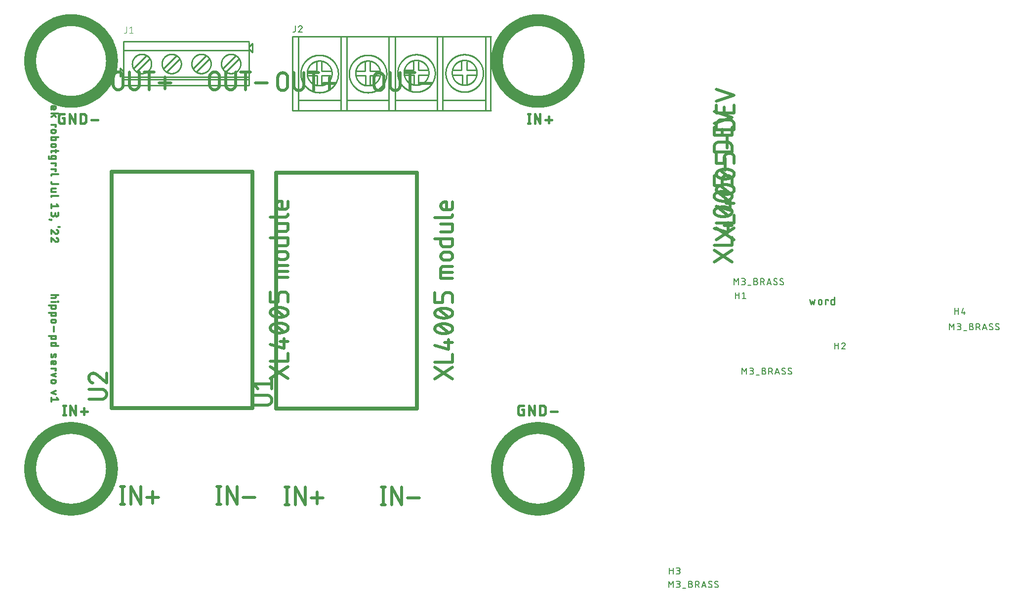
<source format=gbr>
G04 EAGLE Gerber RS-274X export*
G75*
%MOMM*%
%FSLAX34Y34*%
%LPD*%
%INSilkscreen Top*%
%IPPOS*%
%AMOC8*
5,1,8,0,0,1.08239X$1,22.5*%
G01*
%ADD10C,0.228600*%
%ADD11C,0.406400*%
%ADD12C,0.304800*%
%ADD13C,2.000000*%
%ADD14C,0.177800*%
%ADD15C,0.508000*%
%ADD16C,0.635000*%
%ADD17C,0.254000*%
%ADD18C,0.101600*%


D10*
X1588643Y522859D02*
X1590802Y514223D01*
X1592961Y519980D01*
X1595120Y514223D01*
X1597279Y522859D01*
X1603315Y519980D02*
X1603315Y517102D01*
X1603314Y519980D02*
X1603316Y520086D01*
X1603322Y520193D01*
X1603332Y520299D01*
X1603345Y520404D01*
X1603363Y520509D01*
X1603385Y520613D01*
X1603410Y520717D01*
X1603439Y520819D01*
X1603472Y520920D01*
X1603508Y521020D01*
X1603549Y521119D01*
X1603593Y521215D01*
X1603640Y521311D01*
X1603691Y521404D01*
X1603745Y521496D01*
X1603803Y521585D01*
X1603864Y521672D01*
X1603928Y521757D01*
X1603995Y521840D01*
X1604065Y521920D01*
X1604139Y521997D01*
X1604214Y522071D01*
X1604293Y522143D01*
X1604374Y522212D01*
X1604458Y522277D01*
X1604544Y522340D01*
X1604632Y522399D01*
X1604723Y522455D01*
X1604815Y522508D01*
X1604910Y522557D01*
X1605006Y522603D01*
X1605104Y522645D01*
X1605203Y522683D01*
X1605303Y522718D01*
X1605405Y522749D01*
X1605508Y522776D01*
X1605612Y522800D01*
X1605716Y522819D01*
X1605822Y522835D01*
X1605927Y522847D01*
X1606033Y522855D01*
X1606140Y522859D01*
X1606246Y522859D01*
X1606353Y522855D01*
X1606459Y522847D01*
X1606564Y522835D01*
X1606670Y522819D01*
X1606774Y522800D01*
X1606878Y522776D01*
X1606981Y522749D01*
X1607083Y522718D01*
X1607183Y522683D01*
X1607282Y522645D01*
X1607380Y522603D01*
X1607476Y522557D01*
X1607571Y522508D01*
X1607663Y522455D01*
X1607754Y522399D01*
X1607842Y522340D01*
X1607928Y522277D01*
X1608012Y522212D01*
X1608093Y522143D01*
X1608172Y522071D01*
X1608247Y521997D01*
X1608321Y521920D01*
X1608391Y521840D01*
X1608458Y521757D01*
X1608522Y521672D01*
X1608583Y521585D01*
X1608641Y521496D01*
X1608695Y521404D01*
X1608746Y521311D01*
X1608793Y521215D01*
X1608837Y521119D01*
X1608878Y521020D01*
X1608914Y520920D01*
X1608947Y520819D01*
X1608976Y520717D01*
X1609001Y520613D01*
X1609023Y520509D01*
X1609041Y520404D01*
X1609054Y520299D01*
X1609064Y520193D01*
X1609070Y520086D01*
X1609072Y519980D01*
X1609072Y517102D01*
X1609070Y516996D01*
X1609064Y516889D01*
X1609054Y516783D01*
X1609041Y516678D01*
X1609023Y516573D01*
X1609001Y516469D01*
X1608976Y516365D01*
X1608947Y516263D01*
X1608914Y516162D01*
X1608878Y516062D01*
X1608837Y515963D01*
X1608793Y515867D01*
X1608746Y515771D01*
X1608695Y515678D01*
X1608641Y515586D01*
X1608583Y515497D01*
X1608522Y515410D01*
X1608458Y515325D01*
X1608391Y515242D01*
X1608321Y515162D01*
X1608247Y515085D01*
X1608172Y515011D01*
X1608093Y514939D01*
X1608012Y514870D01*
X1607928Y514805D01*
X1607842Y514742D01*
X1607754Y514683D01*
X1607663Y514627D01*
X1607571Y514574D01*
X1607476Y514525D01*
X1607380Y514479D01*
X1607282Y514437D01*
X1607183Y514399D01*
X1607083Y514364D01*
X1606981Y514333D01*
X1606878Y514306D01*
X1606774Y514282D01*
X1606670Y514263D01*
X1606564Y514247D01*
X1606459Y514235D01*
X1606353Y514227D01*
X1606246Y514223D01*
X1606140Y514223D01*
X1606033Y514227D01*
X1605927Y514235D01*
X1605822Y514247D01*
X1605716Y514263D01*
X1605612Y514282D01*
X1605508Y514306D01*
X1605405Y514333D01*
X1605303Y514364D01*
X1605203Y514399D01*
X1605104Y514437D01*
X1605006Y514479D01*
X1604910Y514525D01*
X1604815Y514574D01*
X1604723Y514627D01*
X1604632Y514683D01*
X1604544Y514742D01*
X1604458Y514805D01*
X1604374Y514870D01*
X1604293Y514939D01*
X1604214Y515011D01*
X1604139Y515085D01*
X1604065Y515162D01*
X1603995Y515242D01*
X1603928Y515325D01*
X1603864Y515410D01*
X1603803Y515497D01*
X1603745Y515586D01*
X1603691Y515678D01*
X1603640Y515771D01*
X1603593Y515867D01*
X1603549Y515963D01*
X1603508Y516062D01*
X1603472Y516162D01*
X1603439Y516263D01*
X1603410Y516365D01*
X1603385Y516469D01*
X1603363Y516573D01*
X1603345Y516678D01*
X1603332Y516783D01*
X1603322Y516889D01*
X1603316Y516996D01*
X1603314Y517102D01*
X1615748Y514223D02*
X1615748Y522859D01*
X1620066Y522859D01*
X1620066Y521420D01*
X1630417Y527177D02*
X1630417Y514223D01*
X1626818Y514223D01*
X1626726Y514225D01*
X1626635Y514231D01*
X1626544Y514240D01*
X1626453Y514254D01*
X1626363Y514271D01*
X1626274Y514293D01*
X1626186Y514318D01*
X1626099Y514346D01*
X1626013Y514379D01*
X1625929Y514415D01*
X1625846Y514454D01*
X1625765Y514497D01*
X1625686Y514544D01*
X1625609Y514593D01*
X1625534Y514646D01*
X1625462Y514702D01*
X1625392Y514761D01*
X1625324Y514823D01*
X1625259Y514888D01*
X1625197Y514956D01*
X1625138Y515026D01*
X1625082Y515098D01*
X1625029Y515173D01*
X1624980Y515250D01*
X1624933Y515329D01*
X1624890Y515410D01*
X1624851Y515493D01*
X1624815Y515577D01*
X1624782Y515663D01*
X1624754Y515750D01*
X1624729Y515838D01*
X1624707Y515927D01*
X1624690Y516017D01*
X1624676Y516108D01*
X1624667Y516199D01*
X1624661Y516290D01*
X1624659Y516382D01*
X1624659Y520700D01*
X1624661Y520792D01*
X1624667Y520883D01*
X1624676Y520974D01*
X1624690Y521065D01*
X1624707Y521155D01*
X1624729Y521244D01*
X1624754Y521332D01*
X1624782Y521419D01*
X1624815Y521505D01*
X1624851Y521589D01*
X1624890Y521672D01*
X1624933Y521753D01*
X1624980Y521832D01*
X1625029Y521909D01*
X1625082Y521984D01*
X1625138Y522056D01*
X1625197Y522126D01*
X1625259Y522194D01*
X1625324Y522259D01*
X1625392Y522321D01*
X1625462Y522380D01*
X1625534Y522436D01*
X1625609Y522489D01*
X1625686Y522538D01*
X1625765Y522585D01*
X1625846Y522628D01*
X1625929Y522667D01*
X1626013Y522703D01*
X1626099Y522736D01*
X1626186Y522764D01*
X1626274Y522789D01*
X1626363Y522811D01*
X1626453Y522828D01*
X1626544Y522842D01*
X1626635Y522851D01*
X1626726Y522857D01*
X1626818Y522859D01*
X1630417Y522859D01*
D11*
X311178Y340868D02*
X311178Y324612D01*
X309372Y324612D02*
X312984Y324612D01*
X312984Y340868D02*
X309372Y340868D01*
X321227Y340868D02*
X321227Y324612D01*
X330258Y324612D02*
X321227Y340868D01*
X330258Y340868D02*
X330258Y324612D01*
X339549Y330934D02*
X350386Y330934D01*
X344967Y336352D02*
X344967Y325515D01*
X1095474Y333643D02*
X1098183Y333643D01*
X1098183Y324612D01*
X1092764Y324612D01*
X1092646Y324614D01*
X1092528Y324620D01*
X1092410Y324629D01*
X1092293Y324643D01*
X1092176Y324660D01*
X1092059Y324681D01*
X1091944Y324706D01*
X1091829Y324735D01*
X1091715Y324768D01*
X1091603Y324804D01*
X1091492Y324844D01*
X1091382Y324887D01*
X1091273Y324934D01*
X1091166Y324984D01*
X1091061Y325039D01*
X1090958Y325096D01*
X1090857Y325157D01*
X1090757Y325221D01*
X1090660Y325288D01*
X1090565Y325358D01*
X1090473Y325432D01*
X1090382Y325508D01*
X1090295Y325588D01*
X1090210Y325670D01*
X1090128Y325755D01*
X1090048Y325842D01*
X1089972Y325933D01*
X1089898Y326025D01*
X1089828Y326120D01*
X1089761Y326217D01*
X1089697Y326317D01*
X1089636Y326418D01*
X1089579Y326521D01*
X1089524Y326626D01*
X1089474Y326733D01*
X1089427Y326842D01*
X1089384Y326952D01*
X1089344Y327063D01*
X1089308Y327175D01*
X1089275Y327289D01*
X1089246Y327404D01*
X1089221Y327519D01*
X1089200Y327636D01*
X1089183Y327753D01*
X1089169Y327870D01*
X1089160Y327988D01*
X1089154Y328106D01*
X1089152Y328224D01*
X1089152Y337256D01*
X1089154Y337374D01*
X1089160Y337492D01*
X1089169Y337610D01*
X1089183Y337727D01*
X1089200Y337844D01*
X1089221Y337961D01*
X1089246Y338076D01*
X1089275Y338191D01*
X1089308Y338305D01*
X1089344Y338417D01*
X1089384Y338528D01*
X1089427Y338638D01*
X1089474Y338747D01*
X1089524Y338854D01*
X1089578Y338959D01*
X1089636Y339062D01*
X1089697Y339163D01*
X1089761Y339263D01*
X1089828Y339360D01*
X1089898Y339455D01*
X1089972Y339547D01*
X1090048Y339638D01*
X1090128Y339725D01*
X1090210Y339810D01*
X1090295Y339892D01*
X1090382Y339972D01*
X1090473Y340048D01*
X1090565Y340122D01*
X1090660Y340192D01*
X1090757Y340259D01*
X1090857Y340323D01*
X1090958Y340384D01*
X1091061Y340441D01*
X1091166Y340495D01*
X1091273Y340546D01*
X1091382Y340593D01*
X1091492Y340636D01*
X1091603Y340676D01*
X1091715Y340712D01*
X1091829Y340745D01*
X1091944Y340774D01*
X1092059Y340799D01*
X1092176Y340820D01*
X1092293Y340837D01*
X1092410Y340851D01*
X1092528Y340860D01*
X1092646Y340866D01*
X1092764Y340868D01*
X1098183Y340868D01*
X1107794Y340868D02*
X1107794Y324612D01*
X1116825Y324612D02*
X1107794Y340868D01*
X1116825Y340868D02*
X1116825Y324612D01*
X1126437Y324612D02*
X1126437Y340868D01*
X1130952Y340868D01*
X1131083Y340866D01*
X1131215Y340860D01*
X1131346Y340851D01*
X1131476Y340837D01*
X1131607Y340820D01*
X1131736Y340799D01*
X1131865Y340775D01*
X1131993Y340746D01*
X1132121Y340714D01*
X1132247Y340678D01*
X1132372Y340639D01*
X1132497Y340596D01*
X1132619Y340549D01*
X1132741Y340499D01*
X1132861Y340445D01*
X1132979Y340388D01*
X1133095Y340327D01*
X1133210Y340263D01*
X1133323Y340196D01*
X1133434Y340125D01*
X1133542Y340051D01*
X1133649Y339974D01*
X1133753Y339894D01*
X1133855Y339811D01*
X1133954Y339726D01*
X1134051Y339637D01*
X1134145Y339545D01*
X1134237Y339451D01*
X1134326Y339354D01*
X1134411Y339255D01*
X1134494Y339153D01*
X1134574Y339049D01*
X1134651Y338942D01*
X1134725Y338834D01*
X1134796Y338723D01*
X1134863Y338610D01*
X1134927Y338495D01*
X1134988Y338379D01*
X1135045Y338261D01*
X1135099Y338141D01*
X1135149Y338019D01*
X1135196Y337897D01*
X1135239Y337772D01*
X1135278Y337647D01*
X1135314Y337521D01*
X1135346Y337393D01*
X1135375Y337265D01*
X1135399Y337136D01*
X1135420Y337007D01*
X1135437Y336876D01*
X1135451Y336746D01*
X1135460Y336615D01*
X1135466Y336483D01*
X1135468Y336352D01*
X1135468Y329128D01*
X1135466Y328997D01*
X1135460Y328865D01*
X1135451Y328734D01*
X1135437Y328604D01*
X1135420Y328473D01*
X1135399Y328344D01*
X1135375Y328215D01*
X1135346Y328087D01*
X1135314Y327959D01*
X1135278Y327833D01*
X1135239Y327708D01*
X1135196Y327583D01*
X1135149Y327461D01*
X1135099Y327339D01*
X1135045Y327219D01*
X1134988Y327101D01*
X1134927Y326985D01*
X1134863Y326870D01*
X1134796Y326757D01*
X1134725Y326646D01*
X1134651Y326538D01*
X1134574Y326431D01*
X1134494Y326327D01*
X1134411Y326225D01*
X1134326Y326126D01*
X1134237Y326029D01*
X1134145Y325935D01*
X1134051Y325843D01*
X1133954Y325754D01*
X1133855Y325669D01*
X1133753Y325586D01*
X1133649Y325506D01*
X1133542Y325429D01*
X1133434Y325355D01*
X1133323Y325284D01*
X1133210Y325217D01*
X1133095Y325153D01*
X1132979Y325092D01*
X1132861Y325035D01*
X1132741Y324981D01*
X1132619Y324931D01*
X1132497Y324884D01*
X1132372Y324841D01*
X1132247Y324802D01*
X1132121Y324766D01*
X1131993Y324734D01*
X1131865Y324705D01*
X1131736Y324681D01*
X1131606Y324660D01*
X1131476Y324643D01*
X1131346Y324629D01*
X1131215Y324620D01*
X1131083Y324614D01*
X1130952Y324612D01*
X1126437Y324612D01*
X1144759Y330934D02*
X1155596Y330934D01*
X310783Y834023D02*
X308074Y834023D01*
X310783Y834023D02*
X310783Y824992D01*
X305364Y824992D01*
X305246Y824994D01*
X305128Y825000D01*
X305010Y825009D01*
X304893Y825023D01*
X304776Y825040D01*
X304659Y825061D01*
X304544Y825086D01*
X304429Y825115D01*
X304315Y825148D01*
X304203Y825184D01*
X304092Y825224D01*
X303982Y825267D01*
X303873Y825314D01*
X303766Y825364D01*
X303661Y825419D01*
X303558Y825476D01*
X303457Y825537D01*
X303357Y825601D01*
X303260Y825668D01*
X303165Y825738D01*
X303073Y825812D01*
X302982Y825888D01*
X302895Y825968D01*
X302810Y826050D01*
X302728Y826135D01*
X302648Y826222D01*
X302572Y826313D01*
X302498Y826405D01*
X302428Y826500D01*
X302361Y826597D01*
X302297Y826697D01*
X302236Y826798D01*
X302179Y826901D01*
X302124Y827006D01*
X302074Y827113D01*
X302027Y827222D01*
X301984Y827332D01*
X301944Y827443D01*
X301908Y827555D01*
X301875Y827669D01*
X301846Y827784D01*
X301821Y827899D01*
X301800Y828016D01*
X301783Y828133D01*
X301769Y828250D01*
X301760Y828368D01*
X301754Y828486D01*
X301752Y828604D01*
X301752Y837636D01*
X301754Y837754D01*
X301760Y837872D01*
X301769Y837990D01*
X301783Y838107D01*
X301800Y838224D01*
X301821Y838341D01*
X301846Y838456D01*
X301875Y838571D01*
X301908Y838685D01*
X301944Y838797D01*
X301984Y838908D01*
X302027Y839018D01*
X302074Y839127D01*
X302124Y839234D01*
X302178Y839339D01*
X302236Y839442D01*
X302297Y839543D01*
X302361Y839643D01*
X302428Y839740D01*
X302498Y839835D01*
X302572Y839927D01*
X302648Y840018D01*
X302728Y840105D01*
X302810Y840190D01*
X302895Y840272D01*
X302982Y840352D01*
X303073Y840428D01*
X303165Y840502D01*
X303260Y840572D01*
X303357Y840639D01*
X303457Y840703D01*
X303558Y840764D01*
X303661Y840821D01*
X303766Y840875D01*
X303873Y840926D01*
X303982Y840973D01*
X304092Y841016D01*
X304203Y841056D01*
X304315Y841092D01*
X304429Y841125D01*
X304544Y841154D01*
X304659Y841179D01*
X304776Y841200D01*
X304893Y841217D01*
X305010Y841231D01*
X305128Y841240D01*
X305246Y841246D01*
X305364Y841248D01*
X310783Y841248D01*
X320394Y841248D02*
X320394Y824992D01*
X329425Y824992D02*
X320394Y841248D01*
X329425Y841248D02*
X329425Y824992D01*
X339037Y824992D02*
X339037Y841248D01*
X343552Y841248D01*
X343683Y841246D01*
X343815Y841240D01*
X343946Y841231D01*
X344076Y841217D01*
X344207Y841200D01*
X344336Y841179D01*
X344465Y841155D01*
X344593Y841126D01*
X344721Y841094D01*
X344847Y841058D01*
X344972Y841019D01*
X345097Y840976D01*
X345219Y840929D01*
X345341Y840879D01*
X345461Y840825D01*
X345579Y840768D01*
X345695Y840707D01*
X345810Y840643D01*
X345923Y840576D01*
X346034Y840505D01*
X346142Y840431D01*
X346249Y840354D01*
X346353Y840274D01*
X346455Y840191D01*
X346554Y840106D01*
X346651Y840017D01*
X346745Y839925D01*
X346837Y839831D01*
X346926Y839734D01*
X347011Y839635D01*
X347094Y839533D01*
X347174Y839429D01*
X347251Y839322D01*
X347325Y839214D01*
X347396Y839103D01*
X347463Y838990D01*
X347527Y838875D01*
X347588Y838759D01*
X347645Y838641D01*
X347699Y838521D01*
X347749Y838399D01*
X347796Y838277D01*
X347839Y838152D01*
X347878Y838027D01*
X347914Y837901D01*
X347946Y837773D01*
X347975Y837645D01*
X347999Y837516D01*
X348020Y837387D01*
X348037Y837256D01*
X348051Y837126D01*
X348060Y836995D01*
X348066Y836863D01*
X348068Y836732D01*
X348068Y829508D01*
X348066Y829377D01*
X348060Y829245D01*
X348051Y829114D01*
X348037Y828984D01*
X348020Y828853D01*
X347999Y828724D01*
X347975Y828595D01*
X347946Y828467D01*
X347914Y828339D01*
X347878Y828213D01*
X347839Y828088D01*
X347796Y827963D01*
X347749Y827841D01*
X347699Y827719D01*
X347645Y827599D01*
X347588Y827481D01*
X347527Y827365D01*
X347463Y827250D01*
X347396Y827137D01*
X347325Y827026D01*
X347251Y826918D01*
X347174Y826811D01*
X347094Y826707D01*
X347011Y826605D01*
X346926Y826506D01*
X346837Y826409D01*
X346745Y826315D01*
X346651Y826223D01*
X346554Y826134D01*
X346455Y826049D01*
X346353Y825966D01*
X346249Y825886D01*
X346142Y825809D01*
X346034Y825735D01*
X345923Y825664D01*
X345810Y825597D01*
X345695Y825533D01*
X345579Y825472D01*
X345461Y825415D01*
X345341Y825361D01*
X345219Y825311D01*
X345097Y825264D01*
X344972Y825221D01*
X344847Y825182D01*
X344721Y825146D01*
X344593Y825114D01*
X344465Y825085D01*
X344336Y825061D01*
X344206Y825040D01*
X344076Y825023D01*
X343946Y825009D01*
X343815Y825000D01*
X343683Y824994D01*
X343552Y824992D01*
X339037Y824992D01*
X357359Y831314D02*
X368196Y831314D01*
X1107468Y824992D02*
X1107468Y841248D01*
X1105662Y824992D02*
X1109274Y824992D01*
X1109274Y841248D02*
X1105662Y841248D01*
X1117517Y841248D02*
X1117517Y824992D01*
X1126548Y824992D02*
X1117517Y841248D01*
X1126548Y841248D02*
X1126548Y824992D01*
X1135839Y831314D02*
X1146676Y831314D01*
X1141257Y836732D02*
X1141257Y825895D01*
D12*
X300736Y530606D02*
X288544Y530606D01*
X296672Y530606D02*
X296672Y527219D01*
X296670Y527130D01*
X296664Y527042D01*
X296655Y526954D01*
X296641Y526866D01*
X296624Y526779D01*
X296603Y526693D01*
X296578Y526608D01*
X296549Y526524D01*
X296517Y526441D01*
X296482Y526360D01*
X296442Y526281D01*
X296400Y526203D01*
X296354Y526127D01*
X296305Y526053D01*
X296252Y525982D01*
X296197Y525913D01*
X296138Y525846D01*
X296077Y525782D01*
X296013Y525721D01*
X295946Y525662D01*
X295877Y525607D01*
X295806Y525554D01*
X295732Y525505D01*
X295656Y525459D01*
X295578Y525417D01*
X295499Y525377D01*
X295418Y525342D01*
X295335Y525310D01*
X295251Y525281D01*
X295166Y525256D01*
X295080Y525235D01*
X294993Y525218D01*
X294905Y525204D01*
X294817Y525195D01*
X294729Y525189D01*
X294640Y525187D01*
X288544Y525187D01*
X288544Y518771D02*
X296672Y518771D01*
X300059Y519110D02*
X300736Y519110D01*
X300736Y518432D01*
X300059Y518432D01*
X300059Y519110D01*
X296672Y512232D02*
X284480Y512232D01*
X296672Y512232D02*
X296672Y508845D01*
X296670Y508756D01*
X296664Y508668D01*
X296655Y508580D01*
X296641Y508492D01*
X296624Y508405D01*
X296603Y508319D01*
X296578Y508234D01*
X296549Y508150D01*
X296517Y508067D01*
X296482Y507986D01*
X296442Y507907D01*
X296400Y507829D01*
X296354Y507753D01*
X296305Y507679D01*
X296252Y507608D01*
X296197Y507539D01*
X296138Y507472D01*
X296077Y507408D01*
X296013Y507347D01*
X295946Y507288D01*
X295877Y507233D01*
X295806Y507180D01*
X295732Y507131D01*
X295656Y507085D01*
X295578Y507043D01*
X295499Y507003D01*
X295418Y506968D01*
X295335Y506936D01*
X295251Y506907D01*
X295166Y506882D01*
X295080Y506861D01*
X294993Y506844D01*
X294905Y506830D01*
X294817Y506821D01*
X294729Y506815D01*
X294640Y506813D01*
X290576Y506813D01*
X290487Y506815D01*
X290399Y506821D01*
X290311Y506830D01*
X290223Y506844D01*
X290136Y506861D01*
X290050Y506882D01*
X289965Y506907D01*
X289881Y506936D01*
X289798Y506968D01*
X289717Y507003D01*
X289638Y507043D01*
X289560Y507085D01*
X289484Y507131D01*
X289410Y507180D01*
X289339Y507233D01*
X289270Y507288D01*
X289203Y507347D01*
X289139Y507408D01*
X289078Y507472D01*
X289019Y507539D01*
X288964Y507608D01*
X288911Y507679D01*
X288862Y507753D01*
X288816Y507829D01*
X288774Y507907D01*
X288734Y507986D01*
X288699Y508067D01*
X288667Y508150D01*
X288638Y508234D01*
X288613Y508319D01*
X288592Y508405D01*
X288575Y508492D01*
X288561Y508580D01*
X288552Y508668D01*
X288546Y508756D01*
X288544Y508845D01*
X288544Y512232D01*
X284480Y499912D02*
X296672Y499912D01*
X296672Y496525D01*
X296670Y496436D01*
X296664Y496348D01*
X296655Y496260D01*
X296641Y496172D01*
X296624Y496085D01*
X296603Y495999D01*
X296578Y495914D01*
X296549Y495830D01*
X296517Y495747D01*
X296482Y495666D01*
X296442Y495587D01*
X296400Y495509D01*
X296354Y495433D01*
X296305Y495359D01*
X296252Y495288D01*
X296197Y495219D01*
X296138Y495152D01*
X296077Y495088D01*
X296013Y495027D01*
X295946Y494968D01*
X295877Y494913D01*
X295806Y494860D01*
X295732Y494811D01*
X295656Y494765D01*
X295578Y494723D01*
X295499Y494683D01*
X295418Y494648D01*
X295335Y494616D01*
X295251Y494587D01*
X295166Y494562D01*
X295080Y494541D01*
X294993Y494524D01*
X294905Y494510D01*
X294817Y494501D01*
X294729Y494495D01*
X294640Y494493D01*
X290576Y494493D01*
X290487Y494495D01*
X290399Y494501D01*
X290311Y494510D01*
X290223Y494524D01*
X290136Y494541D01*
X290050Y494562D01*
X289965Y494587D01*
X289881Y494616D01*
X289798Y494648D01*
X289717Y494683D01*
X289638Y494723D01*
X289560Y494765D01*
X289484Y494811D01*
X289410Y494860D01*
X289339Y494913D01*
X289270Y494968D01*
X289203Y495027D01*
X289139Y495088D01*
X289078Y495152D01*
X289019Y495219D01*
X288964Y495288D01*
X288911Y495359D01*
X288862Y495433D01*
X288816Y495509D01*
X288774Y495587D01*
X288734Y495666D01*
X288699Y495747D01*
X288667Y495830D01*
X288638Y495914D01*
X288613Y495999D01*
X288592Y496085D01*
X288575Y496172D01*
X288561Y496260D01*
X288552Y496348D01*
X288546Y496436D01*
X288544Y496525D01*
X288544Y499912D01*
X291253Y488172D02*
X293963Y488172D01*
X293963Y488171D02*
X294066Y488169D01*
X294168Y488163D01*
X294270Y488154D01*
X294372Y488140D01*
X294473Y488123D01*
X294573Y488101D01*
X294672Y488076D01*
X294771Y488048D01*
X294868Y488015D01*
X294964Y487979D01*
X295059Y487940D01*
X295152Y487896D01*
X295243Y487850D01*
X295332Y487799D01*
X295420Y487746D01*
X295505Y487689D01*
X295588Y487629D01*
X295669Y487566D01*
X295748Y487500D01*
X295823Y487431D01*
X295897Y487359D01*
X295967Y487285D01*
X296035Y487208D01*
X296099Y487128D01*
X296161Y487046D01*
X296219Y486962D01*
X296274Y486875D01*
X296326Y486787D01*
X296374Y486696D01*
X296419Y486604D01*
X296461Y486511D01*
X296499Y486415D01*
X296533Y486319D01*
X296564Y486221D01*
X296590Y486122D01*
X296614Y486022D01*
X296633Y485921D01*
X296648Y485820D01*
X296660Y485718D01*
X296668Y485616D01*
X296672Y485513D01*
X296672Y485411D01*
X296668Y485308D01*
X296660Y485206D01*
X296648Y485104D01*
X296633Y485003D01*
X296614Y484902D01*
X296590Y484802D01*
X296564Y484703D01*
X296533Y484605D01*
X296499Y484509D01*
X296461Y484413D01*
X296419Y484320D01*
X296374Y484228D01*
X296326Y484137D01*
X296274Y484049D01*
X296219Y483962D01*
X296161Y483878D01*
X296099Y483796D01*
X296035Y483716D01*
X295967Y483639D01*
X295897Y483565D01*
X295823Y483493D01*
X295748Y483424D01*
X295669Y483358D01*
X295588Y483295D01*
X295505Y483235D01*
X295420Y483178D01*
X295332Y483125D01*
X295243Y483074D01*
X295152Y483028D01*
X295059Y482984D01*
X294964Y482945D01*
X294868Y482909D01*
X294771Y482876D01*
X294672Y482848D01*
X294573Y482823D01*
X294473Y482801D01*
X294372Y482784D01*
X294270Y482770D01*
X294168Y482761D01*
X294066Y482755D01*
X293963Y482753D01*
X291253Y482753D01*
X291150Y482755D01*
X291048Y482761D01*
X290946Y482770D01*
X290844Y482784D01*
X290743Y482801D01*
X290643Y482823D01*
X290544Y482848D01*
X290445Y482876D01*
X290348Y482909D01*
X290252Y482945D01*
X290157Y482984D01*
X290064Y483028D01*
X289973Y483074D01*
X289884Y483125D01*
X289796Y483178D01*
X289711Y483235D01*
X289628Y483295D01*
X289547Y483358D01*
X289468Y483424D01*
X289393Y483493D01*
X289319Y483565D01*
X289249Y483639D01*
X289181Y483716D01*
X289117Y483796D01*
X289055Y483878D01*
X288997Y483962D01*
X288942Y484049D01*
X288890Y484137D01*
X288842Y484228D01*
X288797Y484320D01*
X288755Y484413D01*
X288717Y484509D01*
X288683Y484605D01*
X288652Y484703D01*
X288626Y484802D01*
X288602Y484902D01*
X288583Y485003D01*
X288568Y485104D01*
X288556Y485206D01*
X288548Y485308D01*
X288544Y485411D01*
X288544Y485513D01*
X288548Y485616D01*
X288556Y485718D01*
X288568Y485820D01*
X288583Y485921D01*
X288602Y486022D01*
X288626Y486122D01*
X288652Y486221D01*
X288683Y486319D01*
X288717Y486415D01*
X288755Y486511D01*
X288797Y486604D01*
X288842Y486696D01*
X288890Y486787D01*
X288942Y486875D01*
X288997Y486962D01*
X289055Y487046D01*
X289117Y487128D01*
X289181Y487208D01*
X289249Y487285D01*
X289319Y487359D01*
X289393Y487431D01*
X289468Y487500D01*
X289547Y487566D01*
X289628Y487629D01*
X289711Y487689D01*
X289796Y487746D01*
X289884Y487799D01*
X289973Y487850D01*
X290064Y487896D01*
X290157Y487940D01*
X290252Y487979D01*
X290348Y488015D01*
X290445Y488048D01*
X290544Y488076D01*
X290643Y488101D01*
X290743Y488123D01*
X290844Y488140D01*
X290946Y488154D01*
X291048Y488163D01*
X291150Y488169D01*
X291253Y488171D01*
X293285Y475838D02*
X293285Y467710D01*
X296672Y460215D02*
X284480Y460215D01*
X296672Y460215D02*
X296672Y456829D01*
X296670Y456740D01*
X296664Y456652D01*
X296655Y456564D01*
X296641Y456476D01*
X296624Y456389D01*
X296603Y456303D01*
X296578Y456218D01*
X296549Y456134D01*
X296517Y456051D01*
X296482Y455970D01*
X296442Y455891D01*
X296400Y455813D01*
X296354Y455737D01*
X296305Y455663D01*
X296252Y455592D01*
X296197Y455523D01*
X296138Y455456D01*
X296077Y455392D01*
X296013Y455331D01*
X295946Y455272D01*
X295877Y455217D01*
X295806Y455164D01*
X295732Y455115D01*
X295656Y455069D01*
X295578Y455027D01*
X295499Y454987D01*
X295418Y454952D01*
X295335Y454920D01*
X295251Y454891D01*
X295166Y454866D01*
X295080Y454845D01*
X294993Y454828D01*
X294905Y454814D01*
X294817Y454805D01*
X294729Y454799D01*
X294640Y454797D01*
X290576Y454797D01*
X290487Y454799D01*
X290399Y454805D01*
X290311Y454814D01*
X290223Y454828D01*
X290136Y454845D01*
X290050Y454866D01*
X289965Y454891D01*
X289881Y454920D01*
X289798Y454952D01*
X289717Y454987D01*
X289638Y455027D01*
X289560Y455069D01*
X289484Y455115D01*
X289410Y455164D01*
X289339Y455217D01*
X289270Y455272D01*
X289203Y455331D01*
X289139Y455392D01*
X289078Y455456D01*
X289019Y455523D01*
X288964Y455592D01*
X288911Y455663D01*
X288862Y455737D01*
X288816Y455813D01*
X288774Y455891D01*
X288734Y455970D01*
X288699Y456051D01*
X288667Y456134D01*
X288638Y456218D01*
X288613Y456303D01*
X288592Y456389D01*
X288575Y456476D01*
X288561Y456564D01*
X288552Y456652D01*
X288546Y456740D01*
X288544Y456829D01*
X288544Y460215D01*
X288544Y443179D02*
X300736Y443179D01*
X288544Y443179D02*
X288544Y446566D01*
X288546Y446655D01*
X288552Y446743D01*
X288561Y446831D01*
X288575Y446919D01*
X288592Y447006D01*
X288613Y447092D01*
X288638Y447177D01*
X288667Y447261D01*
X288699Y447344D01*
X288734Y447425D01*
X288774Y447504D01*
X288816Y447582D01*
X288862Y447658D01*
X288911Y447732D01*
X288964Y447803D01*
X289019Y447872D01*
X289078Y447939D01*
X289139Y448003D01*
X289203Y448064D01*
X289270Y448123D01*
X289339Y448178D01*
X289410Y448231D01*
X289484Y448280D01*
X289560Y448326D01*
X289638Y448368D01*
X289717Y448408D01*
X289798Y448443D01*
X289881Y448475D01*
X289965Y448504D01*
X290050Y448529D01*
X290136Y448550D01*
X290223Y448567D01*
X290311Y448581D01*
X290399Y448590D01*
X290487Y448596D01*
X290576Y448598D01*
X294640Y448598D01*
X294729Y448596D01*
X294817Y448590D01*
X294905Y448581D01*
X294993Y448567D01*
X295080Y448550D01*
X295166Y448529D01*
X295251Y448504D01*
X295335Y448475D01*
X295418Y448443D01*
X295499Y448408D01*
X295578Y448368D01*
X295656Y448326D01*
X295732Y448280D01*
X295806Y448231D01*
X295877Y448178D01*
X295946Y448123D01*
X296013Y448064D01*
X296077Y448003D01*
X296138Y447939D01*
X296197Y447872D01*
X296252Y447803D01*
X296305Y447732D01*
X296354Y447658D01*
X296400Y447582D01*
X296442Y447504D01*
X296482Y447425D01*
X296517Y447344D01*
X296549Y447261D01*
X296578Y447177D01*
X296603Y447092D01*
X296624Y447006D01*
X296641Y446919D01*
X296655Y446831D01*
X296664Y446743D01*
X296670Y446655D01*
X296672Y446566D01*
X296672Y443179D01*
X293285Y427839D02*
X291931Y424452D01*
X293286Y427838D02*
X293318Y427914D01*
X293354Y427988D01*
X293394Y428061D01*
X293436Y428132D01*
X293482Y428200D01*
X293532Y428266D01*
X293584Y428330D01*
X293639Y428392D01*
X293697Y428450D01*
X293758Y428506D01*
X293822Y428559D01*
X293887Y428609D01*
X293955Y428656D01*
X294026Y428700D01*
X294098Y428740D01*
X294172Y428777D01*
X294247Y428810D01*
X294324Y428839D01*
X294403Y428865D01*
X294482Y428888D01*
X294563Y428906D01*
X294644Y428921D01*
X294726Y428932D01*
X294808Y428939D01*
X294891Y428942D01*
X294974Y428941D01*
X295056Y428936D01*
X295138Y428928D01*
X295220Y428916D01*
X295301Y428899D01*
X295381Y428879D01*
X295460Y428856D01*
X295538Y428828D01*
X295614Y428797D01*
X295689Y428762D01*
X295763Y428724D01*
X295834Y428683D01*
X295904Y428638D01*
X295971Y428590D01*
X296036Y428539D01*
X296098Y428485D01*
X296158Y428428D01*
X296215Y428368D01*
X296269Y428306D01*
X296320Y428241D01*
X296368Y428174D01*
X296413Y428104D01*
X296454Y428033D01*
X296492Y427959D01*
X296527Y427884D01*
X296558Y427808D01*
X296586Y427730D01*
X296609Y427651D01*
X296629Y427571D01*
X296646Y427490D01*
X296658Y427408D01*
X296666Y427326D01*
X296671Y427244D01*
X296672Y427161D01*
X296667Y426976D01*
X296658Y426791D01*
X296644Y426607D01*
X296626Y426423D01*
X296604Y426239D01*
X296577Y426056D01*
X296545Y425874D01*
X296509Y425693D01*
X296469Y425512D01*
X296425Y425333D01*
X296376Y425154D01*
X296323Y424977D01*
X296266Y424801D01*
X296204Y424627D01*
X296139Y424454D01*
X296069Y424283D01*
X295995Y424113D01*
X291930Y424452D02*
X291898Y424376D01*
X291862Y424302D01*
X291822Y424229D01*
X291780Y424158D01*
X291734Y424090D01*
X291684Y424024D01*
X291632Y423960D01*
X291577Y423898D01*
X291519Y423840D01*
X291458Y423784D01*
X291394Y423731D01*
X291329Y423681D01*
X291261Y423634D01*
X291190Y423590D01*
X291118Y423550D01*
X291044Y423514D01*
X290969Y423480D01*
X290892Y423451D01*
X290813Y423425D01*
X290734Y423402D01*
X290653Y423384D01*
X290572Y423369D01*
X290490Y423358D01*
X290408Y423351D01*
X290325Y423348D01*
X290243Y423349D01*
X290160Y423354D01*
X290078Y423362D01*
X289996Y423374D01*
X289915Y423391D01*
X289835Y423411D01*
X289756Y423434D01*
X289678Y423462D01*
X289602Y423493D01*
X289527Y423528D01*
X289453Y423566D01*
X289382Y423607D01*
X289313Y423652D01*
X289245Y423700D01*
X289180Y423751D01*
X289118Y423805D01*
X289058Y423862D01*
X289001Y423922D01*
X288947Y423984D01*
X288896Y424049D01*
X288848Y424116D01*
X288803Y424186D01*
X288762Y424257D01*
X288724Y424331D01*
X288689Y424406D01*
X288658Y424482D01*
X288630Y424560D01*
X288607Y424639D01*
X288587Y424719D01*
X288570Y424800D01*
X288558Y424882D01*
X288550Y424964D01*
X288545Y425046D01*
X288544Y425129D01*
X288551Y425400D01*
X288565Y425672D01*
X288585Y425943D01*
X288611Y426213D01*
X288644Y426483D01*
X288683Y426752D01*
X288728Y427020D01*
X288780Y427286D01*
X288838Y427552D01*
X288902Y427816D01*
X288973Y428078D01*
X289050Y428339D01*
X289133Y428597D01*
X289221Y428854D01*
X288544Y414959D02*
X288544Y411573D01*
X288544Y414959D02*
X288546Y415048D01*
X288552Y415136D01*
X288561Y415224D01*
X288575Y415312D01*
X288592Y415399D01*
X288613Y415485D01*
X288638Y415570D01*
X288667Y415654D01*
X288699Y415737D01*
X288734Y415818D01*
X288774Y415897D01*
X288816Y415975D01*
X288862Y416051D01*
X288911Y416125D01*
X288964Y416196D01*
X289019Y416265D01*
X289078Y416332D01*
X289139Y416396D01*
X289203Y416457D01*
X289270Y416516D01*
X289339Y416571D01*
X289410Y416624D01*
X289484Y416673D01*
X289560Y416719D01*
X289638Y416761D01*
X289717Y416801D01*
X289798Y416836D01*
X289881Y416868D01*
X289965Y416897D01*
X290050Y416922D01*
X290136Y416943D01*
X290223Y416960D01*
X290311Y416974D01*
X290399Y416983D01*
X290487Y416989D01*
X290576Y416991D01*
X293963Y416991D01*
X294066Y416989D01*
X294168Y416983D01*
X294270Y416974D01*
X294372Y416960D01*
X294473Y416943D01*
X294573Y416921D01*
X294672Y416896D01*
X294771Y416868D01*
X294868Y416835D01*
X294964Y416799D01*
X295059Y416760D01*
X295152Y416716D01*
X295243Y416670D01*
X295332Y416619D01*
X295420Y416566D01*
X295505Y416509D01*
X295588Y416449D01*
X295669Y416386D01*
X295748Y416320D01*
X295823Y416251D01*
X295897Y416179D01*
X295967Y416105D01*
X296035Y416028D01*
X296099Y415948D01*
X296161Y415866D01*
X296219Y415782D01*
X296274Y415695D01*
X296326Y415607D01*
X296374Y415516D01*
X296419Y415424D01*
X296461Y415331D01*
X296499Y415235D01*
X296533Y415139D01*
X296564Y415041D01*
X296590Y414942D01*
X296614Y414842D01*
X296633Y414741D01*
X296648Y414640D01*
X296660Y414538D01*
X296668Y414436D01*
X296672Y414333D01*
X296672Y414231D01*
X296668Y414128D01*
X296660Y414026D01*
X296648Y413924D01*
X296633Y413823D01*
X296614Y413722D01*
X296590Y413622D01*
X296564Y413523D01*
X296533Y413425D01*
X296499Y413329D01*
X296461Y413233D01*
X296419Y413140D01*
X296374Y413048D01*
X296326Y412957D01*
X296274Y412869D01*
X296219Y412782D01*
X296161Y412698D01*
X296099Y412616D01*
X296035Y412536D01*
X295967Y412459D01*
X295897Y412385D01*
X295823Y412313D01*
X295748Y412244D01*
X295669Y412178D01*
X295588Y412115D01*
X295505Y412055D01*
X295420Y411998D01*
X295332Y411945D01*
X295243Y411894D01*
X295152Y411848D01*
X295059Y411804D01*
X294964Y411765D01*
X294868Y411729D01*
X294771Y411696D01*
X294672Y411668D01*
X294573Y411643D01*
X294473Y411621D01*
X294372Y411604D01*
X294270Y411590D01*
X294168Y411581D01*
X294066Y411575D01*
X293963Y411573D01*
X292608Y411573D01*
X292608Y416991D01*
X288544Y404533D02*
X296672Y404533D01*
X296672Y400469D01*
X295317Y400469D01*
X296672Y396002D02*
X288544Y393293D01*
X296672Y390583D01*
X293963Y384595D02*
X291253Y384595D01*
X293963Y384595D02*
X294066Y384593D01*
X294168Y384587D01*
X294270Y384578D01*
X294372Y384564D01*
X294473Y384547D01*
X294573Y384525D01*
X294672Y384500D01*
X294771Y384472D01*
X294868Y384439D01*
X294964Y384403D01*
X295059Y384364D01*
X295152Y384320D01*
X295243Y384274D01*
X295332Y384223D01*
X295420Y384170D01*
X295505Y384113D01*
X295588Y384053D01*
X295669Y383990D01*
X295748Y383924D01*
X295823Y383855D01*
X295897Y383783D01*
X295967Y383709D01*
X296035Y383632D01*
X296099Y383552D01*
X296161Y383470D01*
X296219Y383386D01*
X296274Y383299D01*
X296326Y383211D01*
X296374Y383120D01*
X296419Y383028D01*
X296461Y382935D01*
X296499Y382839D01*
X296533Y382743D01*
X296564Y382645D01*
X296590Y382546D01*
X296614Y382446D01*
X296633Y382345D01*
X296648Y382244D01*
X296660Y382142D01*
X296668Y382040D01*
X296672Y381937D01*
X296672Y381835D01*
X296668Y381732D01*
X296660Y381630D01*
X296648Y381528D01*
X296633Y381427D01*
X296614Y381326D01*
X296590Y381226D01*
X296564Y381127D01*
X296533Y381029D01*
X296499Y380933D01*
X296461Y380837D01*
X296419Y380744D01*
X296374Y380652D01*
X296326Y380561D01*
X296274Y380473D01*
X296219Y380386D01*
X296161Y380302D01*
X296099Y380220D01*
X296035Y380140D01*
X295967Y380063D01*
X295897Y379989D01*
X295823Y379917D01*
X295748Y379848D01*
X295669Y379782D01*
X295588Y379719D01*
X295505Y379659D01*
X295420Y379602D01*
X295332Y379549D01*
X295243Y379498D01*
X295152Y379452D01*
X295059Y379408D01*
X294964Y379369D01*
X294868Y379333D01*
X294771Y379300D01*
X294672Y379272D01*
X294573Y379247D01*
X294473Y379225D01*
X294372Y379208D01*
X294270Y379194D01*
X294168Y379185D01*
X294066Y379179D01*
X293963Y379177D01*
X293963Y379176D02*
X291253Y379176D01*
X291253Y379177D02*
X291150Y379179D01*
X291048Y379185D01*
X290946Y379194D01*
X290844Y379208D01*
X290743Y379225D01*
X290643Y379247D01*
X290544Y379272D01*
X290445Y379300D01*
X290348Y379333D01*
X290252Y379369D01*
X290157Y379408D01*
X290064Y379452D01*
X289973Y379498D01*
X289884Y379549D01*
X289796Y379602D01*
X289711Y379659D01*
X289628Y379719D01*
X289547Y379782D01*
X289468Y379848D01*
X289393Y379917D01*
X289319Y379989D01*
X289249Y380063D01*
X289181Y380140D01*
X289117Y380220D01*
X289055Y380302D01*
X288997Y380386D01*
X288942Y380473D01*
X288890Y380561D01*
X288842Y380652D01*
X288797Y380744D01*
X288755Y380837D01*
X288717Y380933D01*
X288683Y381029D01*
X288652Y381127D01*
X288626Y381226D01*
X288602Y381326D01*
X288583Y381427D01*
X288568Y381528D01*
X288556Y381630D01*
X288548Y381732D01*
X288544Y381835D01*
X288544Y381937D01*
X288548Y382040D01*
X288556Y382142D01*
X288568Y382244D01*
X288583Y382345D01*
X288602Y382446D01*
X288626Y382546D01*
X288652Y382645D01*
X288683Y382743D01*
X288717Y382839D01*
X288755Y382935D01*
X288797Y383028D01*
X288842Y383120D01*
X288890Y383211D01*
X288942Y383299D01*
X288997Y383386D01*
X289055Y383470D01*
X289117Y383552D01*
X289181Y383632D01*
X289249Y383709D01*
X289319Y383783D01*
X289393Y383855D01*
X289468Y383924D01*
X289547Y383990D01*
X289628Y384053D01*
X289711Y384113D01*
X289796Y384170D01*
X289884Y384223D01*
X289973Y384274D01*
X290064Y384320D01*
X290157Y384364D01*
X290252Y384403D01*
X290348Y384439D01*
X290445Y384472D01*
X290544Y384500D01*
X290643Y384525D01*
X290743Y384547D01*
X290844Y384564D01*
X290946Y384578D01*
X291048Y384587D01*
X291150Y384593D01*
X291253Y384595D01*
X296672Y365887D02*
X288544Y363178D01*
X296672Y360469D01*
X298027Y354245D02*
X300736Y350858D01*
X288544Y350858D01*
X288544Y347472D02*
X288544Y354245D01*
X288544Y849037D02*
X288544Y852424D01*
X288546Y852513D01*
X288552Y852601D01*
X288561Y852689D01*
X288575Y852777D01*
X288592Y852864D01*
X288613Y852950D01*
X288638Y853035D01*
X288667Y853119D01*
X288699Y853202D01*
X288734Y853283D01*
X288774Y853362D01*
X288816Y853440D01*
X288862Y853516D01*
X288911Y853590D01*
X288964Y853661D01*
X289019Y853730D01*
X289078Y853797D01*
X289139Y853861D01*
X289203Y853922D01*
X289270Y853981D01*
X289339Y854036D01*
X289410Y854089D01*
X289484Y854138D01*
X289560Y854184D01*
X289638Y854226D01*
X289717Y854266D01*
X289798Y854301D01*
X289881Y854333D01*
X289965Y854362D01*
X290050Y854387D01*
X290136Y854408D01*
X290223Y854425D01*
X290311Y854439D01*
X290399Y854448D01*
X290487Y854454D01*
X290576Y854456D01*
X293963Y854456D01*
X294066Y854454D01*
X294168Y854448D01*
X294270Y854439D01*
X294372Y854425D01*
X294473Y854408D01*
X294573Y854386D01*
X294672Y854361D01*
X294771Y854333D01*
X294868Y854300D01*
X294964Y854264D01*
X295059Y854225D01*
X295152Y854181D01*
X295243Y854135D01*
X295332Y854084D01*
X295420Y854031D01*
X295505Y853974D01*
X295588Y853914D01*
X295669Y853851D01*
X295748Y853785D01*
X295823Y853716D01*
X295897Y853644D01*
X295967Y853570D01*
X296035Y853493D01*
X296099Y853413D01*
X296161Y853331D01*
X296219Y853247D01*
X296274Y853160D01*
X296326Y853072D01*
X296374Y852981D01*
X296419Y852889D01*
X296461Y852796D01*
X296499Y852700D01*
X296533Y852604D01*
X296564Y852506D01*
X296590Y852407D01*
X296614Y852307D01*
X296633Y852206D01*
X296648Y852105D01*
X296660Y852003D01*
X296668Y851901D01*
X296672Y851798D01*
X296672Y851696D01*
X296668Y851593D01*
X296660Y851491D01*
X296648Y851389D01*
X296633Y851288D01*
X296614Y851187D01*
X296590Y851087D01*
X296564Y850988D01*
X296533Y850890D01*
X296499Y850794D01*
X296461Y850698D01*
X296419Y850605D01*
X296374Y850513D01*
X296326Y850422D01*
X296274Y850334D01*
X296219Y850247D01*
X296161Y850163D01*
X296099Y850081D01*
X296035Y850001D01*
X295967Y849924D01*
X295897Y849850D01*
X295823Y849778D01*
X295748Y849709D01*
X295669Y849643D01*
X295588Y849580D01*
X295505Y849520D01*
X295420Y849463D01*
X295332Y849410D01*
X295243Y849359D01*
X295152Y849313D01*
X295059Y849269D01*
X294964Y849230D01*
X294868Y849194D01*
X294771Y849161D01*
X294672Y849133D01*
X294573Y849108D01*
X294473Y849086D01*
X294372Y849069D01*
X294270Y849055D01*
X294168Y849046D01*
X294066Y849040D01*
X293963Y849038D01*
X293963Y849037D02*
X292608Y849037D01*
X292608Y854456D01*
X288544Y841854D02*
X300736Y841854D01*
X296672Y836435D02*
X292608Y841854D01*
X294301Y839483D02*
X288544Y836435D01*
X288544Y822834D02*
X296672Y822834D01*
X296672Y818770D01*
X295317Y818770D01*
X293963Y813847D02*
X291253Y813847D01*
X293963Y813846D02*
X294066Y813844D01*
X294168Y813838D01*
X294270Y813829D01*
X294372Y813815D01*
X294473Y813798D01*
X294573Y813776D01*
X294672Y813751D01*
X294771Y813723D01*
X294868Y813690D01*
X294964Y813654D01*
X295059Y813615D01*
X295152Y813571D01*
X295243Y813525D01*
X295332Y813474D01*
X295420Y813421D01*
X295505Y813364D01*
X295588Y813304D01*
X295669Y813241D01*
X295748Y813175D01*
X295823Y813106D01*
X295897Y813034D01*
X295967Y812960D01*
X296035Y812883D01*
X296099Y812803D01*
X296161Y812721D01*
X296219Y812637D01*
X296274Y812550D01*
X296326Y812462D01*
X296374Y812371D01*
X296419Y812279D01*
X296461Y812186D01*
X296499Y812090D01*
X296533Y811994D01*
X296564Y811896D01*
X296590Y811797D01*
X296614Y811697D01*
X296633Y811596D01*
X296648Y811495D01*
X296660Y811393D01*
X296668Y811291D01*
X296672Y811188D01*
X296672Y811086D01*
X296668Y810983D01*
X296660Y810881D01*
X296648Y810779D01*
X296633Y810678D01*
X296614Y810577D01*
X296590Y810477D01*
X296564Y810378D01*
X296533Y810280D01*
X296499Y810184D01*
X296461Y810088D01*
X296419Y809995D01*
X296374Y809903D01*
X296326Y809812D01*
X296274Y809724D01*
X296219Y809637D01*
X296161Y809553D01*
X296099Y809471D01*
X296035Y809391D01*
X295967Y809314D01*
X295897Y809240D01*
X295823Y809168D01*
X295748Y809099D01*
X295669Y809033D01*
X295588Y808970D01*
X295505Y808910D01*
X295420Y808853D01*
X295332Y808800D01*
X295243Y808749D01*
X295152Y808703D01*
X295059Y808659D01*
X294964Y808620D01*
X294868Y808584D01*
X294771Y808551D01*
X294672Y808523D01*
X294573Y808498D01*
X294473Y808476D01*
X294372Y808459D01*
X294270Y808445D01*
X294168Y808436D01*
X294066Y808430D01*
X293963Y808428D01*
X291253Y808428D01*
X291150Y808430D01*
X291048Y808436D01*
X290946Y808445D01*
X290844Y808459D01*
X290743Y808476D01*
X290643Y808498D01*
X290544Y808523D01*
X290445Y808551D01*
X290348Y808584D01*
X290252Y808620D01*
X290157Y808659D01*
X290064Y808703D01*
X289973Y808749D01*
X289884Y808800D01*
X289796Y808853D01*
X289711Y808910D01*
X289628Y808970D01*
X289547Y809033D01*
X289468Y809099D01*
X289393Y809168D01*
X289319Y809240D01*
X289249Y809314D01*
X289181Y809391D01*
X289117Y809471D01*
X289055Y809553D01*
X288997Y809637D01*
X288942Y809724D01*
X288890Y809812D01*
X288842Y809903D01*
X288797Y809995D01*
X288755Y810088D01*
X288717Y810184D01*
X288683Y810280D01*
X288652Y810378D01*
X288626Y810477D01*
X288602Y810577D01*
X288583Y810678D01*
X288568Y810779D01*
X288556Y810881D01*
X288548Y810983D01*
X288544Y811086D01*
X288544Y811188D01*
X288548Y811291D01*
X288556Y811393D01*
X288568Y811495D01*
X288583Y811596D01*
X288602Y811697D01*
X288626Y811797D01*
X288652Y811896D01*
X288683Y811994D01*
X288717Y812090D01*
X288755Y812186D01*
X288797Y812279D01*
X288842Y812371D01*
X288890Y812462D01*
X288942Y812550D01*
X288997Y812637D01*
X289055Y812721D01*
X289117Y812803D01*
X289181Y812883D01*
X289249Y812960D01*
X289319Y813034D01*
X289393Y813106D01*
X289468Y813175D01*
X289547Y813241D01*
X289628Y813304D01*
X289711Y813364D01*
X289796Y813421D01*
X289884Y813474D01*
X289973Y813525D01*
X290064Y813571D01*
X290157Y813615D01*
X290252Y813654D01*
X290348Y813690D01*
X290445Y813723D01*
X290544Y813751D01*
X290643Y813776D01*
X290743Y813798D01*
X290844Y813815D01*
X290946Y813829D01*
X291048Y813838D01*
X291150Y813844D01*
X291253Y813846D01*
X288544Y801404D02*
X300736Y801404D01*
X288544Y801404D02*
X288544Y798018D01*
X288546Y797929D01*
X288552Y797841D01*
X288561Y797753D01*
X288575Y797665D01*
X288592Y797578D01*
X288613Y797492D01*
X288638Y797407D01*
X288667Y797323D01*
X288699Y797240D01*
X288734Y797159D01*
X288774Y797080D01*
X288816Y797002D01*
X288862Y796926D01*
X288911Y796852D01*
X288964Y796781D01*
X289019Y796712D01*
X289078Y796645D01*
X289139Y796581D01*
X289203Y796520D01*
X289270Y796461D01*
X289339Y796406D01*
X289410Y796353D01*
X289484Y796304D01*
X289560Y796258D01*
X289638Y796216D01*
X289717Y796176D01*
X289798Y796141D01*
X289881Y796109D01*
X289965Y796080D01*
X290050Y796055D01*
X290136Y796034D01*
X290223Y796017D01*
X290311Y796003D01*
X290399Y795994D01*
X290487Y795988D01*
X290576Y795986D01*
X294640Y795986D01*
X294729Y795988D01*
X294817Y795994D01*
X294905Y796003D01*
X294993Y796017D01*
X295080Y796034D01*
X295166Y796055D01*
X295251Y796080D01*
X295335Y796109D01*
X295418Y796141D01*
X295499Y796176D01*
X295578Y796216D01*
X295656Y796258D01*
X295732Y796304D01*
X295806Y796353D01*
X295877Y796406D01*
X295946Y796461D01*
X296013Y796520D01*
X296077Y796581D01*
X296138Y796645D01*
X296197Y796712D01*
X296252Y796781D01*
X296305Y796852D01*
X296354Y796926D01*
X296400Y797002D01*
X296442Y797080D01*
X296482Y797159D01*
X296517Y797240D01*
X296549Y797323D01*
X296578Y797407D01*
X296603Y797492D01*
X296624Y797578D01*
X296641Y797665D01*
X296655Y797753D01*
X296664Y797841D01*
X296670Y797929D01*
X296672Y798018D01*
X296672Y801404D01*
X293963Y789664D02*
X291253Y789664D01*
X293963Y789663D02*
X294066Y789661D01*
X294168Y789655D01*
X294270Y789646D01*
X294372Y789632D01*
X294473Y789615D01*
X294573Y789593D01*
X294672Y789568D01*
X294771Y789540D01*
X294868Y789507D01*
X294964Y789471D01*
X295059Y789432D01*
X295152Y789388D01*
X295243Y789342D01*
X295332Y789291D01*
X295420Y789238D01*
X295505Y789181D01*
X295588Y789121D01*
X295669Y789058D01*
X295748Y788992D01*
X295823Y788923D01*
X295897Y788851D01*
X295967Y788777D01*
X296035Y788700D01*
X296099Y788620D01*
X296161Y788538D01*
X296219Y788454D01*
X296274Y788367D01*
X296326Y788279D01*
X296374Y788188D01*
X296419Y788096D01*
X296461Y788003D01*
X296499Y787907D01*
X296533Y787811D01*
X296564Y787713D01*
X296590Y787614D01*
X296614Y787514D01*
X296633Y787413D01*
X296648Y787312D01*
X296660Y787210D01*
X296668Y787108D01*
X296672Y787005D01*
X296672Y786903D01*
X296668Y786800D01*
X296660Y786698D01*
X296648Y786596D01*
X296633Y786495D01*
X296614Y786394D01*
X296590Y786294D01*
X296564Y786195D01*
X296533Y786097D01*
X296499Y786001D01*
X296461Y785905D01*
X296419Y785812D01*
X296374Y785720D01*
X296326Y785629D01*
X296274Y785541D01*
X296219Y785454D01*
X296161Y785370D01*
X296099Y785288D01*
X296035Y785208D01*
X295967Y785131D01*
X295897Y785057D01*
X295823Y784985D01*
X295748Y784916D01*
X295669Y784850D01*
X295588Y784787D01*
X295505Y784727D01*
X295420Y784670D01*
X295332Y784617D01*
X295243Y784566D01*
X295152Y784520D01*
X295059Y784476D01*
X294964Y784437D01*
X294868Y784401D01*
X294771Y784368D01*
X294672Y784340D01*
X294573Y784315D01*
X294473Y784293D01*
X294372Y784276D01*
X294270Y784262D01*
X294168Y784253D01*
X294066Y784247D01*
X293963Y784245D01*
X291253Y784245D01*
X291150Y784247D01*
X291048Y784253D01*
X290946Y784262D01*
X290844Y784276D01*
X290743Y784293D01*
X290643Y784315D01*
X290544Y784340D01*
X290445Y784368D01*
X290348Y784401D01*
X290252Y784437D01*
X290157Y784476D01*
X290064Y784520D01*
X289973Y784566D01*
X289884Y784617D01*
X289796Y784670D01*
X289711Y784727D01*
X289628Y784787D01*
X289547Y784850D01*
X289468Y784916D01*
X289393Y784985D01*
X289319Y785057D01*
X289249Y785131D01*
X289181Y785208D01*
X289117Y785288D01*
X289055Y785370D01*
X288997Y785454D01*
X288942Y785541D01*
X288890Y785629D01*
X288842Y785720D01*
X288797Y785812D01*
X288755Y785905D01*
X288717Y786001D01*
X288683Y786097D01*
X288652Y786195D01*
X288626Y786294D01*
X288602Y786394D01*
X288583Y786495D01*
X288568Y786596D01*
X288556Y786698D01*
X288548Y786800D01*
X288544Y786903D01*
X288544Y787005D01*
X288548Y787108D01*
X288556Y787210D01*
X288568Y787312D01*
X288583Y787413D01*
X288602Y787514D01*
X288626Y787614D01*
X288652Y787713D01*
X288683Y787811D01*
X288717Y787907D01*
X288755Y788003D01*
X288797Y788096D01*
X288842Y788188D01*
X288890Y788279D01*
X288942Y788367D01*
X288997Y788454D01*
X289055Y788538D01*
X289117Y788620D01*
X289181Y788700D01*
X289249Y788777D01*
X289319Y788851D01*
X289393Y788923D01*
X289468Y788992D01*
X289547Y789058D01*
X289628Y789121D01*
X289711Y789181D01*
X289796Y789238D01*
X289884Y789291D01*
X289973Y789342D01*
X290064Y789388D01*
X290157Y789432D01*
X290252Y789471D01*
X290348Y789507D01*
X290445Y789540D01*
X290544Y789568D01*
X290643Y789593D01*
X290743Y789615D01*
X290844Y789632D01*
X290946Y789646D01*
X291048Y789655D01*
X291150Y789661D01*
X291253Y789663D01*
X296672Y779141D02*
X296672Y775077D01*
X300736Y777786D02*
X290576Y777786D01*
X290487Y777784D01*
X290399Y777778D01*
X290311Y777769D01*
X290223Y777755D01*
X290136Y777738D01*
X290050Y777717D01*
X289965Y777692D01*
X289881Y777663D01*
X289798Y777631D01*
X289717Y777596D01*
X289638Y777556D01*
X289560Y777514D01*
X289484Y777468D01*
X289410Y777419D01*
X289339Y777366D01*
X289270Y777311D01*
X289203Y777252D01*
X289139Y777191D01*
X289078Y777127D01*
X289019Y777060D01*
X288964Y776991D01*
X288911Y776920D01*
X288862Y776846D01*
X288816Y776770D01*
X288774Y776692D01*
X288734Y776613D01*
X288699Y776532D01*
X288667Y776449D01*
X288638Y776365D01*
X288613Y776280D01*
X288592Y776194D01*
X288575Y776107D01*
X288561Y776019D01*
X288552Y775931D01*
X288546Y775843D01*
X288544Y775754D01*
X288544Y775077D01*
X288544Y767222D02*
X288544Y763835D01*
X288544Y767222D02*
X288546Y767311D01*
X288552Y767399D01*
X288561Y767487D01*
X288575Y767575D01*
X288592Y767662D01*
X288613Y767748D01*
X288638Y767833D01*
X288667Y767917D01*
X288699Y768000D01*
X288734Y768081D01*
X288774Y768160D01*
X288816Y768238D01*
X288862Y768314D01*
X288911Y768388D01*
X288964Y768459D01*
X289019Y768528D01*
X289078Y768595D01*
X289139Y768659D01*
X289203Y768720D01*
X289270Y768779D01*
X289339Y768834D01*
X289410Y768887D01*
X289484Y768936D01*
X289560Y768982D01*
X289638Y769024D01*
X289717Y769064D01*
X289798Y769099D01*
X289881Y769131D01*
X289965Y769160D01*
X290050Y769185D01*
X290136Y769206D01*
X290223Y769223D01*
X290311Y769237D01*
X290399Y769246D01*
X290487Y769252D01*
X290576Y769254D01*
X294640Y769254D01*
X294729Y769252D01*
X294817Y769246D01*
X294905Y769237D01*
X294993Y769223D01*
X295080Y769206D01*
X295166Y769185D01*
X295251Y769160D01*
X295335Y769131D01*
X295418Y769099D01*
X295499Y769064D01*
X295578Y769024D01*
X295656Y768982D01*
X295732Y768936D01*
X295806Y768887D01*
X295877Y768834D01*
X295946Y768779D01*
X296013Y768720D01*
X296077Y768659D01*
X296138Y768595D01*
X296197Y768528D01*
X296252Y768459D01*
X296305Y768388D01*
X296354Y768314D01*
X296400Y768238D01*
X296442Y768160D01*
X296482Y768081D01*
X296517Y768000D01*
X296549Y767917D01*
X296578Y767833D01*
X296603Y767748D01*
X296624Y767662D01*
X296641Y767575D01*
X296655Y767487D01*
X296664Y767399D01*
X296670Y767311D01*
X296672Y767222D01*
X296672Y763835D01*
X286512Y763835D01*
X286423Y763837D01*
X286335Y763843D01*
X286247Y763852D01*
X286159Y763866D01*
X286072Y763883D01*
X285986Y763904D01*
X285901Y763929D01*
X285817Y763958D01*
X285734Y763990D01*
X285653Y764025D01*
X285574Y764065D01*
X285496Y764107D01*
X285420Y764153D01*
X285346Y764202D01*
X285275Y764255D01*
X285206Y764310D01*
X285139Y764369D01*
X285075Y764430D01*
X285014Y764494D01*
X284955Y764561D01*
X284900Y764630D01*
X284847Y764701D01*
X284798Y764775D01*
X284752Y764851D01*
X284710Y764929D01*
X284670Y765008D01*
X284635Y765089D01*
X284603Y765172D01*
X284574Y765256D01*
X284549Y765341D01*
X284528Y765427D01*
X284511Y765514D01*
X284497Y765602D01*
X284488Y765690D01*
X284482Y765778D01*
X284480Y765867D01*
X284480Y768576D01*
X288544Y756216D02*
X296672Y756216D01*
X296672Y752152D01*
X295317Y752152D01*
X296672Y746634D02*
X288544Y746634D01*
X296672Y746634D02*
X296672Y742570D01*
X295317Y742570D01*
X290576Y737673D02*
X300736Y737673D01*
X290576Y737673D02*
X290487Y737671D01*
X290399Y737665D01*
X290311Y737656D01*
X290223Y737642D01*
X290136Y737625D01*
X290050Y737604D01*
X289965Y737579D01*
X289881Y737550D01*
X289798Y737518D01*
X289717Y737483D01*
X289638Y737443D01*
X289560Y737401D01*
X289484Y737355D01*
X289410Y737306D01*
X289339Y737253D01*
X289270Y737198D01*
X289203Y737139D01*
X289139Y737078D01*
X289078Y737014D01*
X289019Y736947D01*
X288964Y736878D01*
X288911Y736807D01*
X288862Y736733D01*
X288816Y736657D01*
X288774Y736579D01*
X288734Y736500D01*
X288699Y736419D01*
X288667Y736336D01*
X288638Y736252D01*
X288613Y736167D01*
X288592Y736081D01*
X288575Y735994D01*
X288561Y735906D01*
X288552Y735818D01*
X288546Y735730D01*
X288544Y735641D01*
X291253Y720504D02*
X300736Y720504D01*
X291253Y720504D02*
X291152Y720506D01*
X291051Y720512D01*
X290950Y720521D01*
X290849Y720534D01*
X290749Y720551D01*
X290650Y720572D01*
X290552Y720596D01*
X290455Y720624D01*
X290358Y720656D01*
X290263Y720691D01*
X290170Y720730D01*
X290078Y720772D01*
X289987Y720818D01*
X289898Y720867D01*
X289812Y720919D01*
X289727Y720975D01*
X289644Y721033D01*
X289564Y721095D01*
X289486Y721160D01*
X289410Y721227D01*
X289337Y721297D01*
X289267Y721370D01*
X289200Y721446D01*
X289135Y721524D01*
X289073Y721604D01*
X289015Y721687D01*
X288959Y721772D01*
X288907Y721859D01*
X288858Y721947D01*
X288812Y722038D01*
X288770Y722130D01*
X288731Y722223D01*
X288696Y722318D01*
X288664Y722415D01*
X288636Y722512D01*
X288612Y722610D01*
X288591Y722709D01*
X288574Y722809D01*
X288561Y722910D01*
X288552Y723011D01*
X288546Y723112D01*
X288544Y723213D01*
X288544Y723214D02*
X288544Y724568D01*
X290576Y713008D02*
X296672Y713008D01*
X290576Y713008D02*
X290487Y713006D01*
X290399Y713000D01*
X290311Y712991D01*
X290223Y712977D01*
X290136Y712960D01*
X290050Y712939D01*
X289965Y712914D01*
X289881Y712885D01*
X289798Y712853D01*
X289717Y712818D01*
X289638Y712778D01*
X289560Y712736D01*
X289484Y712690D01*
X289410Y712641D01*
X289339Y712588D01*
X289270Y712533D01*
X289203Y712474D01*
X289139Y712413D01*
X289078Y712349D01*
X289019Y712282D01*
X288964Y712213D01*
X288911Y712142D01*
X288862Y712068D01*
X288816Y711992D01*
X288774Y711914D01*
X288734Y711835D01*
X288699Y711754D01*
X288667Y711671D01*
X288638Y711587D01*
X288613Y711502D01*
X288592Y711416D01*
X288575Y711329D01*
X288561Y711241D01*
X288552Y711153D01*
X288546Y711065D01*
X288544Y710976D01*
X288544Y707589D01*
X296672Y707589D01*
X300736Y700714D02*
X290576Y700714D01*
X290487Y700712D01*
X290399Y700706D01*
X290311Y700697D01*
X290223Y700683D01*
X290136Y700666D01*
X290050Y700645D01*
X289965Y700620D01*
X289881Y700591D01*
X289798Y700559D01*
X289717Y700524D01*
X289638Y700484D01*
X289560Y700442D01*
X289484Y700396D01*
X289410Y700347D01*
X289339Y700294D01*
X289270Y700239D01*
X289203Y700180D01*
X289139Y700119D01*
X289078Y700055D01*
X289019Y699988D01*
X288964Y699919D01*
X288911Y699848D01*
X288862Y699774D01*
X288816Y699698D01*
X288774Y699620D01*
X288734Y699541D01*
X288699Y699460D01*
X288667Y699377D01*
X288638Y699293D01*
X288613Y699208D01*
X288592Y699122D01*
X288575Y699035D01*
X288561Y698947D01*
X288552Y698859D01*
X288546Y698771D01*
X288544Y698682D01*
X298027Y685852D02*
X300736Y682465D01*
X288544Y682465D01*
X288544Y679079D02*
X288544Y685852D01*
X288544Y672164D02*
X288544Y668777D01*
X288546Y668661D01*
X288552Y668546D01*
X288562Y668431D01*
X288576Y668316D01*
X288593Y668202D01*
X288615Y668088D01*
X288640Y667975D01*
X288670Y667863D01*
X288703Y667752D01*
X288740Y667643D01*
X288780Y667534D01*
X288824Y667428D01*
X288872Y667322D01*
X288924Y667219D01*
X288979Y667117D01*
X289037Y667017D01*
X289099Y666919D01*
X289164Y666824D01*
X289232Y666730D01*
X289304Y666640D01*
X289378Y666551D01*
X289456Y666465D01*
X289536Y666382D01*
X289619Y666302D01*
X289705Y666224D01*
X289794Y666150D01*
X289884Y666078D01*
X289978Y666010D01*
X290073Y665945D01*
X290171Y665883D01*
X290271Y665825D01*
X290373Y665770D01*
X290476Y665718D01*
X290582Y665670D01*
X290688Y665626D01*
X290797Y665586D01*
X290906Y665549D01*
X291017Y665516D01*
X291129Y665486D01*
X291242Y665461D01*
X291356Y665439D01*
X291470Y665422D01*
X291585Y665408D01*
X291700Y665398D01*
X291815Y665392D01*
X291931Y665390D01*
X292047Y665392D01*
X292162Y665398D01*
X292277Y665408D01*
X292392Y665422D01*
X292506Y665439D01*
X292620Y665461D01*
X292733Y665486D01*
X292845Y665516D01*
X292956Y665549D01*
X293065Y665586D01*
X293174Y665626D01*
X293280Y665670D01*
X293386Y665718D01*
X293489Y665770D01*
X293591Y665825D01*
X293691Y665883D01*
X293789Y665945D01*
X293884Y666010D01*
X293978Y666078D01*
X294068Y666150D01*
X294157Y666224D01*
X294243Y666302D01*
X294326Y666382D01*
X294406Y666465D01*
X294484Y666551D01*
X294558Y666640D01*
X294630Y666730D01*
X294698Y666824D01*
X294763Y666919D01*
X294825Y667017D01*
X294883Y667117D01*
X294938Y667219D01*
X294990Y667322D01*
X295038Y667428D01*
X295082Y667534D01*
X295122Y667643D01*
X295159Y667752D01*
X295192Y667863D01*
X295222Y667975D01*
X295247Y668088D01*
X295269Y668202D01*
X295286Y668316D01*
X295300Y668431D01*
X295310Y668546D01*
X295316Y668661D01*
X295318Y668777D01*
X300736Y668100D02*
X300736Y672164D01*
X300736Y668100D02*
X300734Y667997D01*
X300728Y667895D01*
X300719Y667793D01*
X300705Y667691D01*
X300688Y667590D01*
X300666Y667490D01*
X300641Y667391D01*
X300613Y667292D01*
X300580Y667195D01*
X300544Y667099D01*
X300505Y667004D01*
X300461Y666911D01*
X300415Y666820D01*
X300364Y666731D01*
X300311Y666643D01*
X300254Y666558D01*
X300194Y666475D01*
X300131Y666394D01*
X300065Y666315D01*
X299996Y666240D01*
X299924Y666166D01*
X299850Y666096D01*
X299773Y666028D01*
X299693Y665964D01*
X299611Y665902D01*
X299527Y665844D01*
X299440Y665789D01*
X299352Y665737D01*
X299261Y665689D01*
X299169Y665644D01*
X299076Y665602D01*
X298980Y665564D01*
X298884Y665530D01*
X298786Y665499D01*
X298687Y665473D01*
X298587Y665449D01*
X298486Y665430D01*
X298385Y665415D01*
X298283Y665403D01*
X298181Y665395D01*
X298078Y665391D01*
X297976Y665391D01*
X297873Y665395D01*
X297771Y665403D01*
X297669Y665415D01*
X297568Y665430D01*
X297467Y665449D01*
X297367Y665473D01*
X297268Y665499D01*
X297170Y665530D01*
X297074Y665564D01*
X296978Y665602D01*
X296885Y665644D01*
X296793Y665689D01*
X296702Y665737D01*
X296614Y665789D01*
X296527Y665844D01*
X296443Y665902D01*
X296361Y665964D01*
X296281Y666028D01*
X296204Y666096D01*
X296130Y666166D01*
X296058Y666240D01*
X295989Y666315D01*
X295923Y666394D01*
X295860Y666475D01*
X295800Y666558D01*
X295743Y666643D01*
X295690Y666731D01*
X295639Y666820D01*
X295593Y666911D01*
X295549Y667004D01*
X295510Y667099D01*
X295474Y667195D01*
X295441Y667292D01*
X295413Y667391D01*
X295388Y667490D01*
X295366Y667590D01*
X295349Y667691D01*
X295335Y667793D01*
X295326Y667895D01*
X295320Y667997D01*
X295318Y668100D01*
X295317Y668100D02*
X295317Y670809D01*
X288544Y659624D02*
X288544Y658946D01*
X288544Y659624D02*
X289221Y659624D01*
X289221Y658946D01*
X288544Y658946D01*
X285835Y659962D01*
X300736Y647332D02*
X303445Y647332D01*
X300736Y638324D02*
X300734Y638215D01*
X300728Y638107D01*
X300719Y637998D01*
X300705Y637890D01*
X300688Y637783D01*
X300666Y637676D01*
X300641Y637570D01*
X300613Y637465D01*
X300580Y637361D01*
X300544Y637259D01*
X300504Y637158D01*
X300461Y637058D01*
X300414Y636960D01*
X300363Y636863D01*
X300309Y636769D01*
X300252Y636676D01*
X300192Y636586D01*
X300128Y636497D01*
X300061Y636411D01*
X299992Y636328D01*
X299919Y636247D01*
X299843Y636169D01*
X299765Y636093D01*
X299684Y636020D01*
X299601Y635951D01*
X299515Y635884D01*
X299426Y635820D01*
X299336Y635760D01*
X299243Y635703D01*
X299149Y635649D01*
X299052Y635598D01*
X298954Y635551D01*
X298854Y635508D01*
X298753Y635468D01*
X298651Y635432D01*
X298547Y635399D01*
X298442Y635371D01*
X298336Y635346D01*
X298229Y635324D01*
X298122Y635307D01*
X298014Y635293D01*
X297905Y635284D01*
X297797Y635278D01*
X297688Y635276D01*
X300736Y638324D02*
X300734Y638447D01*
X300728Y638570D01*
X300719Y638693D01*
X300705Y638815D01*
X300688Y638937D01*
X300667Y639058D01*
X300642Y639179D01*
X300613Y639299D01*
X300580Y639417D01*
X300544Y639535D01*
X300504Y639651D01*
X300461Y639767D01*
X300413Y639880D01*
X300363Y639993D01*
X300309Y640103D01*
X300251Y640212D01*
X300190Y640319D01*
X300125Y640424D01*
X300058Y640527D01*
X299987Y640627D01*
X299913Y640726D01*
X299836Y640822D01*
X299756Y640915D01*
X299673Y641006D01*
X299587Y641095D01*
X299499Y641180D01*
X299408Y641263D01*
X299314Y641343D01*
X299218Y641420D01*
X299119Y641494D01*
X299019Y641564D01*
X298916Y641632D01*
X298811Y641696D01*
X298704Y641757D01*
X298595Y641815D01*
X298484Y641869D01*
X298372Y641919D01*
X298258Y641966D01*
X298143Y642010D01*
X298027Y642049D01*
X295317Y636291D02*
X295395Y636212D01*
X295475Y636136D01*
X295557Y636063D01*
X295643Y635993D01*
X295730Y635925D01*
X295820Y635860D01*
X295911Y635799D01*
X296005Y635741D01*
X296101Y635685D01*
X296198Y635634D01*
X296298Y635585D01*
X296398Y635540D01*
X296501Y635498D01*
X296604Y635460D01*
X296709Y635425D01*
X296815Y635394D01*
X296922Y635366D01*
X297030Y635342D01*
X297138Y635321D01*
X297247Y635305D01*
X297357Y635292D01*
X297467Y635282D01*
X297578Y635277D01*
X297688Y635275D01*
X295317Y636292D02*
X288544Y642049D01*
X288544Y635276D01*
X300736Y624635D02*
X300734Y624526D01*
X300728Y624418D01*
X300719Y624309D01*
X300705Y624201D01*
X300688Y624094D01*
X300666Y623987D01*
X300641Y623881D01*
X300613Y623776D01*
X300580Y623672D01*
X300544Y623570D01*
X300504Y623469D01*
X300461Y623369D01*
X300414Y623271D01*
X300363Y623174D01*
X300309Y623080D01*
X300252Y622987D01*
X300192Y622897D01*
X300128Y622808D01*
X300061Y622722D01*
X299992Y622639D01*
X299919Y622558D01*
X299843Y622480D01*
X299765Y622404D01*
X299684Y622331D01*
X299601Y622262D01*
X299515Y622195D01*
X299426Y622131D01*
X299336Y622071D01*
X299243Y622014D01*
X299149Y621960D01*
X299052Y621909D01*
X298954Y621862D01*
X298854Y621819D01*
X298753Y621779D01*
X298651Y621743D01*
X298547Y621710D01*
X298442Y621682D01*
X298336Y621657D01*
X298229Y621635D01*
X298122Y621618D01*
X298014Y621604D01*
X297905Y621595D01*
X297797Y621589D01*
X297688Y621587D01*
X300736Y624635D02*
X300734Y624758D01*
X300728Y624881D01*
X300719Y625004D01*
X300705Y625126D01*
X300688Y625248D01*
X300667Y625369D01*
X300642Y625490D01*
X300613Y625610D01*
X300580Y625728D01*
X300544Y625846D01*
X300504Y625962D01*
X300461Y626078D01*
X300413Y626191D01*
X300363Y626304D01*
X300309Y626414D01*
X300251Y626523D01*
X300190Y626630D01*
X300125Y626735D01*
X300058Y626838D01*
X299987Y626938D01*
X299913Y627037D01*
X299836Y627133D01*
X299756Y627226D01*
X299673Y627317D01*
X299587Y627406D01*
X299499Y627491D01*
X299408Y627574D01*
X299314Y627654D01*
X299218Y627731D01*
X299119Y627805D01*
X299019Y627875D01*
X298916Y627943D01*
X298811Y628007D01*
X298704Y628068D01*
X298595Y628126D01*
X298484Y628180D01*
X298372Y628230D01*
X298258Y628277D01*
X298143Y628321D01*
X298027Y628360D01*
X295317Y622603D02*
X295395Y622524D01*
X295475Y622448D01*
X295557Y622375D01*
X295643Y622305D01*
X295730Y622237D01*
X295820Y622172D01*
X295911Y622111D01*
X296005Y622053D01*
X296101Y621997D01*
X296198Y621946D01*
X296298Y621897D01*
X296398Y621852D01*
X296501Y621810D01*
X296604Y621772D01*
X296709Y621737D01*
X296815Y621706D01*
X296922Y621678D01*
X297030Y621654D01*
X297138Y621633D01*
X297247Y621617D01*
X297357Y621604D01*
X297467Y621594D01*
X297578Y621589D01*
X297688Y621587D01*
X295317Y622603D02*
X288544Y628360D01*
X288544Y621587D01*
D13*
X252580Y232410D02*
X252601Y234128D01*
X252664Y235845D01*
X252770Y237560D01*
X252917Y239271D01*
X253106Y240979D01*
X253338Y242681D01*
X253611Y244377D01*
X253925Y246066D01*
X254281Y247747D01*
X254678Y249419D01*
X255116Y251080D01*
X255594Y252730D01*
X256113Y254368D01*
X256672Y255992D01*
X257271Y257603D01*
X257908Y259198D01*
X258585Y260777D01*
X259301Y262339D01*
X260054Y263883D01*
X260846Y265408D01*
X261674Y266913D01*
X262539Y268397D01*
X263440Y269860D01*
X264377Y271300D01*
X265349Y272717D01*
X266355Y274109D01*
X267396Y275476D01*
X268469Y276818D01*
X269575Y278132D01*
X270713Y279419D01*
X271883Y280678D01*
X273083Y281907D01*
X274312Y283107D01*
X275571Y284277D01*
X276858Y285415D01*
X278172Y286521D01*
X279514Y287594D01*
X280881Y288635D01*
X282273Y289641D01*
X283690Y290613D01*
X285130Y291550D01*
X286593Y292451D01*
X288077Y293316D01*
X289582Y294144D01*
X291107Y294936D01*
X292651Y295689D01*
X294213Y296405D01*
X295792Y297082D01*
X297387Y297719D01*
X298998Y298318D01*
X300622Y298877D01*
X302260Y299396D01*
X303910Y299874D01*
X305571Y300312D01*
X307243Y300709D01*
X308924Y301065D01*
X310613Y301379D01*
X312309Y301652D01*
X314011Y301884D01*
X315719Y302073D01*
X317430Y302220D01*
X319145Y302326D01*
X320862Y302389D01*
X322580Y302410D01*
X324298Y302389D01*
X326015Y302326D01*
X327730Y302220D01*
X329441Y302073D01*
X331149Y301884D01*
X332851Y301652D01*
X334547Y301379D01*
X336236Y301065D01*
X337917Y300709D01*
X339589Y300312D01*
X341250Y299874D01*
X342900Y299396D01*
X344538Y298877D01*
X346162Y298318D01*
X347773Y297719D01*
X349368Y297082D01*
X350947Y296405D01*
X352509Y295689D01*
X354053Y294936D01*
X355578Y294144D01*
X357083Y293316D01*
X358567Y292451D01*
X360030Y291550D01*
X361470Y290613D01*
X362887Y289641D01*
X364279Y288635D01*
X365646Y287594D01*
X366988Y286521D01*
X368302Y285415D01*
X369589Y284277D01*
X370848Y283107D01*
X372077Y281907D01*
X373277Y280678D01*
X374447Y279419D01*
X375585Y278132D01*
X376691Y276818D01*
X377764Y275476D01*
X378805Y274109D01*
X379811Y272717D01*
X380783Y271300D01*
X381720Y269860D01*
X382621Y268397D01*
X383486Y266913D01*
X384314Y265408D01*
X385106Y263883D01*
X385859Y262339D01*
X386575Y260777D01*
X387252Y259198D01*
X387889Y257603D01*
X388488Y255992D01*
X389047Y254368D01*
X389566Y252730D01*
X390044Y251080D01*
X390482Y249419D01*
X390879Y247747D01*
X391235Y246066D01*
X391549Y244377D01*
X391822Y242681D01*
X392054Y240979D01*
X392243Y239271D01*
X392390Y237560D01*
X392496Y235845D01*
X392559Y234128D01*
X392580Y232410D01*
X392559Y230692D01*
X392496Y228975D01*
X392390Y227260D01*
X392243Y225549D01*
X392054Y223841D01*
X391822Y222139D01*
X391549Y220443D01*
X391235Y218754D01*
X390879Y217073D01*
X390482Y215401D01*
X390044Y213740D01*
X389566Y212090D01*
X389047Y210452D01*
X388488Y208828D01*
X387889Y207217D01*
X387252Y205622D01*
X386575Y204043D01*
X385859Y202481D01*
X385106Y200937D01*
X384314Y199412D01*
X383486Y197907D01*
X382621Y196423D01*
X381720Y194960D01*
X380783Y193520D01*
X379811Y192103D01*
X378805Y190711D01*
X377764Y189344D01*
X376691Y188002D01*
X375585Y186688D01*
X374447Y185401D01*
X373277Y184142D01*
X372077Y182913D01*
X370848Y181713D01*
X369589Y180543D01*
X368302Y179405D01*
X366988Y178299D01*
X365646Y177226D01*
X364279Y176185D01*
X362887Y175179D01*
X361470Y174207D01*
X360030Y173270D01*
X358567Y172369D01*
X357083Y171504D01*
X355578Y170676D01*
X354053Y169884D01*
X352509Y169131D01*
X350947Y168415D01*
X349368Y167738D01*
X347773Y167101D01*
X346162Y166502D01*
X344538Y165943D01*
X342900Y165424D01*
X341250Y164946D01*
X339589Y164508D01*
X337917Y164111D01*
X336236Y163755D01*
X334547Y163441D01*
X332851Y163168D01*
X331149Y162936D01*
X329441Y162747D01*
X327730Y162600D01*
X326015Y162494D01*
X324298Y162431D01*
X322580Y162410D01*
X320862Y162431D01*
X319145Y162494D01*
X317430Y162600D01*
X315719Y162747D01*
X314011Y162936D01*
X312309Y163168D01*
X310613Y163441D01*
X308924Y163755D01*
X307243Y164111D01*
X305571Y164508D01*
X303910Y164946D01*
X302260Y165424D01*
X300622Y165943D01*
X298998Y166502D01*
X297387Y167101D01*
X295792Y167738D01*
X294213Y168415D01*
X292651Y169131D01*
X291107Y169884D01*
X289582Y170676D01*
X288077Y171504D01*
X286593Y172369D01*
X285130Y173270D01*
X283690Y174207D01*
X282273Y175179D01*
X280881Y176185D01*
X279514Y177226D01*
X278172Y178299D01*
X276858Y179405D01*
X275571Y180543D01*
X274312Y181713D01*
X273083Y182913D01*
X271883Y184142D01*
X270713Y185401D01*
X269575Y186688D01*
X268469Y188002D01*
X267396Y189344D01*
X266355Y190711D01*
X265349Y192103D01*
X264377Y193520D01*
X263440Y194960D01*
X262539Y196423D01*
X261674Y197907D01*
X260846Y199412D01*
X260054Y200937D01*
X259301Y202481D01*
X258585Y204043D01*
X257908Y205622D01*
X257271Y207217D01*
X256672Y208828D01*
X256113Y210452D01*
X255594Y212090D01*
X255116Y213740D01*
X254678Y215401D01*
X254281Y217073D01*
X253925Y218754D01*
X253611Y220443D01*
X253338Y222139D01*
X253106Y223841D01*
X252917Y225549D01*
X252770Y227260D01*
X252664Y228975D01*
X252601Y230692D01*
X252580Y232410D01*
D14*
X1461389Y524129D02*
X1461389Y535051D01*
X1461389Y530197D02*
X1467457Y530197D01*
X1467457Y535051D02*
X1467457Y524129D01*
X1473200Y532624D02*
X1476234Y535051D01*
X1476234Y524129D01*
X1473200Y524129D02*
X1479268Y524129D01*
X1458849Y548259D02*
X1458849Y559181D01*
X1462490Y553113D01*
X1466130Y559181D01*
X1466130Y548259D01*
X1472029Y548259D02*
X1475063Y548259D01*
X1475171Y548261D01*
X1475279Y548267D01*
X1475387Y548276D01*
X1475495Y548290D01*
X1475602Y548307D01*
X1475708Y548328D01*
X1475813Y548353D01*
X1475918Y548382D01*
X1476021Y548414D01*
X1476123Y548450D01*
X1476224Y548490D01*
X1476323Y548533D01*
X1476421Y548580D01*
X1476517Y548630D01*
X1476611Y548684D01*
X1476703Y548741D01*
X1476793Y548801D01*
X1476881Y548864D01*
X1476967Y548931D01*
X1477050Y549000D01*
X1477130Y549072D01*
X1477208Y549148D01*
X1477284Y549226D01*
X1477356Y549306D01*
X1477425Y549389D01*
X1477492Y549475D01*
X1477555Y549563D01*
X1477615Y549653D01*
X1477672Y549745D01*
X1477726Y549839D01*
X1477776Y549935D01*
X1477823Y550033D01*
X1477866Y550132D01*
X1477906Y550233D01*
X1477942Y550335D01*
X1477974Y550438D01*
X1478003Y550543D01*
X1478028Y550648D01*
X1478049Y550754D01*
X1478066Y550861D01*
X1478080Y550969D01*
X1478089Y551077D01*
X1478095Y551185D01*
X1478097Y551293D01*
X1478095Y551401D01*
X1478089Y551509D01*
X1478080Y551617D01*
X1478066Y551725D01*
X1478049Y551832D01*
X1478028Y551938D01*
X1478003Y552043D01*
X1477974Y552148D01*
X1477942Y552251D01*
X1477906Y552353D01*
X1477866Y552454D01*
X1477823Y552553D01*
X1477776Y552651D01*
X1477726Y552747D01*
X1477672Y552841D01*
X1477615Y552933D01*
X1477555Y553023D01*
X1477492Y553111D01*
X1477425Y553197D01*
X1477356Y553280D01*
X1477284Y553360D01*
X1477208Y553438D01*
X1477130Y553514D01*
X1477050Y553586D01*
X1476967Y553655D01*
X1476881Y553722D01*
X1476793Y553785D01*
X1476703Y553845D01*
X1476611Y553902D01*
X1476517Y553956D01*
X1476421Y554006D01*
X1476323Y554053D01*
X1476224Y554096D01*
X1476123Y554136D01*
X1476021Y554172D01*
X1475918Y554204D01*
X1475813Y554233D01*
X1475708Y554258D01*
X1475602Y554279D01*
X1475495Y554296D01*
X1475387Y554310D01*
X1475279Y554319D01*
X1475171Y554325D01*
X1475063Y554327D01*
X1475669Y559181D02*
X1472029Y559181D01*
X1475669Y559181D02*
X1475767Y559179D01*
X1475864Y559173D01*
X1475962Y559163D01*
X1476058Y559150D01*
X1476154Y559132D01*
X1476250Y559110D01*
X1476344Y559085D01*
X1476438Y559056D01*
X1476530Y559023D01*
X1476620Y558987D01*
X1476709Y558947D01*
X1476797Y558903D01*
X1476883Y558856D01*
X1476966Y558805D01*
X1477048Y558751D01*
X1477127Y558694D01*
X1477204Y558634D01*
X1477278Y558571D01*
X1477350Y558504D01*
X1477419Y558435D01*
X1477486Y558363D01*
X1477549Y558289D01*
X1477609Y558212D01*
X1477666Y558133D01*
X1477720Y558051D01*
X1477771Y557968D01*
X1477818Y557882D01*
X1477862Y557794D01*
X1477902Y557705D01*
X1477938Y557615D01*
X1477971Y557523D01*
X1478000Y557429D01*
X1478025Y557335D01*
X1478047Y557239D01*
X1478065Y557143D01*
X1478078Y557047D01*
X1478088Y556949D01*
X1478094Y556852D01*
X1478096Y556754D01*
X1478094Y556656D01*
X1478088Y556559D01*
X1478078Y556461D01*
X1478065Y556365D01*
X1478047Y556269D01*
X1478025Y556173D01*
X1478000Y556079D01*
X1477971Y555985D01*
X1477938Y555893D01*
X1477902Y555803D01*
X1477862Y555714D01*
X1477818Y555626D01*
X1477771Y555541D01*
X1477720Y555457D01*
X1477666Y555375D01*
X1477609Y555296D01*
X1477549Y555219D01*
X1477486Y555145D01*
X1477419Y555073D01*
X1477350Y555004D01*
X1477278Y554937D01*
X1477204Y554874D01*
X1477127Y554814D01*
X1477048Y554757D01*
X1476966Y554703D01*
X1476883Y554652D01*
X1476797Y554605D01*
X1476709Y554561D01*
X1476620Y554521D01*
X1476530Y554485D01*
X1476438Y554452D01*
X1476344Y554423D01*
X1476250Y554398D01*
X1476154Y554376D01*
X1476058Y554358D01*
X1475962Y554345D01*
X1475864Y554335D01*
X1475767Y554329D01*
X1475669Y554327D01*
X1473242Y554327D01*
X1482923Y547045D02*
X1487777Y547045D01*
X1493217Y554327D02*
X1496250Y554327D01*
X1496358Y554325D01*
X1496466Y554319D01*
X1496574Y554310D01*
X1496682Y554296D01*
X1496789Y554279D01*
X1496895Y554258D01*
X1497000Y554233D01*
X1497105Y554204D01*
X1497208Y554172D01*
X1497310Y554136D01*
X1497411Y554096D01*
X1497510Y554053D01*
X1497608Y554006D01*
X1497704Y553956D01*
X1497798Y553902D01*
X1497890Y553845D01*
X1497980Y553785D01*
X1498068Y553722D01*
X1498154Y553655D01*
X1498237Y553586D01*
X1498317Y553514D01*
X1498395Y553438D01*
X1498471Y553360D01*
X1498543Y553280D01*
X1498612Y553197D01*
X1498679Y553111D01*
X1498742Y553023D01*
X1498802Y552933D01*
X1498859Y552841D01*
X1498913Y552747D01*
X1498963Y552651D01*
X1499010Y552553D01*
X1499053Y552454D01*
X1499093Y552353D01*
X1499129Y552251D01*
X1499161Y552148D01*
X1499190Y552043D01*
X1499215Y551938D01*
X1499236Y551832D01*
X1499253Y551725D01*
X1499267Y551617D01*
X1499276Y551509D01*
X1499282Y551401D01*
X1499284Y551293D01*
X1499282Y551185D01*
X1499276Y551077D01*
X1499267Y550969D01*
X1499253Y550861D01*
X1499236Y550754D01*
X1499215Y550648D01*
X1499190Y550543D01*
X1499161Y550438D01*
X1499129Y550335D01*
X1499093Y550233D01*
X1499053Y550132D01*
X1499010Y550033D01*
X1498963Y549935D01*
X1498913Y549839D01*
X1498859Y549745D01*
X1498802Y549653D01*
X1498742Y549563D01*
X1498679Y549475D01*
X1498612Y549389D01*
X1498543Y549306D01*
X1498471Y549226D01*
X1498395Y549148D01*
X1498317Y549072D01*
X1498237Y549000D01*
X1498154Y548931D01*
X1498068Y548864D01*
X1497980Y548801D01*
X1497890Y548741D01*
X1497798Y548684D01*
X1497704Y548630D01*
X1497608Y548580D01*
X1497510Y548533D01*
X1497411Y548490D01*
X1497310Y548450D01*
X1497208Y548414D01*
X1497105Y548382D01*
X1497000Y548353D01*
X1496895Y548328D01*
X1496789Y548307D01*
X1496682Y548290D01*
X1496574Y548276D01*
X1496466Y548267D01*
X1496358Y548261D01*
X1496250Y548259D01*
X1493217Y548259D01*
X1493217Y559181D01*
X1496250Y559181D01*
X1496348Y559179D01*
X1496445Y559173D01*
X1496543Y559163D01*
X1496639Y559150D01*
X1496735Y559132D01*
X1496831Y559110D01*
X1496925Y559085D01*
X1497019Y559056D01*
X1497111Y559023D01*
X1497201Y558987D01*
X1497290Y558947D01*
X1497378Y558903D01*
X1497464Y558856D01*
X1497547Y558805D01*
X1497629Y558751D01*
X1497708Y558694D01*
X1497785Y558634D01*
X1497859Y558571D01*
X1497931Y558504D01*
X1498000Y558435D01*
X1498067Y558363D01*
X1498130Y558289D01*
X1498190Y558212D01*
X1498247Y558133D01*
X1498301Y558051D01*
X1498352Y557968D01*
X1498399Y557882D01*
X1498443Y557794D01*
X1498483Y557705D01*
X1498519Y557615D01*
X1498552Y557523D01*
X1498581Y557429D01*
X1498606Y557335D01*
X1498628Y557239D01*
X1498646Y557143D01*
X1498659Y557047D01*
X1498669Y556949D01*
X1498675Y556852D01*
X1498677Y556754D01*
X1498675Y556656D01*
X1498669Y556559D01*
X1498659Y556461D01*
X1498646Y556365D01*
X1498628Y556269D01*
X1498606Y556173D01*
X1498581Y556079D01*
X1498552Y555985D01*
X1498519Y555893D01*
X1498483Y555803D01*
X1498443Y555714D01*
X1498399Y555626D01*
X1498352Y555541D01*
X1498301Y555457D01*
X1498247Y555375D01*
X1498190Y555296D01*
X1498130Y555219D01*
X1498067Y555145D01*
X1498000Y555073D01*
X1497931Y555004D01*
X1497859Y554937D01*
X1497785Y554874D01*
X1497708Y554814D01*
X1497629Y554757D01*
X1497547Y554703D01*
X1497464Y554652D01*
X1497378Y554605D01*
X1497290Y554561D01*
X1497201Y554521D01*
X1497111Y554485D01*
X1497019Y554452D01*
X1496925Y554423D01*
X1496831Y554398D01*
X1496735Y554376D01*
X1496639Y554358D01*
X1496543Y554345D01*
X1496445Y554335D01*
X1496348Y554329D01*
X1496250Y554327D01*
X1504515Y559181D02*
X1504515Y548259D01*
X1504515Y559181D02*
X1507549Y559181D01*
X1507657Y559179D01*
X1507765Y559173D01*
X1507873Y559164D01*
X1507981Y559150D01*
X1508088Y559133D01*
X1508194Y559112D01*
X1508299Y559087D01*
X1508404Y559058D01*
X1508507Y559026D01*
X1508609Y558990D01*
X1508710Y558950D01*
X1508809Y558907D01*
X1508907Y558860D01*
X1509003Y558810D01*
X1509097Y558756D01*
X1509189Y558699D01*
X1509279Y558639D01*
X1509367Y558576D01*
X1509453Y558509D01*
X1509536Y558440D01*
X1509616Y558368D01*
X1509694Y558292D01*
X1509770Y558214D01*
X1509842Y558134D01*
X1509911Y558051D01*
X1509978Y557965D01*
X1510041Y557877D01*
X1510101Y557787D01*
X1510158Y557695D01*
X1510212Y557601D01*
X1510262Y557505D01*
X1510309Y557407D01*
X1510352Y557308D01*
X1510392Y557207D01*
X1510428Y557105D01*
X1510460Y557002D01*
X1510489Y556897D01*
X1510514Y556792D01*
X1510535Y556686D01*
X1510552Y556579D01*
X1510566Y556471D01*
X1510575Y556363D01*
X1510581Y556255D01*
X1510583Y556147D01*
X1510581Y556039D01*
X1510575Y555931D01*
X1510566Y555823D01*
X1510552Y555715D01*
X1510535Y555608D01*
X1510514Y555502D01*
X1510489Y555397D01*
X1510460Y555292D01*
X1510428Y555189D01*
X1510392Y555087D01*
X1510352Y554986D01*
X1510309Y554887D01*
X1510262Y554789D01*
X1510212Y554693D01*
X1510158Y554599D01*
X1510101Y554507D01*
X1510041Y554417D01*
X1509978Y554329D01*
X1509911Y554243D01*
X1509842Y554160D01*
X1509770Y554080D01*
X1509694Y554002D01*
X1509616Y553926D01*
X1509536Y553854D01*
X1509453Y553785D01*
X1509367Y553718D01*
X1509279Y553655D01*
X1509189Y553595D01*
X1509097Y553538D01*
X1509003Y553484D01*
X1508907Y553434D01*
X1508809Y553387D01*
X1508710Y553344D01*
X1508609Y553304D01*
X1508507Y553268D01*
X1508404Y553236D01*
X1508299Y553207D01*
X1508194Y553182D01*
X1508088Y553161D01*
X1507981Y553144D01*
X1507873Y553130D01*
X1507765Y553121D01*
X1507657Y553115D01*
X1507549Y553113D01*
X1504515Y553113D01*
X1508156Y553113D02*
X1510583Y548259D01*
X1515237Y548259D02*
X1518878Y559181D01*
X1522518Y548259D01*
X1521608Y550990D02*
X1516147Y550990D01*
X1530533Y548259D02*
X1530631Y548261D01*
X1530728Y548267D01*
X1530826Y548277D01*
X1530922Y548290D01*
X1531018Y548308D01*
X1531114Y548330D01*
X1531208Y548355D01*
X1531302Y548384D01*
X1531394Y548417D01*
X1531484Y548453D01*
X1531573Y548493D01*
X1531661Y548537D01*
X1531747Y548584D01*
X1531830Y548635D01*
X1531912Y548689D01*
X1531991Y548746D01*
X1532068Y548806D01*
X1532142Y548869D01*
X1532214Y548936D01*
X1532283Y549005D01*
X1532350Y549077D01*
X1532413Y549151D01*
X1532473Y549228D01*
X1532530Y549307D01*
X1532584Y549389D01*
X1532635Y549473D01*
X1532682Y549558D01*
X1532726Y549646D01*
X1532766Y549735D01*
X1532802Y549825D01*
X1532835Y549917D01*
X1532864Y550011D01*
X1532889Y550105D01*
X1532911Y550201D01*
X1532929Y550297D01*
X1532942Y550393D01*
X1532952Y550491D01*
X1532958Y550588D01*
X1532960Y550686D01*
X1530533Y548259D02*
X1530393Y548261D01*
X1530254Y548267D01*
X1530115Y548276D01*
X1529976Y548289D01*
X1529837Y548306D01*
X1529699Y548327D01*
X1529562Y548352D01*
X1529425Y548380D01*
X1529289Y548412D01*
X1529154Y548448D01*
X1529020Y548487D01*
X1528888Y548530D01*
X1528756Y548577D01*
X1528626Y548627D01*
X1528497Y548681D01*
X1528370Y548738D01*
X1528244Y548798D01*
X1528120Y548862D01*
X1527997Y548930D01*
X1527877Y549001D01*
X1527759Y549074D01*
X1527642Y549152D01*
X1527528Y549232D01*
X1527416Y549315D01*
X1527306Y549402D01*
X1527199Y549491D01*
X1527094Y549583D01*
X1526992Y549678D01*
X1526893Y549776D01*
X1527196Y556754D02*
X1527198Y556852D01*
X1527204Y556949D01*
X1527214Y557047D01*
X1527227Y557143D01*
X1527245Y557239D01*
X1527267Y557335D01*
X1527292Y557429D01*
X1527321Y557523D01*
X1527354Y557615D01*
X1527390Y557705D01*
X1527430Y557794D01*
X1527474Y557882D01*
X1527521Y557968D01*
X1527572Y558051D01*
X1527626Y558133D01*
X1527683Y558212D01*
X1527743Y558289D01*
X1527806Y558363D01*
X1527873Y558435D01*
X1527942Y558504D01*
X1528014Y558571D01*
X1528088Y558634D01*
X1528165Y558694D01*
X1528244Y558751D01*
X1528326Y558805D01*
X1528410Y558856D01*
X1528495Y558903D01*
X1528583Y558947D01*
X1528672Y558987D01*
X1528762Y559023D01*
X1528854Y559056D01*
X1528948Y559085D01*
X1529042Y559110D01*
X1529138Y559132D01*
X1529234Y559150D01*
X1529330Y559163D01*
X1529428Y559173D01*
X1529525Y559179D01*
X1529623Y559181D01*
X1529756Y559179D01*
X1529889Y559173D01*
X1530022Y559163D01*
X1530154Y559150D01*
X1530286Y559132D01*
X1530418Y559111D01*
X1530548Y559086D01*
X1530678Y559057D01*
X1530807Y559024D01*
X1530935Y558988D01*
X1531062Y558947D01*
X1531188Y558904D01*
X1531312Y558856D01*
X1531435Y558805D01*
X1531556Y558750D01*
X1531676Y558692D01*
X1531794Y558630D01*
X1531910Y558565D01*
X1532024Y558496D01*
X1532136Y558424D01*
X1532246Y558349D01*
X1532354Y558271D01*
X1528410Y554630D02*
X1528326Y554682D01*
X1528244Y554737D01*
X1528165Y554795D01*
X1528088Y554856D01*
X1528013Y554921D01*
X1527941Y554988D01*
X1527872Y555058D01*
X1527806Y555131D01*
X1527743Y555206D01*
X1527682Y555284D01*
X1527625Y555364D01*
X1527571Y555447D01*
X1527521Y555531D01*
X1527474Y555617D01*
X1527430Y555706D01*
X1527390Y555796D01*
X1527353Y555887D01*
X1527321Y555980D01*
X1527292Y556074D01*
X1527266Y556169D01*
X1527245Y556265D01*
X1527227Y556362D01*
X1527214Y556459D01*
X1527204Y556557D01*
X1527198Y556656D01*
X1527196Y556754D01*
X1531746Y552810D02*
X1531830Y552758D01*
X1531912Y552703D01*
X1531991Y552645D01*
X1532068Y552584D01*
X1532143Y552519D01*
X1532215Y552452D01*
X1532284Y552382D01*
X1532350Y552309D01*
X1532413Y552234D01*
X1532474Y552156D01*
X1532531Y552076D01*
X1532585Y551993D01*
X1532635Y551909D01*
X1532682Y551823D01*
X1532726Y551734D01*
X1532766Y551644D01*
X1532803Y551553D01*
X1532835Y551460D01*
X1532864Y551366D01*
X1532890Y551271D01*
X1532911Y551175D01*
X1532929Y551078D01*
X1532942Y550981D01*
X1532952Y550883D01*
X1532958Y550784D01*
X1532960Y550686D01*
X1531747Y552810D02*
X1528410Y554630D01*
X1541201Y548259D02*
X1541299Y548261D01*
X1541396Y548267D01*
X1541494Y548277D01*
X1541590Y548290D01*
X1541686Y548308D01*
X1541782Y548330D01*
X1541876Y548355D01*
X1541970Y548384D01*
X1542062Y548417D01*
X1542152Y548453D01*
X1542241Y548493D01*
X1542329Y548537D01*
X1542415Y548584D01*
X1542498Y548635D01*
X1542580Y548689D01*
X1542659Y548746D01*
X1542736Y548806D01*
X1542810Y548869D01*
X1542882Y548936D01*
X1542951Y549005D01*
X1543018Y549077D01*
X1543081Y549151D01*
X1543141Y549228D01*
X1543198Y549307D01*
X1543252Y549389D01*
X1543303Y549473D01*
X1543350Y549558D01*
X1543394Y549646D01*
X1543434Y549735D01*
X1543470Y549825D01*
X1543503Y549917D01*
X1543532Y550011D01*
X1543557Y550105D01*
X1543579Y550201D01*
X1543597Y550297D01*
X1543610Y550393D01*
X1543620Y550491D01*
X1543626Y550588D01*
X1543628Y550686D01*
X1541201Y548259D02*
X1541061Y548261D01*
X1540922Y548267D01*
X1540783Y548276D01*
X1540644Y548289D01*
X1540505Y548306D01*
X1540367Y548327D01*
X1540230Y548352D01*
X1540093Y548380D01*
X1539957Y548412D01*
X1539822Y548448D01*
X1539688Y548487D01*
X1539556Y548530D01*
X1539424Y548577D01*
X1539294Y548627D01*
X1539165Y548681D01*
X1539038Y548738D01*
X1538912Y548798D01*
X1538788Y548862D01*
X1538665Y548930D01*
X1538545Y549001D01*
X1538427Y549074D01*
X1538310Y549152D01*
X1538196Y549232D01*
X1538084Y549315D01*
X1537974Y549402D01*
X1537867Y549491D01*
X1537762Y549583D01*
X1537660Y549678D01*
X1537561Y549776D01*
X1537864Y556754D02*
X1537866Y556852D01*
X1537872Y556949D01*
X1537882Y557047D01*
X1537895Y557143D01*
X1537913Y557239D01*
X1537935Y557335D01*
X1537960Y557429D01*
X1537989Y557523D01*
X1538022Y557615D01*
X1538058Y557705D01*
X1538098Y557794D01*
X1538142Y557882D01*
X1538189Y557968D01*
X1538240Y558051D01*
X1538294Y558133D01*
X1538351Y558212D01*
X1538411Y558289D01*
X1538474Y558363D01*
X1538541Y558435D01*
X1538610Y558504D01*
X1538682Y558571D01*
X1538756Y558634D01*
X1538833Y558694D01*
X1538912Y558751D01*
X1538994Y558805D01*
X1539078Y558856D01*
X1539163Y558903D01*
X1539251Y558947D01*
X1539340Y558987D01*
X1539430Y559023D01*
X1539522Y559056D01*
X1539616Y559085D01*
X1539710Y559110D01*
X1539806Y559132D01*
X1539902Y559150D01*
X1539998Y559163D01*
X1540096Y559173D01*
X1540193Y559179D01*
X1540291Y559181D01*
X1540424Y559179D01*
X1540557Y559173D01*
X1540690Y559163D01*
X1540822Y559150D01*
X1540954Y559132D01*
X1541086Y559111D01*
X1541216Y559086D01*
X1541346Y559057D01*
X1541475Y559024D01*
X1541603Y558988D01*
X1541730Y558947D01*
X1541856Y558904D01*
X1541980Y558856D01*
X1542103Y558805D01*
X1542224Y558750D01*
X1542344Y558692D01*
X1542462Y558630D01*
X1542578Y558565D01*
X1542692Y558496D01*
X1542804Y558424D01*
X1542914Y558349D01*
X1543022Y558271D01*
X1539078Y554630D02*
X1538994Y554682D01*
X1538912Y554737D01*
X1538833Y554795D01*
X1538756Y554856D01*
X1538681Y554921D01*
X1538609Y554988D01*
X1538540Y555058D01*
X1538474Y555131D01*
X1538411Y555206D01*
X1538350Y555284D01*
X1538293Y555364D01*
X1538239Y555447D01*
X1538189Y555531D01*
X1538142Y555617D01*
X1538098Y555706D01*
X1538058Y555796D01*
X1538021Y555887D01*
X1537989Y555980D01*
X1537960Y556074D01*
X1537934Y556169D01*
X1537913Y556265D01*
X1537895Y556362D01*
X1537882Y556459D01*
X1537872Y556557D01*
X1537866Y556656D01*
X1537864Y556754D01*
X1542414Y552810D02*
X1542498Y552758D01*
X1542580Y552703D01*
X1542659Y552645D01*
X1542736Y552584D01*
X1542811Y552519D01*
X1542883Y552452D01*
X1542952Y552382D01*
X1543018Y552309D01*
X1543081Y552234D01*
X1543142Y552156D01*
X1543199Y552076D01*
X1543253Y551993D01*
X1543303Y551909D01*
X1543350Y551823D01*
X1543394Y551734D01*
X1543434Y551644D01*
X1543471Y551553D01*
X1543503Y551460D01*
X1543532Y551366D01*
X1543558Y551271D01*
X1543579Y551175D01*
X1543597Y551078D01*
X1543610Y550981D01*
X1543620Y550883D01*
X1543626Y550784D01*
X1543628Y550686D01*
X1542415Y552810D02*
X1539078Y554630D01*
D13*
X1052680Y232410D02*
X1052701Y234128D01*
X1052764Y235845D01*
X1052870Y237560D01*
X1053017Y239271D01*
X1053206Y240979D01*
X1053438Y242681D01*
X1053711Y244377D01*
X1054025Y246066D01*
X1054381Y247747D01*
X1054778Y249419D01*
X1055216Y251080D01*
X1055694Y252730D01*
X1056213Y254368D01*
X1056772Y255992D01*
X1057371Y257603D01*
X1058008Y259198D01*
X1058685Y260777D01*
X1059401Y262339D01*
X1060154Y263883D01*
X1060946Y265408D01*
X1061774Y266913D01*
X1062639Y268397D01*
X1063540Y269860D01*
X1064477Y271300D01*
X1065449Y272717D01*
X1066455Y274109D01*
X1067496Y275476D01*
X1068569Y276818D01*
X1069675Y278132D01*
X1070813Y279419D01*
X1071983Y280678D01*
X1073183Y281907D01*
X1074412Y283107D01*
X1075671Y284277D01*
X1076958Y285415D01*
X1078272Y286521D01*
X1079614Y287594D01*
X1080981Y288635D01*
X1082373Y289641D01*
X1083790Y290613D01*
X1085230Y291550D01*
X1086693Y292451D01*
X1088177Y293316D01*
X1089682Y294144D01*
X1091207Y294936D01*
X1092751Y295689D01*
X1094313Y296405D01*
X1095892Y297082D01*
X1097487Y297719D01*
X1099098Y298318D01*
X1100722Y298877D01*
X1102360Y299396D01*
X1104010Y299874D01*
X1105671Y300312D01*
X1107343Y300709D01*
X1109024Y301065D01*
X1110713Y301379D01*
X1112409Y301652D01*
X1114111Y301884D01*
X1115819Y302073D01*
X1117530Y302220D01*
X1119245Y302326D01*
X1120962Y302389D01*
X1122680Y302410D01*
X1124398Y302389D01*
X1126115Y302326D01*
X1127830Y302220D01*
X1129541Y302073D01*
X1131249Y301884D01*
X1132951Y301652D01*
X1134647Y301379D01*
X1136336Y301065D01*
X1138017Y300709D01*
X1139689Y300312D01*
X1141350Y299874D01*
X1143000Y299396D01*
X1144638Y298877D01*
X1146262Y298318D01*
X1147873Y297719D01*
X1149468Y297082D01*
X1151047Y296405D01*
X1152609Y295689D01*
X1154153Y294936D01*
X1155678Y294144D01*
X1157183Y293316D01*
X1158667Y292451D01*
X1160130Y291550D01*
X1161570Y290613D01*
X1162987Y289641D01*
X1164379Y288635D01*
X1165746Y287594D01*
X1167088Y286521D01*
X1168402Y285415D01*
X1169689Y284277D01*
X1170948Y283107D01*
X1172177Y281907D01*
X1173377Y280678D01*
X1174547Y279419D01*
X1175685Y278132D01*
X1176791Y276818D01*
X1177864Y275476D01*
X1178905Y274109D01*
X1179911Y272717D01*
X1180883Y271300D01*
X1181820Y269860D01*
X1182721Y268397D01*
X1183586Y266913D01*
X1184414Y265408D01*
X1185206Y263883D01*
X1185959Y262339D01*
X1186675Y260777D01*
X1187352Y259198D01*
X1187989Y257603D01*
X1188588Y255992D01*
X1189147Y254368D01*
X1189666Y252730D01*
X1190144Y251080D01*
X1190582Y249419D01*
X1190979Y247747D01*
X1191335Y246066D01*
X1191649Y244377D01*
X1191922Y242681D01*
X1192154Y240979D01*
X1192343Y239271D01*
X1192490Y237560D01*
X1192596Y235845D01*
X1192659Y234128D01*
X1192680Y232410D01*
X1192659Y230692D01*
X1192596Y228975D01*
X1192490Y227260D01*
X1192343Y225549D01*
X1192154Y223841D01*
X1191922Y222139D01*
X1191649Y220443D01*
X1191335Y218754D01*
X1190979Y217073D01*
X1190582Y215401D01*
X1190144Y213740D01*
X1189666Y212090D01*
X1189147Y210452D01*
X1188588Y208828D01*
X1187989Y207217D01*
X1187352Y205622D01*
X1186675Y204043D01*
X1185959Y202481D01*
X1185206Y200937D01*
X1184414Y199412D01*
X1183586Y197907D01*
X1182721Y196423D01*
X1181820Y194960D01*
X1180883Y193520D01*
X1179911Y192103D01*
X1178905Y190711D01*
X1177864Y189344D01*
X1176791Y188002D01*
X1175685Y186688D01*
X1174547Y185401D01*
X1173377Y184142D01*
X1172177Y182913D01*
X1170948Y181713D01*
X1169689Y180543D01*
X1168402Y179405D01*
X1167088Y178299D01*
X1165746Y177226D01*
X1164379Y176185D01*
X1162987Y175179D01*
X1161570Y174207D01*
X1160130Y173270D01*
X1158667Y172369D01*
X1157183Y171504D01*
X1155678Y170676D01*
X1154153Y169884D01*
X1152609Y169131D01*
X1151047Y168415D01*
X1149468Y167738D01*
X1147873Y167101D01*
X1146262Y166502D01*
X1144638Y165943D01*
X1143000Y165424D01*
X1141350Y164946D01*
X1139689Y164508D01*
X1138017Y164111D01*
X1136336Y163755D01*
X1134647Y163441D01*
X1132951Y163168D01*
X1131249Y162936D01*
X1129541Y162747D01*
X1127830Y162600D01*
X1126115Y162494D01*
X1124398Y162431D01*
X1122680Y162410D01*
X1120962Y162431D01*
X1119245Y162494D01*
X1117530Y162600D01*
X1115819Y162747D01*
X1114111Y162936D01*
X1112409Y163168D01*
X1110713Y163441D01*
X1109024Y163755D01*
X1107343Y164111D01*
X1105671Y164508D01*
X1104010Y164946D01*
X1102360Y165424D01*
X1100722Y165943D01*
X1099098Y166502D01*
X1097487Y167101D01*
X1095892Y167738D01*
X1094313Y168415D01*
X1092751Y169131D01*
X1091207Y169884D01*
X1089682Y170676D01*
X1088177Y171504D01*
X1086693Y172369D01*
X1085230Y173270D01*
X1083790Y174207D01*
X1082373Y175179D01*
X1080981Y176185D01*
X1079614Y177226D01*
X1078272Y178299D01*
X1076958Y179405D01*
X1075671Y180543D01*
X1074412Y181713D01*
X1073183Y182913D01*
X1071983Y184142D01*
X1070813Y185401D01*
X1069675Y186688D01*
X1068569Y188002D01*
X1067496Y189344D01*
X1066455Y190711D01*
X1065449Y192103D01*
X1064477Y193520D01*
X1063540Y194960D01*
X1062639Y196423D01*
X1061774Y197907D01*
X1060946Y199412D01*
X1060154Y200937D01*
X1059401Y202481D01*
X1058685Y204043D01*
X1058008Y205622D01*
X1057371Y207217D01*
X1056772Y208828D01*
X1056213Y210452D01*
X1055694Y212090D01*
X1055216Y213740D01*
X1054778Y215401D01*
X1054381Y217073D01*
X1054025Y218754D01*
X1053711Y220443D01*
X1053438Y222139D01*
X1053206Y223841D01*
X1053017Y225549D01*
X1052870Y227260D01*
X1052764Y228975D01*
X1052701Y230692D01*
X1052680Y232410D01*
D14*
X1631569Y437769D02*
X1631569Y448691D01*
X1631569Y443837D02*
X1637637Y443837D01*
X1637637Y448691D02*
X1637637Y437769D01*
X1646717Y448692D02*
X1646819Y448690D01*
X1646921Y448684D01*
X1647023Y448675D01*
X1647124Y448661D01*
X1647225Y448644D01*
X1647325Y448624D01*
X1647424Y448599D01*
X1647522Y448571D01*
X1647619Y448539D01*
X1647715Y448503D01*
X1647809Y448464D01*
X1647902Y448422D01*
X1647993Y448376D01*
X1648083Y448326D01*
X1648170Y448273D01*
X1648255Y448217D01*
X1648339Y448158D01*
X1648420Y448096D01*
X1648498Y448031D01*
X1648575Y447963D01*
X1648648Y447892D01*
X1648719Y447819D01*
X1648787Y447742D01*
X1648852Y447664D01*
X1648914Y447583D01*
X1648973Y447499D01*
X1649029Y447414D01*
X1649082Y447327D01*
X1649132Y447237D01*
X1649178Y447146D01*
X1649220Y447053D01*
X1649259Y446959D01*
X1649295Y446863D01*
X1649327Y446766D01*
X1649355Y446668D01*
X1649380Y446569D01*
X1649400Y446469D01*
X1649417Y446368D01*
X1649431Y446267D01*
X1649440Y446165D01*
X1649446Y446063D01*
X1649448Y445961D01*
X1646717Y448691D02*
X1646601Y448689D01*
X1646485Y448683D01*
X1646369Y448674D01*
X1646254Y448660D01*
X1646139Y448643D01*
X1646025Y448622D01*
X1645912Y448597D01*
X1645799Y448569D01*
X1645688Y448537D01*
X1645577Y448501D01*
X1645468Y448461D01*
X1645360Y448418D01*
X1645254Y448371D01*
X1645149Y448321D01*
X1645046Y448268D01*
X1644945Y448211D01*
X1644846Y448150D01*
X1644749Y448087D01*
X1644654Y448020D01*
X1644561Y447950D01*
X1644471Y447877D01*
X1644383Y447802D01*
X1644297Y447723D01*
X1644215Y447641D01*
X1644135Y447557D01*
X1644057Y447471D01*
X1643983Y447381D01*
X1643912Y447290D01*
X1643844Y447196D01*
X1643779Y447099D01*
X1643717Y447001D01*
X1643658Y446901D01*
X1643603Y446799D01*
X1643551Y446695D01*
X1643503Y446589D01*
X1643458Y446482D01*
X1643417Y446374D01*
X1643380Y446264D01*
X1648538Y443837D02*
X1648611Y443910D01*
X1648682Y443985D01*
X1648750Y444062D01*
X1648816Y444142D01*
X1648878Y444224D01*
X1648938Y444308D01*
X1648995Y444395D01*
X1649048Y444483D01*
X1649099Y444573D01*
X1649146Y444665D01*
X1649190Y444758D01*
X1649231Y444853D01*
X1649268Y444950D01*
X1649302Y445047D01*
X1649332Y445146D01*
X1649359Y445245D01*
X1649383Y445346D01*
X1649403Y445447D01*
X1649419Y445549D01*
X1649432Y445652D01*
X1649441Y445755D01*
X1649446Y445858D01*
X1649448Y445961D01*
X1648538Y443837D02*
X1643380Y437769D01*
X1649448Y437769D01*
X1472819Y405511D02*
X1472819Y394589D01*
X1476460Y399443D02*
X1472819Y405511D01*
X1476460Y399443D02*
X1480100Y405511D01*
X1480100Y394589D01*
X1485999Y394589D02*
X1489033Y394589D01*
X1489141Y394591D01*
X1489249Y394597D01*
X1489357Y394606D01*
X1489465Y394620D01*
X1489572Y394637D01*
X1489678Y394658D01*
X1489783Y394683D01*
X1489888Y394712D01*
X1489991Y394744D01*
X1490093Y394780D01*
X1490194Y394820D01*
X1490293Y394863D01*
X1490391Y394910D01*
X1490487Y394960D01*
X1490581Y395014D01*
X1490673Y395071D01*
X1490763Y395131D01*
X1490851Y395194D01*
X1490937Y395261D01*
X1491020Y395330D01*
X1491100Y395402D01*
X1491178Y395478D01*
X1491254Y395556D01*
X1491326Y395636D01*
X1491395Y395719D01*
X1491462Y395805D01*
X1491525Y395893D01*
X1491585Y395983D01*
X1491642Y396075D01*
X1491696Y396169D01*
X1491746Y396265D01*
X1491793Y396363D01*
X1491836Y396462D01*
X1491876Y396563D01*
X1491912Y396665D01*
X1491944Y396768D01*
X1491973Y396873D01*
X1491998Y396978D01*
X1492019Y397084D01*
X1492036Y397191D01*
X1492050Y397299D01*
X1492059Y397407D01*
X1492065Y397515D01*
X1492067Y397623D01*
X1492065Y397731D01*
X1492059Y397839D01*
X1492050Y397947D01*
X1492036Y398055D01*
X1492019Y398162D01*
X1491998Y398268D01*
X1491973Y398373D01*
X1491944Y398478D01*
X1491912Y398581D01*
X1491876Y398683D01*
X1491836Y398784D01*
X1491793Y398883D01*
X1491746Y398981D01*
X1491696Y399077D01*
X1491642Y399171D01*
X1491585Y399263D01*
X1491525Y399353D01*
X1491462Y399441D01*
X1491395Y399527D01*
X1491326Y399610D01*
X1491254Y399690D01*
X1491178Y399768D01*
X1491100Y399844D01*
X1491020Y399916D01*
X1490937Y399985D01*
X1490851Y400052D01*
X1490763Y400115D01*
X1490673Y400175D01*
X1490581Y400232D01*
X1490487Y400286D01*
X1490391Y400336D01*
X1490293Y400383D01*
X1490194Y400426D01*
X1490093Y400466D01*
X1489991Y400502D01*
X1489888Y400534D01*
X1489783Y400563D01*
X1489678Y400588D01*
X1489572Y400609D01*
X1489465Y400626D01*
X1489357Y400640D01*
X1489249Y400649D01*
X1489141Y400655D01*
X1489033Y400657D01*
X1489639Y405511D02*
X1485999Y405511D01*
X1489639Y405511D02*
X1489737Y405509D01*
X1489834Y405503D01*
X1489932Y405493D01*
X1490028Y405480D01*
X1490124Y405462D01*
X1490220Y405440D01*
X1490314Y405415D01*
X1490408Y405386D01*
X1490500Y405353D01*
X1490590Y405317D01*
X1490679Y405277D01*
X1490767Y405233D01*
X1490853Y405186D01*
X1490936Y405135D01*
X1491018Y405081D01*
X1491097Y405024D01*
X1491174Y404964D01*
X1491248Y404901D01*
X1491320Y404834D01*
X1491389Y404765D01*
X1491456Y404693D01*
X1491519Y404619D01*
X1491579Y404542D01*
X1491636Y404463D01*
X1491690Y404381D01*
X1491741Y404298D01*
X1491788Y404212D01*
X1491832Y404124D01*
X1491872Y404035D01*
X1491908Y403945D01*
X1491941Y403853D01*
X1491970Y403759D01*
X1491995Y403665D01*
X1492017Y403569D01*
X1492035Y403473D01*
X1492048Y403377D01*
X1492058Y403279D01*
X1492064Y403182D01*
X1492066Y403084D01*
X1492064Y402986D01*
X1492058Y402889D01*
X1492048Y402791D01*
X1492035Y402695D01*
X1492017Y402599D01*
X1491995Y402503D01*
X1491970Y402409D01*
X1491941Y402315D01*
X1491908Y402223D01*
X1491872Y402133D01*
X1491832Y402044D01*
X1491788Y401956D01*
X1491741Y401871D01*
X1491690Y401787D01*
X1491636Y401705D01*
X1491579Y401626D01*
X1491519Y401549D01*
X1491456Y401475D01*
X1491389Y401403D01*
X1491320Y401334D01*
X1491248Y401267D01*
X1491174Y401204D01*
X1491097Y401144D01*
X1491018Y401087D01*
X1490936Y401033D01*
X1490853Y400982D01*
X1490767Y400935D01*
X1490679Y400891D01*
X1490590Y400851D01*
X1490500Y400815D01*
X1490408Y400782D01*
X1490314Y400753D01*
X1490220Y400728D01*
X1490124Y400706D01*
X1490028Y400688D01*
X1489932Y400675D01*
X1489834Y400665D01*
X1489737Y400659D01*
X1489639Y400657D01*
X1487212Y400657D01*
X1496893Y393375D02*
X1501747Y393375D01*
X1507187Y400657D02*
X1510220Y400657D01*
X1510328Y400655D01*
X1510436Y400649D01*
X1510544Y400640D01*
X1510652Y400626D01*
X1510759Y400609D01*
X1510865Y400588D01*
X1510970Y400563D01*
X1511075Y400534D01*
X1511178Y400502D01*
X1511280Y400466D01*
X1511381Y400426D01*
X1511480Y400383D01*
X1511578Y400336D01*
X1511674Y400286D01*
X1511768Y400232D01*
X1511860Y400175D01*
X1511950Y400115D01*
X1512038Y400052D01*
X1512124Y399985D01*
X1512207Y399916D01*
X1512287Y399844D01*
X1512365Y399768D01*
X1512441Y399690D01*
X1512513Y399610D01*
X1512582Y399527D01*
X1512649Y399441D01*
X1512712Y399353D01*
X1512772Y399263D01*
X1512829Y399171D01*
X1512883Y399077D01*
X1512933Y398981D01*
X1512980Y398883D01*
X1513023Y398784D01*
X1513063Y398683D01*
X1513099Y398581D01*
X1513131Y398478D01*
X1513160Y398373D01*
X1513185Y398268D01*
X1513206Y398162D01*
X1513223Y398055D01*
X1513237Y397947D01*
X1513246Y397839D01*
X1513252Y397731D01*
X1513254Y397623D01*
X1513252Y397515D01*
X1513246Y397407D01*
X1513237Y397299D01*
X1513223Y397191D01*
X1513206Y397084D01*
X1513185Y396978D01*
X1513160Y396873D01*
X1513131Y396768D01*
X1513099Y396665D01*
X1513063Y396563D01*
X1513023Y396462D01*
X1512980Y396363D01*
X1512933Y396265D01*
X1512883Y396169D01*
X1512829Y396075D01*
X1512772Y395983D01*
X1512712Y395893D01*
X1512649Y395805D01*
X1512582Y395719D01*
X1512513Y395636D01*
X1512441Y395556D01*
X1512365Y395478D01*
X1512287Y395402D01*
X1512207Y395330D01*
X1512124Y395261D01*
X1512038Y395194D01*
X1511950Y395131D01*
X1511860Y395071D01*
X1511768Y395014D01*
X1511674Y394960D01*
X1511578Y394910D01*
X1511480Y394863D01*
X1511381Y394820D01*
X1511280Y394780D01*
X1511178Y394744D01*
X1511075Y394712D01*
X1510970Y394683D01*
X1510865Y394658D01*
X1510759Y394637D01*
X1510652Y394620D01*
X1510544Y394606D01*
X1510436Y394597D01*
X1510328Y394591D01*
X1510220Y394589D01*
X1507187Y394589D01*
X1507187Y405511D01*
X1510220Y405511D01*
X1510318Y405509D01*
X1510415Y405503D01*
X1510513Y405493D01*
X1510609Y405480D01*
X1510705Y405462D01*
X1510801Y405440D01*
X1510895Y405415D01*
X1510989Y405386D01*
X1511081Y405353D01*
X1511171Y405317D01*
X1511260Y405277D01*
X1511348Y405233D01*
X1511434Y405186D01*
X1511517Y405135D01*
X1511599Y405081D01*
X1511678Y405024D01*
X1511755Y404964D01*
X1511829Y404901D01*
X1511901Y404834D01*
X1511970Y404765D01*
X1512037Y404693D01*
X1512100Y404619D01*
X1512160Y404542D01*
X1512217Y404463D01*
X1512271Y404381D01*
X1512322Y404298D01*
X1512369Y404212D01*
X1512413Y404124D01*
X1512453Y404035D01*
X1512489Y403945D01*
X1512522Y403853D01*
X1512551Y403759D01*
X1512576Y403665D01*
X1512598Y403569D01*
X1512616Y403473D01*
X1512629Y403377D01*
X1512639Y403279D01*
X1512645Y403182D01*
X1512647Y403084D01*
X1512645Y402986D01*
X1512639Y402889D01*
X1512629Y402791D01*
X1512616Y402695D01*
X1512598Y402599D01*
X1512576Y402503D01*
X1512551Y402409D01*
X1512522Y402315D01*
X1512489Y402223D01*
X1512453Y402133D01*
X1512413Y402044D01*
X1512369Y401956D01*
X1512322Y401871D01*
X1512271Y401787D01*
X1512217Y401705D01*
X1512160Y401626D01*
X1512100Y401549D01*
X1512037Y401475D01*
X1511970Y401403D01*
X1511901Y401334D01*
X1511829Y401267D01*
X1511755Y401204D01*
X1511678Y401144D01*
X1511599Y401087D01*
X1511517Y401033D01*
X1511434Y400982D01*
X1511348Y400935D01*
X1511260Y400891D01*
X1511171Y400851D01*
X1511081Y400815D01*
X1510989Y400782D01*
X1510895Y400753D01*
X1510801Y400728D01*
X1510705Y400706D01*
X1510609Y400688D01*
X1510513Y400675D01*
X1510415Y400665D01*
X1510318Y400659D01*
X1510220Y400657D01*
X1518485Y405511D02*
X1518485Y394589D01*
X1518485Y405511D02*
X1521519Y405511D01*
X1521627Y405509D01*
X1521735Y405503D01*
X1521843Y405494D01*
X1521951Y405480D01*
X1522058Y405463D01*
X1522164Y405442D01*
X1522269Y405417D01*
X1522374Y405388D01*
X1522477Y405356D01*
X1522579Y405320D01*
X1522680Y405280D01*
X1522779Y405237D01*
X1522877Y405190D01*
X1522973Y405140D01*
X1523067Y405086D01*
X1523159Y405029D01*
X1523249Y404969D01*
X1523337Y404906D01*
X1523423Y404839D01*
X1523506Y404770D01*
X1523586Y404698D01*
X1523664Y404622D01*
X1523740Y404544D01*
X1523812Y404464D01*
X1523881Y404381D01*
X1523948Y404295D01*
X1524011Y404207D01*
X1524071Y404117D01*
X1524128Y404025D01*
X1524182Y403931D01*
X1524232Y403835D01*
X1524279Y403737D01*
X1524322Y403638D01*
X1524362Y403537D01*
X1524398Y403435D01*
X1524430Y403332D01*
X1524459Y403227D01*
X1524484Y403122D01*
X1524505Y403016D01*
X1524522Y402909D01*
X1524536Y402801D01*
X1524545Y402693D01*
X1524551Y402585D01*
X1524553Y402477D01*
X1524551Y402369D01*
X1524545Y402261D01*
X1524536Y402153D01*
X1524522Y402045D01*
X1524505Y401938D01*
X1524484Y401832D01*
X1524459Y401727D01*
X1524430Y401622D01*
X1524398Y401519D01*
X1524362Y401417D01*
X1524322Y401316D01*
X1524279Y401217D01*
X1524232Y401119D01*
X1524182Y401023D01*
X1524128Y400929D01*
X1524071Y400837D01*
X1524011Y400747D01*
X1523948Y400659D01*
X1523881Y400573D01*
X1523812Y400490D01*
X1523740Y400410D01*
X1523664Y400332D01*
X1523586Y400256D01*
X1523506Y400184D01*
X1523423Y400115D01*
X1523337Y400048D01*
X1523249Y399985D01*
X1523159Y399925D01*
X1523067Y399868D01*
X1522973Y399814D01*
X1522877Y399764D01*
X1522779Y399717D01*
X1522680Y399674D01*
X1522579Y399634D01*
X1522477Y399598D01*
X1522374Y399566D01*
X1522269Y399537D01*
X1522164Y399512D01*
X1522058Y399491D01*
X1521951Y399474D01*
X1521843Y399460D01*
X1521735Y399451D01*
X1521627Y399445D01*
X1521519Y399443D01*
X1518485Y399443D01*
X1522126Y399443D02*
X1524553Y394589D01*
X1529207Y394589D02*
X1532848Y405511D01*
X1536488Y394589D01*
X1535578Y397320D02*
X1530117Y397320D01*
X1544503Y394589D02*
X1544601Y394591D01*
X1544698Y394597D01*
X1544796Y394607D01*
X1544892Y394620D01*
X1544988Y394638D01*
X1545084Y394660D01*
X1545178Y394685D01*
X1545272Y394714D01*
X1545364Y394747D01*
X1545454Y394783D01*
X1545543Y394823D01*
X1545631Y394867D01*
X1545717Y394914D01*
X1545800Y394965D01*
X1545882Y395019D01*
X1545961Y395076D01*
X1546038Y395136D01*
X1546112Y395199D01*
X1546184Y395266D01*
X1546253Y395335D01*
X1546320Y395407D01*
X1546383Y395481D01*
X1546443Y395558D01*
X1546500Y395637D01*
X1546554Y395719D01*
X1546605Y395803D01*
X1546652Y395888D01*
X1546696Y395976D01*
X1546736Y396065D01*
X1546772Y396155D01*
X1546805Y396247D01*
X1546834Y396341D01*
X1546859Y396435D01*
X1546881Y396531D01*
X1546899Y396627D01*
X1546912Y396723D01*
X1546922Y396821D01*
X1546928Y396918D01*
X1546930Y397016D01*
X1544503Y394589D02*
X1544363Y394591D01*
X1544224Y394597D01*
X1544085Y394606D01*
X1543946Y394619D01*
X1543807Y394636D01*
X1543669Y394657D01*
X1543532Y394682D01*
X1543395Y394710D01*
X1543259Y394742D01*
X1543124Y394778D01*
X1542990Y394817D01*
X1542858Y394860D01*
X1542726Y394907D01*
X1542596Y394957D01*
X1542467Y395011D01*
X1542340Y395068D01*
X1542214Y395128D01*
X1542090Y395192D01*
X1541967Y395260D01*
X1541847Y395331D01*
X1541729Y395404D01*
X1541612Y395482D01*
X1541498Y395562D01*
X1541386Y395645D01*
X1541276Y395732D01*
X1541169Y395821D01*
X1541064Y395913D01*
X1540962Y396008D01*
X1540863Y396106D01*
X1541166Y403084D02*
X1541168Y403182D01*
X1541174Y403279D01*
X1541184Y403377D01*
X1541197Y403473D01*
X1541215Y403569D01*
X1541237Y403665D01*
X1541262Y403759D01*
X1541291Y403853D01*
X1541324Y403945D01*
X1541360Y404035D01*
X1541400Y404124D01*
X1541444Y404212D01*
X1541491Y404298D01*
X1541542Y404381D01*
X1541596Y404463D01*
X1541653Y404542D01*
X1541713Y404619D01*
X1541776Y404693D01*
X1541843Y404765D01*
X1541912Y404834D01*
X1541984Y404901D01*
X1542058Y404964D01*
X1542135Y405024D01*
X1542214Y405081D01*
X1542296Y405135D01*
X1542380Y405186D01*
X1542465Y405233D01*
X1542553Y405277D01*
X1542642Y405317D01*
X1542732Y405353D01*
X1542824Y405386D01*
X1542918Y405415D01*
X1543012Y405440D01*
X1543108Y405462D01*
X1543204Y405480D01*
X1543300Y405493D01*
X1543398Y405503D01*
X1543495Y405509D01*
X1543593Y405511D01*
X1543726Y405509D01*
X1543859Y405503D01*
X1543992Y405493D01*
X1544124Y405480D01*
X1544256Y405462D01*
X1544388Y405441D01*
X1544518Y405416D01*
X1544648Y405387D01*
X1544777Y405354D01*
X1544905Y405318D01*
X1545032Y405277D01*
X1545158Y405234D01*
X1545282Y405186D01*
X1545405Y405135D01*
X1545526Y405080D01*
X1545646Y405022D01*
X1545764Y404960D01*
X1545880Y404895D01*
X1545994Y404826D01*
X1546106Y404754D01*
X1546216Y404679D01*
X1546324Y404601D01*
X1542380Y400960D02*
X1542296Y401012D01*
X1542214Y401067D01*
X1542135Y401125D01*
X1542058Y401186D01*
X1541983Y401251D01*
X1541911Y401318D01*
X1541842Y401388D01*
X1541776Y401461D01*
X1541713Y401536D01*
X1541652Y401614D01*
X1541595Y401694D01*
X1541541Y401777D01*
X1541491Y401861D01*
X1541444Y401947D01*
X1541400Y402036D01*
X1541360Y402126D01*
X1541323Y402217D01*
X1541291Y402310D01*
X1541262Y402404D01*
X1541236Y402499D01*
X1541215Y402595D01*
X1541197Y402692D01*
X1541184Y402789D01*
X1541174Y402887D01*
X1541168Y402986D01*
X1541166Y403084D01*
X1545716Y399140D02*
X1545800Y399088D01*
X1545882Y399033D01*
X1545961Y398975D01*
X1546038Y398914D01*
X1546113Y398849D01*
X1546185Y398782D01*
X1546254Y398712D01*
X1546320Y398639D01*
X1546383Y398564D01*
X1546444Y398486D01*
X1546501Y398406D01*
X1546555Y398323D01*
X1546605Y398239D01*
X1546652Y398153D01*
X1546696Y398064D01*
X1546736Y397974D01*
X1546773Y397883D01*
X1546805Y397790D01*
X1546834Y397696D01*
X1546860Y397601D01*
X1546881Y397505D01*
X1546899Y397408D01*
X1546912Y397311D01*
X1546922Y397213D01*
X1546928Y397114D01*
X1546930Y397016D01*
X1545717Y399140D02*
X1542380Y400960D01*
X1555171Y394589D02*
X1555269Y394591D01*
X1555366Y394597D01*
X1555464Y394607D01*
X1555560Y394620D01*
X1555656Y394638D01*
X1555752Y394660D01*
X1555846Y394685D01*
X1555940Y394714D01*
X1556032Y394747D01*
X1556122Y394783D01*
X1556211Y394823D01*
X1556299Y394867D01*
X1556385Y394914D01*
X1556468Y394965D01*
X1556550Y395019D01*
X1556629Y395076D01*
X1556706Y395136D01*
X1556780Y395199D01*
X1556852Y395266D01*
X1556921Y395335D01*
X1556988Y395407D01*
X1557051Y395481D01*
X1557111Y395558D01*
X1557168Y395637D01*
X1557222Y395719D01*
X1557273Y395803D01*
X1557320Y395888D01*
X1557364Y395976D01*
X1557404Y396065D01*
X1557440Y396155D01*
X1557473Y396247D01*
X1557502Y396341D01*
X1557527Y396435D01*
X1557549Y396531D01*
X1557567Y396627D01*
X1557580Y396723D01*
X1557590Y396821D01*
X1557596Y396918D01*
X1557598Y397016D01*
X1555171Y394589D02*
X1555031Y394591D01*
X1554892Y394597D01*
X1554753Y394606D01*
X1554614Y394619D01*
X1554475Y394636D01*
X1554337Y394657D01*
X1554200Y394682D01*
X1554063Y394710D01*
X1553927Y394742D01*
X1553792Y394778D01*
X1553658Y394817D01*
X1553526Y394860D01*
X1553394Y394907D01*
X1553264Y394957D01*
X1553135Y395011D01*
X1553008Y395068D01*
X1552882Y395128D01*
X1552758Y395192D01*
X1552635Y395260D01*
X1552515Y395331D01*
X1552397Y395404D01*
X1552280Y395482D01*
X1552166Y395562D01*
X1552054Y395645D01*
X1551944Y395732D01*
X1551837Y395821D01*
X1551732Y395913D01*
X1551630Y396008D01*
X1551531Y396106D01*
X1551834Y403084D02*
X1551836Y403182D01*
X1551842Y403279D01*
X1551852Y403377D01*
X1551865Y403473D01*
X1551883Y403569D01*
X1551905Y403665D01*
X1551930Y403759D01*
X1551959Y403853D01*
X1551992Y403945D01*
X1552028Y404035D01*
X1552068Y404124D01*
X1552112Y404212D01*
X1552159Y404298D01*
X1552210Y404381D01*
X1552264Y404463D01*
X1552321Y404542D01*
X1552381Y404619D01*
X1552444Y404693D01*
X1552511Y404765D01*
X1552580Y404834D01*
X1552652Y404901D01*
X1552726Y404964D01*
X1552803Y405024D01*
X1552882Y405081D01*
X1552964Y405135D01*
X1553048Y405186D01*
X1553133Y405233D01*
X1553221Y405277D01*
X1553310Y405317D01*
X1553400Y405353D01*
X1553492Y405386D01*
X1553586Y405415D01*
X1553680Y405440D01*
X1553776Y405462D01*
X1553872Y405480D01*
X1553968Y405493D01*
X1554066Y405503D01*
X1554163Y405509D01*
X1554261Y405511D01*
X1554394Y405509D01*
X1554527Y405503D01*
X1554660Y405493D01*
X1554792Y405480D01*
X1554924Y405462D01*
X1555056Y405441D01*
X1555186Y405416D01*
X1555316Y405387D01*
X1555445Y405354D01*
X1555573Y405318D01*
X1555700Y405277D01*
X1555826Y405234D01*
X1555950Y405186D01*
X1556073Y405135D01*
X1556194Y405080D01*
X1556314Y405022D01*
X1556432Y404960D01*
X1556548Y404895D01*
X1556662Y404826D01*
X1556774Y404754D01*
X1556884Y404679D01*
X1556992Y404601D01*
X1553048Y400960D02*
X1552964Y401012D01*
X1552882Y401067D01*
X1552803Y401125D01*
X1552726Y401186D01*
X1552651Y401251D01*
X1552579Y401318D01*
X1552510Y401388D01*
X1552444Y401461D01*
X1552381Y401536D01*
X1552320Y401614D01*
X1552263Y401694D01*
X1552209Y401777D01*
X1552159Y401861D01*
X1552112Y401947D01*
X1552068Y402036D01*
X1552028Y402126D01*
X1551991Y402217D01*
X1551959Y402310D01*
X1551930Y402404D01*
X1551904Y402499D01*
X1551883Y402595D01*
X1551865Y402692D01*
X1551852Y402789D01*
X1551842Y402887D01*
X1551836Y402986D01*
X1551834Y403084D01*
X1556384Y399140D02*
X1556468Y399088D01*
X1556550Y399033D01*
X1556629Y398975D01*
X1556706Y398914D01*
X1556781Y398849D01*
X1556853Y398782D01*
X1556922Y398712D01*
X1556988Y398639D01*
X1557051Y398564D01*
X1557112Y398486D01*
X1557169Y398406D01*
X1557223Y398323D01*
X1557273Y398239D01*
X1557320Y398153D01*
X1557364Y398064D01*
X1557404Y397974D01*
X1557441Y397883D01*
X1557473Y397790D01*
X1557502Y397696D01*
X1557528Y397601D01*
X1557549Y397505D01*
X1557567Y397408D01*
X1557580Y397311D01*
X1557590Y397213D01*
X1557596Y397114D01*
X1557598Y397016D01*
X1556385Y399140D02*
X1553048Y400960D01*
D13*
X1052680Y932180D02*
X1052701Y933898D01*
X1052764Y935615D01*
X1052870Y937330D01*
X1053017Y939041D01*
X1053206Y940749D01*
X1053438Y942451D01*
X1053711Y944147D01*
X1054025Y945836D01*
X1054381Y947517D01*
X1054778Y949189D01*
X1055216Y950850D01*
X1055694Y952500D01*
X1056213Y954138D01*
X1056772Y955762D01*
X1057371Y957373D01*
X1058008Y958968D01*
X1058685Y960547D01*
X1059401Y962109D01*
X1060154Y963653D01*
X1060946Y965178D01*
X1061774Y966683D01*
X1062639Y968167D01*
X1063540Y969630D01*
X1064477Y971070D01*
X1065449Y972487D01*
X1066455Y973879D01*
X1067496Y975246D01*
X1068569Y976588D01*
X1069675Y977902D01*
X1070813Y979189D01*
X1071983Y980448D01*
X1073183Y981677D01*
X1074412Y982877D01*
X1075671Y984047D01*
X1076958Y985185D01*
X1078272Y986291D01*
X1079614Y987364D01*
X1080981Y988405D01*
X1082373Y989411D01*
X1083790Y990383D01*
X1085230Y991320D01*
X1086693Y992221D01*
X1088177Y993086D01*
X1089682Y993914D01*
X1091207Y994706D01*
X1092751Y995459D01*
X1094313Y996175D01*
X1095892Y996852D01*
X1097487Y997489D01*
X1099098Y998088D01*
X1100722Y998647D01*
X1102360Y999166D01*
X1104010Y999644D01*
X1105671Y1000082D01*
X1107343Y1000479D01*
X1109024Y1000835D01*
X1110713Y1001149D01*
X1112409Y1001422D01*
X1114111Y1001654D01*
X1115819Y1001843D01*
X1117530Y1001990D01*
X1119245Y1002096D01*
X1120962Y1002159D01*
X1122680Y1002180D01*
X1124398Y1002159D01*
X1126115Y1002096D01*
X1127830Y1001990D01*
X1129541Y1001843D01*
X1131249Y1001654D01*
X1132951Y1001422D01*
X1134647Y1001149D01*
X1136336Y1000835D01*
X1138017Y1000479D01*
X1139689Y1000082D01*
X1141350Y999644D01*
X1143000Y999166D01*
X1144638Y998647D01*
X1146262Y998088D01*
X1147873Y997489D01*
X1149468Y996852D01*
X1151047Y996175D01*
X1152609Y995459D01*
X1154153Y994706D01*
X1155678Y993914D01*
X1157183Y993086D01*
X1158667Y992221D01*
X1160130Y991320D01*
X1161570Y990383D01*
X1162987Y989411D01*
X1164379Y988405D01*
X1165746Y987364D01*
X1167088Y986291D01*
X1168402Y985185D01*
X1169689Y984047D01*
X1170948Y982877D01*
X1172177Y981677D01*
X1173377Y980448D01*
X1174547Y979189D01*
X1175685Y977902D01*
X1176791Y976588D01*
X1177864Y975246D01*
X1178905Y973879D01*
X1179911Y972487D01*
X1180883Y971070D01*
X1181820Y969630D01*
X1182721Y968167D01*
X1183586Y966683D01*
X1184414Y965178D01*
X1185206Y963653D01*
X1185959Y962109D01*
X1186675Y960547D01*
X1187352Y958968D01*
X1187989Y957373D01*
X1188588Y955762D01*
X1189147Y954138D01*
X1189666Y952500D01*
X1190144Y950850D01*
X1190582Y949189D01*
X1190979Y947517D01*
X1191335Y945836D01*
X1191649Y944147D01*
X1191922Y942451D01*
X1192154Y940749D01*
X1192343Y939041D01*
X1192490Y937330D01*
X1192596Y935615D01*
X1192659Y933898D01*
X1192680Y932180D01*
X1192659Y930462D01*
X1192596Y928745D01*
X1192490Y927030D01*
X1192343Y925319D01*
X1192154Y923611D01*
X1191922Y921909D01*
X1191649Y920213D01*
X1191335Y918524D01*
X1190979Y916843D01*
X1190582Y915171D01*
X1190144Y913510D01*
X1189666Y911860D01*
X1189147Y910222D01*
X1188588Y908598D01*
X1187989Y906987D01*
X1187352Y905392D01*
X1186675Y903813D01*
X1185959Y902251D01*
X1185206Y900707D01*
X1184414Y899182D01*
X1183586Y897677D01*
X1182721Y896193D01*
X1181820Y894730D01*
X1180883Y893290D01*
X1179911Y891873D01*
X1178905Y890481D01*
X1177864Y889114D01*
X1176791Y887772D01*
X1175685Y886458D01*
X1174547Y885171D01*
X1173377Y883912D01*
X1172177Y882683D01*
X1170948Y881483D01*
X1169689Y880313D01*
X1168402Y879175D01*
X1167088Y878069D01*
X1165746Y876996D01*
X1164379Y875955D01*
X1162987Y874949D01*
X1161570Y873977D01*
X1160130Y873040D01*
X1158667Y872139D01*
X1157183Y871274D01*
X1155678Y870446D01*
X1154153Y869654D01*
X1152609Y868901D01*
X1151047Y868185D01*
X1149468Y867508D01*
X1147873Y866871D01*
X1146262Y866272D01*
X1144638Y865713D01*
X1143000Y865194D01*
X1141350Y864716D01*
X1139689Y864278D01*
X1138017Y863881D01*
X1136336Y863525D01*
X1134647Y863211D01*
X1132951Y862938D01*
X1131249Y862706D01*
X1129541Y862517D01*
X1127830Y862370D01*
X1126115Y862264D01*
X1124398Y862201D01*
X1122680Y862180D01*
X1120962Y862201D01*
X1119245Y862264D01*
X1117530Y862370D01*
X1115819Y862517D01*
X1114111Y862706D01*
X1112409Y862938D01*
X1110713Y863211D01*
X1109024Y863525D01*
X1107343Y863881D01*
X1105671Y864278D01*
X1104010Y864716D01*
X1102360Y865194D01*
X1100722Y865713D01*
X1099098Y866272D01*
X1097487Y866871D01*
X1095892Y867508D01*
X1094313Y868185D01*
X1092751Y868901D01*
X1091207Y869654D01*
X1089682Y870446D01*
X1088177Y871274D01*
X1086693Y872139D01*
X1085230Y873040D01*
X1083790Y873977D01*
X1082373Y874949D01*
X1080981Y875955D01*
X1079614Y876996D01*
X1078272Y878069D01*
X1076958Y879175D01*
X1075671Y880313D01*
X1074412Y881483D01*
X1073183Y882683D01*
X1071983Y883912D01*
X1070813Y885171D01*
X1069675Y886458D01*
X1068569Y887772D01*
X1067496Y889114D01*
X1066455Y890481D01*
X1065449Y891873D01*
X1064477Y893290D01*
X1063540Y894730D01*
X1062639Y896193D01*
X1061774Y897677D01*
X1060946Y899182D01*
X1060154Y900707D01*
X1059401Y902251D01*
X1058685Y903813D01*
X1058008Y905392D01*
X1057371Y906987D01*
X1056772Y908598D01*
X1056213Y910222D01*
X1055694Y911860D01*
X1055216Y913510D01*
X1054778Y915171D01*
X1054381Y916843D01*
X1054025Y918524D01*
X1053711Y920213D01*
X1053438Y921909D01*
X1053206Y923611D01*
X1053017Y925319D01*
X1052870Y927030D01*
X1052764Y928745D01*
X1052701Y930462D01*
X1052680Y932180D01*
D14*
X1348359Y62611D02*
X1348359Y51689D01*
X1348359Y57757D02*
X1354427Y57757D01*
X1354427Y62611D02*
X1354427Y51689D01*
X1360170Y51689D02*
X1363204Y51689D01*
X1363312Y51691D01*
X1363420Y51697D01*
X1363528Y51706D01*
X1363636Y51720D01*
X1363743Y51737D01*
X1363849Y51758D01*
X1363954Y51783D01*
X1364059Y51812D01*
X1364162Y51844D01*
X1364264Y51880D01*
X1364365Y51920D01*
X1364464Y51963D01*
X1364562Y52010D01*
X1364658Y52060D01*
X1364752Y52114D01*
X1364844Y52171D01*
X1364934Y52231D01*
X1365022Y52294D01*
X1365108Y52361D01*
X1365191Y52430D01*
X1365271Y52502D01*
X1365349Y52578D01*
X1365425Y52656D01*
X1365497Y52736D01*
X1365566Y52819D01*
X1365633Y52905D01*
X1365696Y52993D01*
X1365756Y53083D01*
X1365813Y53175D01*
X1365867Y53269D01*
X1365917Y53365D01*
X1365964Y53463D01*
X1366007Y53562D01*
X1366047Y53663D01*
X1366083Y53765D01*
X1366115Y53868D01*
X1366144Y53973D01*
X1366169Y54078D01*
X1366190Y54184D01*
X1366207Y54291D01*
X1366221Y54399D01*
X1366230Y54507D01*
X1366236Y54615D01*
X1366238Y54723D01*
X1366236Y54831D01*
X1366230Y54939D01*
X1366221Y55047D01*
X1366207Y55155D01*
X1366190Y55262D01*
X1366169Y55368D01*
X1366144Y55473D01*
X1366115Y55578D01*
X1366083Y55681D01*
X1366047Y55783D01*
X1366007Y55884D01*
X1365964Y55983D01*
X1365917Y56081D01*
X1365867Y56177D01*
X1365813Y56271D01*
X1365756Y56363D01*
X1365696Y56453D01*
X1365633Y56541D01*
X1365566Y56627D01*
X1365497Y56710D01*
X1365425Y56790D01*
X1365349Y56868D01*
X1365271Y56944D01*
X1365191Y57016D01*
X1365108Y57085D01*
X1365022Y57152D01*
X1364934Y57215D01*
X1364844Y57275D01*
X1364752Y57332D01*
X1364658Y57386D01*
X1364562Y57436D01*
X1364464Y57483D01*
X1364365Y57526D01*
X1364264Y57566D01*
X1364162Y57602D01*
X1364059Y57634D01*
X1363954Y57663D01*
X1363849Y57688D01*
X1363743Y57709D01*
X1363636Y57726D01*
X1363528Y57740D01*
X1363420Y57749D01*
X1363312Y57755D01*
X1363204Y57757D01*
X1363811Y62611D02*
X1360170Y62611D01*
X1363811Y62611D02*
X1363909Y62609D01*
X1364006Y62603D01*
X1364104Y62593D01*
X1364200Y62580D01*
X1364296Y62562D01*
X1364392Y62540D01*
X1364486Y62515D01*
X1364580Y62486D01*
X1364672Y62453D01*
X1364762Y62417D01*
X1364851Y62377D01*
X1364939Y62333D01*
X1365025Y62286D01*
X1365108Y62235D01*
X1365190Y62181D01*
X1365269Y62124D01*
X1365346Y62064D01*
X1365420Y62001D01*
X1365492Y61934D01*
X1365561Y61865D01*
X1365628Y61793D01*
X1365691Y61719D01*
X1365751Y61642D01*
X1365808Y61563D01*
X1365862Y61481D01*
X1365913Y61397D01*
X1365960Y61312D01*
X1366004Y61224D01*
X1366044Y61135D01*
X1366080Y61045D01*
X1366113Y60953D01*
X1366142Y60859D01*
X1366167Y60765D01*
X1366189Y60669D01*
X1366207Y60573D01*
X1366220Y60477D01*
X1366230Y60379D01*
X1366236Y60282D01*
X1366238Y60184D01*
X1366236Y60086D01*
X1366230Y59989D01*
X1366220Y59891D01*
X1366207Y59795D01*
X1366189Y59699D01*
X1366167Y59603D01*
X1366142Y59509D01*
X1366113Y59415D01*
X1366080Y59323D01*
X1366044Y59233D01*
X1366004Y59144D01*
X1365960Y59056D01*
X1365913Y58970D01*
X1365862Y58887D01*
X1365808Y58805D01*
X1365751Y58726D01*
X1365691Y58649D01*
X1365628Y58575D01*
X1365561Y58503D01*
X1365492Y58434D01*
X1365420Y58367D01*
X1365346Y58304D01*
X1365269Y58244D01*
X1365190Y58187D01*
X1365108Y58133D01*
X1365025Y58082D01*
X1364939Y58035D01*
X1364851Y57991D01*
X1364762Y57951D01*
X1364672Y57915D01*
X1364580Y57882D01*
X1364486Y57853D01*
X1364392Y57828D01*
X1364296Y57806D01*
X1364200Y57788D01*
X1364104Y57775D01*
X1364006Y57765D01*
X1363909Y57759D01*
X1363811Y57757D01*
X1361384Y57757D01*
X1347089Y39751D02*
X1347089Y28829D01*
X1350730Y33683D02*
X1347089Y39751D01*
X1350730Y33683D02*
X1354370Y39751D01*
X1354370Y28829D01*
X1360269Y28829D02*
X1363303Y28829D01*
X1363411Y28831D01*
X1363519Y28837D01*
X1363627Y28846D01*
X1363735Y28860D01*
X1363842Y28877D01*
X1363948Y28898D01*
X1364053Y28923D01*
X1364158Y28952D01*
X1364261Y28984D01*
X1364363Y29020D01*
X1364464Y29060D01*
X1364563Y29103D01*
X1364661Y29150D01*
X1364757Y29200D01*
X1364851Y29254D01*
X1364943Y29311D01*
X1365033Y29371D01*
X1365121Y29434D01*
X1365207Y29501D01*
X1365290Y29570D01*
X1365370Y29642D01*
X1365448Y29718D01*
X1365524Y29796D01*
X1365596Y29876D01*
X1365665Y29959D01*
X1365732Y30045D01*
X1365795Y30133D01*
X1365855Y30223D01*
X1365912Y30315D01*
X1365966Y30409D01*
X1366016Y30505D01*
X1366063Y30603D01*
X1366106Y30702D01*
X1366146Y30803D01*
X1366182Y30905D01*
X1366214Y31008D01*
X1366243Y31113D01*
X1366268Y31218D01*
X1366289Y31324D01*
X1366306Y31431D01*
X1366320Y31539D01*
X1366329Y31647D01*
X1366335Y31755D01*
X1366337Y31863D01*
X1366335Y31971D01*
X1366329Y32079D01*
X1366320Y32187D01*
X1366306Y32295D01*
X1366289Y32402D01*
X1366268Y32508D01*
X1366243Y32613D01*
X1366214Y32718D01*
X1366182Y32821D01*
X1366146Y32923D01*
X1366106Y33024D01*
X1366063Y33123D01*
X1366016Y33221D01*
X1365966Y33317D01*
X1365912Y33411D01*
X1365855Y33503D01*
X1365795Y33593D01*
X1365732Y33681D01*
X1365665Y33767D01*
X1365596Y33850D01*
X1365524Y33930D01*
X1365448Y34008D01*
X1365370Y34084D01*
X1365290Y34156D01*
X1365207Y34225D01*
X1365121Y34292D01*
X1365033Y34355D01*
X1364943Y34415D01*
X1364851Y34472D01*
X1364757Y34526D01*
X1364661Y34576D01*
X1364563Y34623D01*
X1364464Y34666D01*
X1364363Y34706D01*
X1364261Y34742D01*
X1364158Y34774D01*
X1364053Y34803D01*
X1363948Y34828D01*
X1363842Y34849D01*
X1363735Y34866D01*
X1363627Y34880D01*
X1363519Y34889D01*
X1363411Y34895D01*
X1363303Y34897D01*
X1363909Y39751D02*
X1360269Y39751D01*
X1363909Y39751D02*
X1364007Y39749D01*
X1364104Y39743D01*
X1364202Y39733D01*
X1364298Y39720D01*
X1364394Y39702D01*
X1364490Y39680D01*
X1364584Y39655D01*
X1364678Y39626D01*
X1364770Y39593D01*
X1364860Y39557D01*
X1364949Y39517D01*
X1365037Y39473D01*
X1365123Y39426D01*
X1365206Y39375D01*
X1365288Y39321D01*
X1365367Y39264D01*
X1365444Y39204D01*
X1365518Y39141D01*
X1365590Y39074D01*
X1365659Y39005D01*
X1365726Y38933D01*
X1365789Y38859D01*
X1365849Y38782D01*
X1365906Y38703D01*
X1365960Y38621D01*
X1366011Y38537D01*
X1366058Y38452D01*
X1366102Y38364D01*
X1366142Y38275D01*
X1366178Y38185D01*
X1366211Y38093D01*
X1366240Y37999D01*
X1366265Y37905D01*
X1366287Y37809D01*
X1366305Y37713D01*
X1366318Y37617D01*
X1366328Y37519D01*
X1366334Y37422D01*
X1366336Y37324D01*
X1366334Y37226D01*
X1366328Y37129D01*
X1366318Y37031D01*
X1366305Y36935D01*
X1366287Y36839D01*
X1366265Y36743D01*
X1366240Y36649D01*
X1366211Y36555D01*
X1366178Y36463D01*
X1366142Y36373D01*
X1366102Y36284D01*
X1366058Y36196D01*
X1366011Y36110D01*
X1365960Y36027D01*
X1365906Y35945D01*
X1365849Y35866D01*
X1365789Y35789D01*
X1365726Y35715D01*
X1365659Y35643D01*
X1365590Y35574D01*
X1365518Y35507D01*
X1365444Y35444D01*
X1365367Y35384D01*
X1365288Y35327D01*
X1365206Y35273D01*
X1365123Y35222D01*
X1365037Y35175D01*
X1364949Y35131D01*
X1364860Y35091D01*
X1364770Y35055D01*
X1364678Y35022D01*
X1364584Y34993D01*
X1364490Y34968D01*
X1364394Y34946D01*
X1364298Y34928D01*
X1364202Y34915D01*
X1364104Y34905D01*
X1364007Y34899D01*
X1363909Y34897D01*
X1361482Y34897D01*
X1371163Y27615D02*
X1376017Y27615D01*
X1381457Y34897D02*
X1384490Y34897D01*
X1384598Y34895D01*
X1384706Y34889D01*
X1384814Y34880D01*
X1384922Y34866D01*
X1385029Y34849D01*
X1385135Y34828D01*
X1385240Y34803D01*
X1385345Y34774D01*
X1385448Y34742D01*
X1385550Y34706D01*
X1385651Y34666D01*
X1385750Y34623D01*
X1385848Y34576D01*
X1385944Y34526D01*
X1386038Y34472D01*
X1386130Y34415D01*
X1386220Y34355D01*
X1386308Y34292D01*
X1386394Y34225D01*
X1386477Y34156D01*
X1386557Y34084D01*
X1386635Y34008D01*
X1386711Y33930D01*
X1386783Y33850D01*
X1386852Y33767D01*
X1386919Y33681D01*
X1386982Y33593D01*
X1387042Y33503D01*
X1387099Y33411D01*
X1387153Y33317D01*
X1387203Y33221D01*
X1387250Y33123D01*
X1387293Y33024D01*
X1387333Y32923D01*
X1387369Y32821D01*
X1387401Y32718D01*
X1387430Y32613D01*
X1387455Y32508D01*
X1387476Y32402D01*
X1387493Y32295D01*
X1387507Y32187D01*
X1387516Y32079D01*
X1387522Y31971D01*
X1387524Y31863D01*
X1387522Y31755D01*
X1387516Y31647D01*
X1387507Y31539D01*
X1387493Y31431D01*
X1387476Y31324D01*
X1387455Y31218D01*
X1387430Y31113D01*
X1387401Y31008D01*
X1387369Y30905D01*
X1387333Y30803D01*
X1387293Y30702D01*
X1387250Y30603D01*
X1387203Y30505D01*
X1387153Y30409D01*
X1387099Y30315D01*
X1387042Y30223D01*
X1386982Y30133D01*
X1386919Y30045D01*
X1386852Y29959D01*
X1386783Y29876D01*
X1386711Y29796D01*
X1386635Y29718D01*
X1386557Y29642D01*
X1386477Y29570D01*
X1386394Y29501D01*
X1386308Y29434D01*
X1386220Y29371D01*
X1386130Y29311D01*
X1386038Y29254D01*
X1385944Y29200D01*
X1385848Y29150D01*
X1385750Y29103D01*
X1385651Y29060D01*
X1385550Y29020D01*
X1385448Y28984D01*
X1385345Y28952D01*
X1385240Y28923D01*
X1385135Y28898D01*
X1385029Y28877D01*
X1384922Y28860D01*
X1384814Y28846D01*
X1384706Y28837D01*
X1384598Y28831D01*
X1384490Y28829D01*
X1381457Y28829D01*
X1381457Y39751D01*
X1384490Y39751D01*
X1384588Y39749D01*
X1384685Y39743D01*
X1384783Y39733D01*
X1384879Y39720D01*
X1384975Y39702D01*
X1385071Y39680D01*
X1385165Y39655D01*
X1385259Y39626D01*
X1385351Y39593D01*
X1385441Y39557D01*
X1385530Y39517D01*
X1385618Y39473D01*
X1385704Y39426D01*
X1385787Y39375D01*
X1385869Y39321D01*
X1385948Y39264D01*
X1386025Y39204D01*
X1386099Y39141D01*
X1386171Y39074D01*
X1386240Y39005D01*
X1386307Y38933D01*
X1386370Y38859D01*
X1386430Y38782D01*
X1386487Y38703D01*
X1386541Y38621D01*
X1386592Y38537D01*
X1386639Y38452D01*
X1386683Y38364D01*
X1386723Y38275D01*
X1386759Y38185D01*
X1386792Y38093D01*
X1386821Y37999D01*
X1386846Y37905D01*
X1386868Y37809D01*
X1386886Y37713D01*
X1386899Y37617D01*
X1386909Y37519D01*
X1386915Y37422D01*
X1386917Y37324D01*
X1386915Y37226D01*
X1386909Y37129D01*
X1386899Y37031D01*
X1386886Y36935D01*
X1386868Y36839D01*
X1386846Y36743D01*
X1386821Y36649D01*
X1386792Y36555D01*
X1386759Y36463D01*
X1386723Y36373D01*
X1386683Y36284D01*
X1386639Y36196D01*
X1386592Y36110D01*
X1386541Y36027D01*
X1386487Y35945D01*
X1386430Y35866D01*
X1386370Y35789D01*
X1386307Y35715D01*
X1386240Y35643D01*
X1386171Y35574D01*
X1386099Y35507D01*
X1386025Y35444D01*
X1385948Y35384D01*
X1385869Y35327D01*
X1385787Y35273D01*
X1385704Y35222D01*
X1385618Y35175D01*
X1385530Y35131D01*
X1385441Y35091D01*
X1385351Y35055D01*
X1385259Y35022D01*
X1385165Y34993D01*
X1385071Y34968D01*
X1384975Y34946D01*
X1384879Y34928D01*
X1384783Y34915D01*
X1384685Y34905D01*
X1384588Y34899D01*
X1384490Y34897D01*
X1392755Y39751D02*
X1392755Y28829D01*
X1392755Y39751D02*
X1395789Y39751D01*
X1395897Y39749D01*
X1396005Y39743D01*
X1396113Y39734D01*
X1396221Y39720D01*
X1396328Y39703D01*
X1396434Y39682D01*
X1396539Y39657D01*
X1396644Y39628D01*
X1396747Y39596D01*
X1396849Y39560D01*
X1396950Y39520D01*
X1397049Y39477D01*
X1397147Y39430D01*
X1397243Y39380D01*
X1397337Y39326D01*
X1397429Y39269D01*
X1397519Y39209D01*
X1397607Y39146D01*
X1397693Y39079D01*
X1397776Y39010D01*
X1397856Y38938D01*
X1397934Y38862D01*
X1398010Y38784D01*
X1398082Y38704D01*
X1398151Y38621D01*
X1398218Y38535D01*
X1398281Y38447D01*
X1398341Y38357D01*
X1398398Y38265D01*
X1398452Y38171D01*
X1398502Y38075D01*
X1398549Y37977D01*
X1398592Y37878D01*
X1398632Y37777D01*
X1398668Y37675D01*
X1398700Y37572D01*
X1398729Y37467D01*
X1398754Y37362D01*
X1398775Y37256D01*
X1398792Y37149D01*
X1398806Y37041D01*
X1398815Y36933D01*
X1398821Y36825D01*
X1398823Y36717D01*
X1398821Y36609D01*
X1398815Y36501D01*
X1398806Y36393D01*
X1398792Y36285D01*
X1398775Y36178D01*
X1398754Y36072D01*
X1398729Y35967D01*
X1398700Y35862D01*
X1398668Y35759D01*
X1398632Y35657D01*
X1398592Y35556D01*
X1398549Y35457D01*
X1398502Y35359D01*
X1398452Y35263D01*
X1398398Y35169D01*
X1398341Y35077D01*
X1398281Y34987D01*
X1398218Y34899D01*
X1398151Y34813D01*
X1398082Y34730D01*
X1398010Y34650D01*
X1397934Y34572D01*
X1397856Y34496D01*
X1397776Y34424D01*
X1397693Y34355D01*
X1397607Y34288D01*
X1397519Y34225D01*
X1397429Y34165D01*
X1397337Y34108D01*
X1397243Y34054D01*
X1397147Y34004D01*
X1397049Y33957D01*
X1396950Y33914D01*
X1396849Y33874D01*
X1396747Y33838D01*
X1396644Y33806D01*
X1396539Y33777D01*
X1396434Y33752D01*
X1396328Y33731D01*
X1396221Y33714D01*
X1396113Y33700D01*
X1396005Y33691D01*
X1395897Y33685D01*
X1395789Y33683D01*
X1392755Y33683D01*
X1396396Y33683D02*
X1398823Y28829D01*
X1403477Y28829D02*
X1407118Y39751D01*
X1410758Y28829D01*
X1409848Y31560D02*
X1404387Y31560D01*
X1418773Y28829D02*
X1418871Y28831D01*
X1418968Y28837D01*
X1419066Y28847D01*
X1419162Y28860D01*
X1419258Y28878D01*
X1419354Y28900D01*
X1419448Y28925D01*
X1419542Y28954D01*
X1419634Y28987D01*
X1419724Y29023D01*
X1419813Y29063D01*
X1419901Y29107D01*
X1419987Y29154D01*
X1420070Y29205D01*
X1420152Y29259D01*
X1420231Y29316D01*
X1420308Y29376D01*
X1420382Y29439D01*
X1420454Y29506D01*
X1420523Y29575D01*
X1420590Y29647D01*
X1420653Y29721D01*
X1420713Y29798D01*
X1420770Y29877D01*
X1420824Y29959D01*
X1420875Y30043D01*
X1420922Y30128D01*
X1420966Y30216D01*
X1421006Y30305D01*
X1421042Y30395D01*
X1421075Y30487D01*
X1421104Y30581D01*
X1421129Y30675D01*
X1421151Y30771D01*
X1421169Y30867D01*
X1421182Y30963D01*
X1421192Y31061D01*
X1421198Y31158D01*
X1421200Y31256D01*
X1418773Y28829D02*
X1418633Y28831D01*
X1418494Y28837D01*
X1418355Y28846D01*
X1418216Y28859D01*
X1418077Y28876D01*
X1417939Y28897D01*
X1417802Y28922D01*
X1417665Y28950D01*
X1417529Y28982D01*
X1417394Y29018D01*
X1417260Y29057D01*
X1417128Y29100D01*
X1416996Y29147D01*
X1416866Y29197D01*
X1416737Y29251D01*
X1416610Y29308D01*
X1416484Y29368D01*
X1416360Y29432D01*
X1416237Y29500D01*
X1416117Y29571D01*
X1415999Y29644D01*
X1415882Y29722D01*
X1415768Y29802D01*
X1415656Y29885D01*
X1415546Y29972D01*
X1415439Y30061D01*
X1415334Y30153D01*
X1415232Y30248D01*
X1415133Y30346D01*
X1415436Y37324D02*
X1415438Y37422D01*
X1415444Y37519D01*
X1415454Y37617D01*
X1415467Y37713D01*
X1415485Y37809D01*
X1415507Y37905D01*
X1415532Y37999D01*
X1415561Y38093D01*
X1415594Y38185D01*
X1415630Y38275D01*
X1415670Y38364D01*
X1415714Y38452D01*
X1415761Y38538D01*
X1415812Y38621D01*
X1415866Y38703D01*
X1415923Y38782D01*
X1415983Y38859D01*
X1416046Y38933D01*
X1416113Y39005D01*
X1416182Y39074D01*
X1416254Y39141D01*
X1416328Y39204D01*
X1416405Y39264D01*
X1416484Y39321D01*
X1416566Y39375D01*
X1416650Y39426D01*
X1416735Y39473D01*
X1416823Y39517D01*
X1416912Y39557D01*
X1417002Y39593D01*
X1417094Y39626D01*
X1417188Y39655D01*
X1417282Y39680D01*
X1417378Y39702D01*
X1417474Y39720D01*
X1417570Y39733D01*
X1417668Y39743D01*
X1417765Y39749D01*
X1417863Y39751D01*
X1417996Y39749D01*
X1418129Y39743D01*
X1418262Y39733D01*
X1418394Y39720D01*
X1418526Y39702D01*
X1418658Y39681D01*
X1418788Y39656D01*
X1418918Y39627D01*
X1419047Y39594D01*
X1419175Y39558D01*
X1419302Y39517D01*
X1419428Y39474D01*
X1419552Y39426D01*
X1419675Y39375D01*
X1419796Y39320D01*
X1419916Y39262D01*
X1420034Y39200D01*
X1420150Y39135D01*
X1420264Y39066D01*
X1420376Y38994D01*
X1420486Y38919D01*
X1420594Y38841D01*
X1416650Y35200D02*
X1416566Y35252D01*
X1416484Y35307D01*
X1416405Y35365D01*
X1416328Y35426D01*
X1416253Y35491D01*
X1416181Y35558D01*
X1416112Y35628D01*
X1416046Y35701D01*
X1415983Y35776D01*
X1415922Y35854D01*
X1415865Y35934D01*
X1415811Y36017D01*
X1415761Y36101D01*
X1415714Y36187D01*
X1415670Y36276D01*
X1415630Y36366D01*
X1415593Y36457D01*
X1415561Y36550D01*
X1415532Y36644D01*
X1415506Y36739D01*
X1415485Y36835D01*
X1415467Y36932D01*
X1415454Y37029D01*
X1415444Y37127D01*
X1415438Y37226D01*
X1415436Y37324D01*
X1419986Y33380D02*
X1420070Y33328D01*
X1420152Y33273D01*
X1420231Y33215D01*
X1420308Y33154D01*
X1420383Y33089D01*
X1420455Y33022D01*
X1420524Y32952D01*
X1420590Y32879D01*
X1420653Y32804D01*
X1420714Y32726D01*
X1420771Y32646D01*
X1420825Y32563D01*
X1420875Y32479D01*
X1420922Y32393D01*
X1420966Y32304D01*
X1421006Y32214D01*
X1421043Y32123D01*
X1421075Y32030D01*
X1421104Y31936D01*
X1421130Y31841D01*
X1421151Y31745D01*
X1421169Y31648D01*
X1421182Y31551D01*
X1421192Y31453D01*
X1421198Y31354D01*
X1421200Y31256D01*
X1419987Y33380D02*
X1416650Y35200D01*
X1429441Y28829D02*
X1429539Y28831D01*
X1429636Y28837D01*
X1429734Y28847D01*
X1429830Y28860D01*
X1429926Y28878D01*
X1430022Y28900D01*
X1430116Y28925D01*
X1430210Y28954D01*
X1430302Y28987D01*
X1430392Y29023D01*
X1430481Y29063D01*
X1430569Y29107D01*
X1430655Y29154D01*
X1430738Y29205D01*
X1430820Y29259D01*
X1430899Y29316D01*
X1430976Y29376D01*
X1431050Y29439D01*
X1431122Y29506D01*
X1431191Y29575D01*
X1431258Y29647D01*
X1431321Y29721D01*
X1431381Y29798D01*
X1431438Y29877D01*
X1431492Y29959D01*
X1431543Y30043D01*
X1431590Y30128D01*
X1431634Y30216D01*
X1431674Y30305D01*
X1431710Y30395D01*
X1431743Y30487D01*
X1431772Y30581D01*
X1431797Y30675D01*
X1431819Y30771D01*
X1431837Y30867D01*
X1431850Y30963D01*
X1431860Y31061D01*
X1431866Y31158D01*
X1431868Y31256D01*
X1429441Y28829D02*
X1429301Y28831D01*
X1429162Y28837D01*
X1429023Y28846D01*
X1428884Y28859D01*
X1428745Y28876D01*
X1428607Y28897D01*
X1428470Y28922D01*
X1428333Y28950D01*
X1428197Y28982D01*
X1428062Y29018D01*
X1427928Y29057D01*
X1427796Y29100D01*
X1427664Y29147D01*
X1427534Y29197D01*
X1427405Y29251D01*
X1427278Y29308D01*
X1427152Y29368D01*
X1427028Y29432D01*
X1426905Y29500D01*
X1426785Y29571D01*
X1426667Y29644D01*
X1426550Y29722D01*
X1426436Y29802D01*
X1426324Y29885D01*
X1426214Y29972D01*
X1426107Y30061D01*
X1426002Y30153D01*
X1425900Y30248D01*
X1425801Y30346D01*
X1426104Y37324D02*
X1426106Y37422D01*
X1426112Y37519D01*
X1426122Y37617D01*
X1426135Y37713D01*
X1426153Y37809D01*
X1426175Y37905D01*
X1426200Y37999D01*
X1426229Y38093D01*
X1426262Y38185D01*
X1426298Y38275D01*
X1426338Y38364D01*
X1426382Y38452D01*
X1426429Y38538D01*
X1426480Y38621D01*
X1426534Y38703D01*
X1426591Y38782D01*
X1426651Y38859D01*
X1426714Y38933D01*
X1426781Y39005D01*
X1426850Y39074D01*
X1426922Y39141D01*
X1426996Y39204D01*
X1427073Y39264D01*
X1427152Y39321D01*
X1427234Y39375D01*
X1427318Y39426D01*
X1427403Y39473D01*
X1427491Y39517D01*
X1427580Y39557D01*
X1427670Y39593D01*
X1427762Y39626D01*
X1427856Y39655D01*
X1427950Y39680D01*
X1428046Y39702D01*
X1428142Y39720D01*
X1428238Y39733D01*
X1428336Y39743D01*
X1428433Y39749D01*
X1428531Y39751D01*
X1428664Y39749D01*
X1428797Y39743D01*
X1428930Y39733D01*
X1429062Y39720D01*
X1429194Y39702D01*
X1429326Y39681D01*
X1429456Y39656D01*
X1429586Y39627D01*
X1429715Y39594D01*
X1429843Y39558D01*
X1429970Y39517D01*
X1430096Y39474D01*
X1430220Y39426D01*
X1430343Y39375D01*
X1430464Y39320D01*
X1430584Y39262D01*
X1430702Y39200D01*
X1430818Y39135D01*
X1430932Y39066D01*
X1431044Y38994D01*
X1431154Y38919D01*
X1431262Y38841D01*
X1427318Y35200D02*
X1427234Y35252D01*
X1427152Y35307D01*
X1427073Y35365D01*
X1426996Y35426D01*
X1426921Y35491D01*
X1426849Y35558D01*
X1426780Y35628D01*
X1426714Y35701D01*
X1426651Y35776D01*
X1426590Y35854D01*
X1426533Y35934D01*
X1426479Y36017D01*
X1426429Y36101D01*
X1426382Y36187D01*
X1426338Y36276D01*
X1426298Y36366D01*
X1426261Y36457D01*
X1426229Y36550D01*
X1426200Y36644D01*
X1426174Y36739D01*
X1426153Y36835D01*
X1426135Y36932D01*
X1426122Y37029D01*
X1426112Y37127D01*
X1426106Y37226D01*
X1426104Y37324D01*
X1430654Y33380D02*
X1430738Y33328D01*
X1430820Y33273D01*
X1430899Y33215D01*
X1430976Y33154D01*
X1431051Y33089D01*
X1431123Y33022D01*
X1431192Y32952D01*
X1431258Y32879D01*
X1431321Y32804D01*
X1431382Y32726D01*
X1431439Y32646D01*
X1431493Y32563D01*
X1431543Y32479D01*
X1431590Y32393D01*
X1431634Y32304D01*
X1431674Y32214D01*
X1431711Y32123D01*
X1431743Y32030D01*
X1431772Y31936D01*
X1431798Y31841D01*
X1431819Y31745D01*
X1431837Y31648D01*
X1431850Y31551D01*
X1431860Y31453D01*
X1431866Y31354D01*
X1431868Y31256D01*
X1430655Y33380D02*
X1427318Y35200D01*
D13*
X252580Y932180D02*
X252601Y933898D01*
X252664Y935615D01*
X252770Y937330D01*
X252917Y939041D01*
X253106Y940749D01*
X253338Y942451D01*
X253611Y944147D01*
X253925Y945836D01*
X254281Y947517D01*
X254678Y949189D01*
X255116Y950850D01*
X255594Y952500D01*
X256113Y954138D01*
X256672Y955762D01*
X257271Y957373D01*
X257908Y958968D01*
X258585Y960547D01*
X259301Y962109D01*
X260054Y963653D01*
X260846Y965178D01*
X261674Y966683D01*
X262539Y968167D01*
X263440Y969630D01*
X264377Y971070D01*
X265349Y972487D01*
X266355Y973879D01*
X267396Y975246D01*
X268469Y976588D01*
X269575Y977902D01*
X270713Y979189D01*
X271883Y980448D01*
X273083Y981677D01*
X274312Y982877D01*
X275571Y984047D01*
X276858Y985185D01*
X278172Y986291D01*
X279514Y987364D01*
X280881Y988405D01*
X282273Y989411D01*
X283690Y990383D01*
X285130Y991320D01*
X286593Y992221D01*
X288077Y993086D01*
X289582Y993914D01*
X291107Y994706D01*
X292651Y995459D01*
X294213Y996175D01*
X295792Y996852D01*
X297387Y997489D01*
X298998Y998088D01*
X300622Y998647D01*
X302260Y999166D01*
X303910Y999644D01*
X305571Y1000082D01*
X307243Y1000479D01*
X308924Y1000835D01*
X310613Y1001149D01*
X312309Y1001422D01*
X314011Y1001654D01*
X315719Y1001843D01*
X317430Y1001990D01*
X319145Y1002096D01*
X320862Y1002159D01*
X322580Y1002180D01*
X324298Y1002159D01*
X326015Y1002096D01*
X327730Y1001990D01*
X329441Y1001843D01*
X331149Y1001654D01*
X332851Y1001422D01*
X334547Y1001149D01*
X336236Y1000835D01*
X337917Y1000479D01*
X339589Y1000082D01*
X341250Y999644D01*
X342900Y999166D01*
X344538Y998647D01*
X346162Y998088D01*
X347773Y997489D01*
X349368Y996852D01*
X350947Y996175D01*
X352509Y995459D01*
X354053Y994706D01*
X355578Y993914D01*
X357083Y993086D01*
X358567Y992221D01*
X360030Y991320D01*
X361470Y990383D01*
X362887Y989411D01*
X364279Y988405D01*
X365646Y987364D01*
X366988Y986291D01*
X368302Y985185D01*
X369589Y984047D01*
X370848Y982877D01*
X372077Y981677D01*
X373277Y980448D01*
X374447Y979189D01*
X375585Y977902D01*
X376691Y976588D01*
X377764Y975246D01*
X378805Y973879D01*
X379811Y972487D01*
X380783Y971070D01*
X381720Y969630D01*
X382621Y968167D01*
X383486Y966683D01*
X384314Y965178D01*
X385106Y963653D01*
X385859Y962109D01*
X386575Y960547D01*
X387252Y958968D01*
X387889Y957373D01*
X388488Y955762D01*
X389047Y954138D01*
X389566Y952500D01*
X390044Y950850D01*
X390482Y949189D01*
X390879Y947517D01*
X391235Y945836D01*
X391549Y944147D01*
X391822Y942451D01*
X392054Y940749D01*
X392243Y939041D01*
X392390Y937330D01*
X392496Y935615D01*
X392559Y933898D01*
X392580Y932180D01*
X392559Y930462D01*
X392496Y928745D01*
X392390Y927030D01*
X392243Y925319D01*
X392054Y923611D01*
X391822Y921909D01*
X391549Y920213D01*
X391235Y918524D01*
X390879Y916843D01*
X390482Y915171D01*
X390044Y913510D01*
X389566Y911860D01*
X389047Y910222D01*
X388488Y908598D01*
X387889Y906987D01*
X387252Y905392D01*
X386575Y903813D01*
X385859Y902251D01*
X385106Y900707D01*
X384314Y899182D01*
X383486Y897677D01*
X382621Y896193D01*
X381720Y894730D01*
X380783Y893290D01*
X379811Y891873D01*
X378805Y890481D01*
X377764Y889114D01*
X376691Y887772D01*
X375585Y886458D01*
X374447Y885171D01*
X373277Y883912D01*
X372077Y882683D01*
X370848Y881483D01*
X369589Y880313D01*
X368302Y879175D01*
X366988Y878069D01*
X365646Y876996D01*
X364279Y875955D01*
X362887Y874949D01*
X361470Y873977D01*
X360030Y873040D01*
X358567Y872139D01*
X357083Y871274D01*
X355578Y870446D01*
X354053Y869654D01*
X352509Y868901D01*
X350947Y868185D01*
X349368Y867508D01*
X347773Y866871D01*
X346162Y866272D01*
X344538Y865713D01*
X342900Y865194D01*
X341250Y864716D01*
X339589Y864278D01*
X337917Y863881D01*
X336236Y863525D01*
X334547Y863211D01*
X332851Y862938D01*
X331149Y862706D01*
X329441Y862517D01*
X327730Y862370D01*
X326015Y862264D01*
X324298Y862201D01*
X322580Y862180D01*
X320862Y862201D01*
X319145Y862264D01*
X317430Y862370D01*
X315719Y862517D01*
X314011Y862706D01*
X312309Y862938D01*
X310613Y863211D01*
X308924Y863525D01*
X307243Y863881D01*
X305571Y864278D01*
X303910Y864716D01*
X302260Y865194D01*
X300622Y865713D01*
X298998Y866272D01*
X297387Y866871D01*
X295792Y867508D01*
X294213Y868185D01*
X292651Y868901D01*
X291107Y869654D01*
X289582Y870446D01*
X288077Y871274D01*
X286593Y872139D01*
X285130Y873040D01*
X283690Y873977D01*
X282273Y874949D01*
X280881Y875955D01*
X279514Y876996D01*
X278172Y878069D01*
X276858Y879175D01*
X275571Y880313D01*
X274312Y881483D01*
X273083Y882683D01*
X271883Y883912D01*
X270713Y885171D01*
X269575Y886458D01*
X268469Y887772D01*
X267396Y889114D01*
X266355Y890481D01*
X265349Y891873D01*
X264377Y893290D01*
X263440Y894730D01*
X262539Y896193D01*
X261674Y897677D01*
X260846Y899182D01*
X260054Y900707D01*
X259301Y902251D01*
X258585Y903813D01*
X257908Y905392D01*
X257271Y906987D01*
X256672Y908598D01*
X256113Y910222D01*
X255594Y911860D01*
X255116Y913510D01*
X254678Y915171D01*
X254281Y916843D01*
X253925Y918524D01*
X253611Y920213D01*
X253338Y921909D01*
X253106Y923611D01*
X252917Y925319D01*
X252770Y927030D01*
X252664Y928745D01*
X252601Y930462D01*
X252580Y932180D01*
D14*
X1837309Y508381D02*
X1837309Y497459D01*
X1837309Y503527D02*
X1843377Y503527D01*
X1843377Y508381D02*
X1843377Y497459D01*
X1849120Y499886D02*
X1851547Y508381D01*
X1849120Y499886D02*
X1855188Y499886D01*
X1853367Y502313D02*
X1853367Y497459D01*
X1828419Y481711D02*
X1828419Y470789D01*
X1832060Y475643D02*
X1828419Y481711D01*
X1832060Y475643D02*
X1835700Y481711D01*
X1835700Y470789D01*
X1841599Y470789D02*
X1844633Y470789D01*
X1844741Y470791D01*
X1844849Y470797D01*
X1844957Y470806D01*
X1845065Y470820D01*
X1845172Y470837D01*
X1845278Y470858D01*
X1845383Y470883D01*
X1845488Y470912D01*
X1845591Y470944D01*
X1845693Y470980D01*
X1845794Y471020D01*
X1845893Y471063D01*
X1845991Y471110D01*
X1846087Y471160D01*
X1846181Y471214D01*
X1846273Y471271D01*
X1846363Y471331D01*
X1846451Y471394D01*
X1846537Y471461D01*
X1846620Y471530D01*
X1846700Y471602D01*
X1846778Y471678D01*
X1846854Y471756D01*
X1846926Y471836D01*
X1846995Y471919D01*
X1847062Y472005D01*
X1847125Y472093D01*
X1847185Y472183D01*
X1847242Y472275D01*
X1847296Y472369D01*
X1847346Y472465D01*
X1847393Y472563D01*
X1847436Y472662D01*
X1847476Y472763D01*
X1847512Y472865D01*
X1847544Y472968D01*
X1847573Y473073D01*
X1847598Y473178D01*
X1847619Y473284D01*
X1847636Y473391D01*
X1847650Y473499D01*
X1847659Y473607D01*
X1847665Y473715D01*
X1847667Y473823D01*
X1847665Y473931D01*
X1847659Y474039D01*
X1847650Y474147D01*
X1847636Y474255D01*
X1847619Y474362D01*
X1847598Y474468D01*
X1847573Y474573D01*
X1847544Y474678D01*
X1847512Y474781D01*
X1847476Y474883D01*
X1847436Y474984D01*
X1847393Y475083D01*
X1847346Y475181D01*
X1847296Y475277D01*
X1847242Y475371D01*
X1847185Y475463D01*
X1847125Y475553D01*
X1847062Y475641D01*
X1846995Y475727D01*
X1846926Y475810D01*
X1846854Y475890D01*
X1846778Y475968D01*
X1846700Y476044D01*
X1846620Y476116D01*
X1846537Y476185D01*
X1846451Y476252D01*
X1846363Y476315D01*
X1846273Y476375D01*
X1846181Y476432D01*
X1846087Y476486D01*
X1845991Y476536D01*
X1845893Y476583D01*
X1845794Y476626D01*
X1845693Y476666D01*
X1845591Y476702D01*
X1845488Y476734D01*
X1845383Y476763D01*
X1845278Y476788D01*
X1845172Y476809D01*
X1845065Y476826D01*
X1844957Y476840D01*
X1844849Y476849D01*
X1844741Y476855D01*
X1844633Y476857D01*
X1845239Y481711D02*
X1841599Y481711D01*
X1845239Y481711D02*
X1845337Y481709D01*
X1845434Y481703D01*
X1845532Y481693D01*
X1845628Y481680D01*
X1845724Y481662D01*
X1845820Y481640D01*
X1845914Y481615D01*
X1846008Y481586D01*
X1846100Y481553D01*
X1846190Y481517D01*
X1846279Y481477D01*
X1846367Y481433D01*
X1846453Y481386D01*
X1846536Y481335D01*
X1846618Y481281D01*
X1846697Y481224D01*
X1846774Y481164D01*
X1846848Y481101D01*
X1846920Y481034D01*
X1846989Y480965D01*
X1847056Y480893D01*
X1847119Y480819D01*
X1847179Y480742D01*
X1847236Y480663D01*
X1847290Y480581D01*
X1847341Y480498D01*
X1847388Y480412D01*
X1847432Y480324D01*
X1847472Y480235D01*
X1847508Y480145D01*
X1847541Y480053D01*
X1847570Y479959D01*
X1847595Y479865D01*
X1847617Y479769D01*
X1847635Y479673D01*
X1847648Y479577D01*
X1847658Y479479D01*
X1847664Y479382D01*
X1847666Y479284D01*
X1847664Y479186D01*
X1847658Y479089D01*
X1847648Y478991D01*
X1847635Y478895D01*
X1847617Y478799D01*
X1847595Y478703D01*
X1847570Y478609D01*
X1847541Y478515D01*
X1847508Y478423D01*
X1847472Y478333D01*
X1847432Y478244D01*
X1847388Y478156D01*
X1847341Y478071D01*
X1847290Y477987D01*
X1847236Y477905D01*
X1847179Y477826D01*
X1847119Y477749D01*
X1847056Y477675D01*
X1846989Y477603D01*
X1846920Y477534D01*
X1846848Y477467D01*
X1846774Y477404D01*
X1846697Y477344D01*
X1846618Y477287D01*
X1846536Y477233D01*
X1846453Y477182D01*
X1846367Y477135D01*
X1846279Y477091D01*
X1846190Y477051D01*
X1846100Y477015D01*
X1846008Y476982D01*
X1845914Y476953D01*
X1845820Y476928D01*
X1845724Y476906D01*
X1845628Y476888D01*
X1845532Y476875D01*
X1845434Y476865D01*
X1845337Y476859D01*
X1845239Y476857D01*
X1842812Y476857D01*
X1852493Y469575D02*
X1857347Y469575D01*
X1862787Y476857D02*
X1865820Y476857D01*
X1865928Y476855D01*
X1866036Y476849D01*
X1866144Y476840D01*
X1866252Y476826D01*
X1866359Y476809D01*
X1866465Y476788D01*
X1866570Y476763D01*
X1866675Y476734D01*
X1866778Y476702D01*
X1866880Y476666D01*
X1866981Y476626D01*
X1867080Y476583D01*
X1867178Y476536D01*
X1867274Y476486D01*
X1867368Y476432D01*
X1867460Y476375D01*
X1867550Y476315D01*
X1867638Y476252D01*
X1867724Y476185D01*
X1867807Y476116D01*
X1867887Y476044D01*
X1867965Y475968D01*
X1868041Y475890D01*
X1868113Y475810D01*
X1868182Y475727D01*
X1868249Y475641D01*
X1868312Y475553D01*
X1868372Y475463D01*
X1868429Y475371D01*
X1868483Y475277D01*
X1868533Y475181D01*
X1868580Y475083D01*
X1868623Y474984D01*
X1868663Y474883D01*
X1868699Y474781D01*
X1868731Y474678D01*
X1868760Y474573D01*
X1868785Y474468D01*
X1868806Y474362D01*
X1868823Y474255D01*
X1868837Y474147D01*
X1868846Y474039D01*
X1868852Y473931D01*
X1868854Y473823D01*
X1868852Y473715D01*
X1868846Y473607D01*
X1868837Y473499D01*
X1868823Y473391D01*
X1868806Y473284D01*
X1868785Y473178D01*
X1868760Y473073D01*
X1868731Y472968D01*
X1868699Y472865D01*
X1868663Y472763D01*
X1868623Y472662D01*
X1868580Y472563D01*
X1868533Y472465D01*
X1868483Y472369D01*
X1868429Y472275D01*
X1868372Y472183D01*
X1868312Y472093D01*
X1868249Y472005D01*
X1868182Y471919D01*
X1868113Y471836D01*
X1868041Y471756D01*
X1867965Y471678D01*
X1867887Y471602D01*
X1867807Y471530D01*
X1867724Y471461D01*
X1867638Y471394D01*
X1867550Y471331D01*
X1867460Y471271D01*
X1867368Y471214D01*
X1867274Y471160D01*
X1867178Y471110D01*
X1867080Y471063D01*
X1866981Y471020D01*
X1866880Y470980D01*
X1866778Y470944D01*
X1866675Y470912D01*
X1866570Y470883D01*
X1866465Y470858D01*
X1866359Y470837D01*
X1866252Y470820D01*
X1866144Y470806D01*
X1866036Y470797D01*
X1865928Y470791D01*
X1865820Y470789D01*
X1862787Y470789D01*
X1862787Y481711D01*
X1865820Y481711D01*
X1865918Y481709D01*
X1866015Y481703D01*
X1866113Y481693D01*
X1866209Y481680D01*
X1866305Y481662D01*
X1866401Y481640D01*
X1866495Y481615D01*
X1866589Y481586D01*
X1866681Y481553D01*
X1866771Y481517D01*
X1866860Y481477D01*
X1866948Y481433D01*
X1867034Y481386D01*
X1867117Y481335D01*
X1867199Y481281D01*
X1867278Y481224D01*
X1867355Y481164D01*
X1867429Y481101D01*
X1867501Y481034D01*
X1867570Y480965D01*
X1867637Y480893D01*
X1867700Y480819D01*
X1867760Y480742D01*
X1867817Y480663D01*
X1867871Y480581D01*
X1867922Y480498D01*
X1867969Y480412D01*
X1868013Y480324D01*
X1868053Y480235D01*
X1868089Y480145D01*
X1868122Y480053D01*
X1868151Y479959D01*
X1868176Y479865D01*
X1868198Y479769D01*
X1868216Y479673D01*
X1868229Y479577D01*
X1868239Y479479D01*
X1868245Y479382D01*
X1868247Y479284D01*
X1868245Y479186D01*
X1868239Y479089D01*
X1868229Y478991D01*
X1868216Y478895D01*
X1868198Y478799D01*
X1868176Y478703D01*
X1868151Y478609D01*
X1868122Y478515D01*
X1868089Y478423D01*
X1868053Y478333D01*
X1868013Y478244D01*
X1867969Y478156D01*
X1867922Y478071D01*
X1867871Y477987D01*
X1867817Y477905D01*
X1867760Y477826D01*
X1867700Y477749D01*
X1867637Y477675D01*
X1867570Y477603D01*
X1867501Y477534D01*
X1867429Y477467D01*
X1867355Y477404D01*
X1867278Y477344D01*
X1867199Y477287D01*
X1867117Y477233D01*
X1867034Y477182D01*
X1866948Y477135D01*
X1866860Y477091D01*
X1866771Y477051D01*
X1866681Y477015D01*
X1866589Y476982D01*
X1866495Y476953D01*
X1866401Y476928D01*
X1866305Y476906D01*
X1866209Y476888D01*
X1866113Y476875D01*
X1866015Y476865D01*
X1865918Y476859D01*
X1865820Y476857D01*
X1874085Y481711D02*
X1874085Y470789D01*
X1874085Y481711D02*
X1877119Y481711D01*
X1877227Y481709D01*
X1877335Y481703D01*
X1877443Y481694D01*
X1877551Y481680D01*
X1877658Y481663D01*
X1877764Y481642D01*
X1877869Y481617D01*
X1877974Y481588D01*
X1878077Y481556D01*
X1878179Y481520D01*
X1878280Y481480D01*
X1878379Y481437D01*
X1878477Y481390D01*
X1878573Y481340D01*
X1878667Y481286D01*
X1878759Y481229D01*
X1878849Y481169D01*
X1878937Y481106D01*
X1879023Y481039D01*
X1879106Y480970D01*
X1879186Y480898D01*
X1879264Y480822D01*
X1879340Y480744D01*
X1879412Y480664D01*
X1879481Y480581D01*
X1879548Y480495D01*
X1879611Y480407D01*
X1879671Y480317D01*
X1879728Y480225D01*
X1879782Y480131D01*
X1879832Y480035D01*
X1879879Y479937D01*
X1879922Y479838D01*
X1879962Y479737D01*
X1879998Y479635D01*
X1880030Y479532D01*
X1880059Y479427D01*
X1880084Y479322D01*
X1880105Y479216D01*
X1880122Y479109D01*
X1880136Y479001D01*
X1880145Y478893D01*
X1880151Y478785D01*
X1880153Y478677D01*
X1880151Y478569D01*
X1880145Y478461D01*
X1880136Y478353D01*
X1880122Y478245D01*
X1880105Y478138D01*
X1880084Y478032D01*
X1880059Y477927D01*
X1880030Y477822D01*
X1879998Y477719D01*
X1879962Y477617D01*
X1879922Y477516D01*
X1879879Y477417D01*
X1879832Y477319D01*
X1879782Y477223D01*
X1879728Y477129D01*
X1879671Y477037D01*
X1879611Y476947D01*
X1879548Y476859D01*
X1879481Y476773D01*
X1879412Y476690D01*
X1879340Y476610D01*
X1879264Y476532D01*
X1879186Y476456D01*
X1879106Y476384D01*
X1879023Y476315D01*
X1878937Y476248D01*
X1878849Y476185D01*
X1878759Y476125D01*
X1878667Y476068D01*
X1878573Y476014D01*
X1878477Y475964D01*
X1878379Y475917D01*
X1878280Y475874D01*
X1878179Y475834D01*
X1878077Y475798D01*
X1877974Y475766D01*
X1877869Y475737D01*
X1877764Y475712D01*
X1877658Y475691D01*
X1877551Y475674D01*
X1877443Y475660D01*
X1877335Y475651D01*
X1877227Y475645D01*
X1877119Y475643D01*
X1874085Y475643D01*
X1877726Y475643D02*
X1880153Y470789D01*
X1884807Y470789D02*
X1888448Y481711D01*
X1892088Y470789D01*
X1891178Y473520D02*
X1885717Y473520D01*
X1900103Y470789D02*
X1900201Y470791D01*
X1900298Y470797D01*
X1900396Y470807D01*
X1900492Y470820D01*
X1900588Y470838D01*
X1900684Y470860D01*
X1900778Y470885D01*
X1900872Y470914D01*
X1900964Y470947D01*
X1901054Y470983D01*
X1901143Y471023D01*
X1901231Y471067D01*
X1901317Y471114D01*
X1901400Y471165D01*
X1901482Y471219D01*
X1901561Y471276D01*
X1901638Y471336D01*
X1901712Y471399D01*
X1901784Y471466D01*
X1901853Y471535D01*
X1901920Y471607D01*
X1901983Y471681D01*
X1902043Y471758D01*
X1902100Y471837D01*
X1902154Y471919D01*
X1902205Y472003D01*
X1902252Y472088D01*
X1902296Y472176D01*
X1902336Y472265D01*
X1902372Y472355D01*
X1902405Y472447D01*
X1902434Y472541D01*
X1902459Y472635D01*
X1902481Y472731D01*
X1902499Y472827D01*
X1902512Y472923D01*
X1902522Y473021D01*
X1902528Y473118D01*
X1902530Y473216D01*
X1900103Y470789D02*
X1899963Y470791D01*
X1899824Y470797D01*
X1899685Y470806D01*
X1899546Y470819D01*
X1899407Y470836D01*
X1899269Y470857D01*
X1899132Y470882D01*
X1898995Y470910D01*
X1898859Y470942D01*
X1898724Y470978D01*
X1898590Y471017D01*
X1898458Y471060D01*
X1898326Y471107D01*
X1898196Y471157D01*
X1898067Y471211D01*
X1897940Y471268D01*
X1897814Y471328D01*
X1897690Y471392D01*
X1897567Y471460D01*
X1897447Y471531D01*
X1897329Y471604D01*
X1897212Y471682D01*
X1897098Y471762D01*
X1896986Y471845D01*
X1896876Y471932D01*
X1896769Y472021D01*
X1896664Y472113D01*
X1896562Y472208D01*
X1896463Y472306D01*
X1896766Y479284D02*
X1896768Y479382D01*
X1896774Y479479D01*
X1896784Y479577D01*
X1896797Y479673D01*
X1896815Y479769D01*
X1896837Y479865D01*
X1896862Y479959D01*
X1896891Y480053D01*
X1896924Y480145D01*
X1896960Y480235D01*
X1897000Y480324D01*
X1897044Y480412D01*
X1897091Y480498D01*
X1897142Y480581D01*
X1897196Y480663D01*
X1897253Y480742D01*
X1897313Y480819D01*
X1897376Y480893D01*
X1897443Y480965D01*
X1897512Y481034D01*
X1897584Y481101D01*
X1897658Y481164D01*
X1897735Y481224D01*
X1897814Y481281D01*
X1897896Y481335D01*
X1897980Y481386D01*
X1898065Y481433D01*
X1898153Y481477D01*
X1898242Y481517D01*
X1898332Y481553D01*
X1898424Y481586D01*
X1898518Y481615D01*
X1898612Y481640D01*
X1898708Y481662D01*
X1898804Y481680D01*
X1898900Y481693D01*
X1898998Y481703D01*
X1899095Y481709D01*
X1899193Y481711D01*
X1899326Y481709D01*
X1899459Y481703D01*
X1899592Y481693D01*
X1899724Y481680D01*
X1899856Y481662D01*
X1899988Y481641D01*
X1900118Y481616D01*
X1900248Y481587D01*
X1900377Y481554D01*
X1900505Y481518D01*
X1900632Y481477D01*
X1900758Y481434D01*
X1900882Y481386D01*
X1901005Y481335D01*
X1901126Y481280D01*
X1901246Y481222D01*
X1901364Y481160D01*
X1901480Y481095D01*
X1901594Y481026D01*
X1901706Y480954D01*
X1901816Y480879D01*
X1901924Y480801D01*
X1897980Y477160D02*
X1897896Y477212D01*
X1897814Y477267D01*
X1897735Y477325D01*
X1897658Y477386D01*
X1897583Y477451D01*
X1897511Y477518D01*
X1897442Y477588D01*
X1897376Y477661D01*
X1897313Y477736D01*
X1897252Y477814D01*
X1897195Y477894D01*
X1897141Y477977D01*
X1897091Y478061D01*
X1897044Y478147D01*
X1897000Y478236D01*
X1896960Y478326D01*
X1896923Y478417D01*
X1896891Y478510D01*
X1896862Y478604D01*
X1896836Y478699D01*
X1896815Y478795D01*
X1896797Y478892D01*
X1896784Y478989D01*
X1896774Y479087D01*
X1896768Y479186D01*
X1896766Y479284D01*
X1901316Y475340D02*
X1901400Y475288D01*
X1901482Y475233D01*
X1901561Y475175D01*
X1901638Y475114D01*
X1901713Y475049D01*
X1901785Y474982D01*
X1901854Y474912D01*
X1901920Y474839D01*
X1901983Y474764D01*
X1902044Y474686D01*
X1902101Y474606D01*
X1902155Y474523D01*
X1902205Y474439D01*
X1902252Y474353D01*
X1902296Y474264D01*
X1902336Y474174D01*
X1902373Y474083D01*
X1902405Y473990D01*
X1902434Y473896D01*
X1902460Y473801D01*
X1902481Y473705D01*
X1902499Y473608D01*
X1902512Y473511D01*
X1902522Y473413D01*
X1902528Y473314D01*
X1902530Y473216D01*
X1901317Y475340D02*
X1897980Y477160D01*
X1910771Y470789D02*
X1910869Y470791D01*
X1910966Y470797D01*
X1911064Y470807D01*
X1911160Y470820D01*
X1911256Y470838D01*
X1911352Y470860D01*
X1911446Y470885D01*
X1911540Y470914D01*
X1911632Y470947D01*
X1911722Y470983D01*
X1911811Y471023D01*
X1911899Y471067D01*
X1911985Y471114D01*
X1912068Y471165D01*
X1912150Y471219D01*
X1912229Y471276D01*
X1912306Y471336D01*
X1912380Y471399D01*
X1912452Y471466D01*
X1912521Y471535D01*
X1912588Y471607D01*
X1912651Y471681D01*
X1912711Y471758D01*
X1912768Y471837D01*
X1912822Y471919D01*
X1912873Y472003D01*
X1912920Y472088D01*
X1912964Y472176D01*
X1913004Y472265D01*
X1913040Y472355D01*
X1913073Y472447D01*
X1913102Y472541D01*
X1913127Y472635D01*
X1913149Y472731D01*
X1913167Y472827D01*
X1913180Y472923D01*
X1913190Y473021D01*
X1913196Y473118D01*
X1913198Y473216D01*
X1910771Y470789D02*
X1910631Y470791D01*
X1910492Y470797D01*
X1910353Y470806D01*
X1910214Y470819D01*
X1910075Y470836D01*
X1909937Y470857D01*
X1909800Y470882D01*
X1909663Y470910D01*
X1909527Y470942D01*
X1909392Y470978D01*
X1909258Y471017D01*
X1909126Y471060D01*
X1908994Y471107D01*
X1908864Y471157D01*
X1908735Y471211D01*
X1908608Y471268D01*
X1908482Y471328D01*
X1908358Y471392D01*
X1908235Y471460D01*
X1908115Y471531D01*
X1907997Y471604D01*
X1907880Y471682D01*
X1907766Y471762D01*
X1907654Y471845D01*
X1907544Y471932D01*
X1907437Y472021D01*
X1907332Y472113D01*
X1907230Y472208D01*
X1907131Y472306D01*
X1907434Y479284D02*
X1907436Y479382D01*
X1907442Y479479D01*
X1907452Y479577D01*
X1907465Y479673D01*
X1907483Y479769D01*
X1907505Y479865D01*
X1907530Y479959D01*
X1907559Y480053D01*
X1907592Y480145D01*
X1907628Y480235D01*
X1907668Y480324D01*
X1907712Y480412D01*
X1907759Y480498D01*
X1907810Y480581D01*
X1907864Y480663D01*
X1907921Y480742D01*
X1907981Y480819D01*
X1908044Y480893D01*
X1908111Y480965D01*
X1908180Y481034D01*
X1908252Y481101D01*
X1908326Y481164D01*
X1908403Y481224D01*
X1908482Y481281D01*
X1908564Y481335D01*
X1908648Y481386D01*
X1908733Y481433D01*
X1908821Y481477D01*
X1908910Y481517D01*
X1909000Y481553D01*
X1909092Y481586D01*
X1909186Y481615D01*
X1909280Y481640D01*
X1909376Y481662D01*
X1909472Y481680D01*
X1909568Y481693D01*
X1909666Y481703D01*
X1909763Y481709D01*
X1909861Y481711D01*
X1909994Y481709D01*
X1910127Y481703D01*
X1910260Y481693D01*
X1910392Y481680D01*
X1910524Y481662D01*
X1910656Y481641D01*
X1910786Y481616D01*
X1910916Y481587D01*
X1911045Y481554D01*
X1911173Y481518D01*
X1911300Y481477D01*
X1911426Y481434D01*
X1911550Y481386D01*
X1911673Y481335D01*
X1911794Y481280D01*
X1911914Y481222D01*
X1912032Y481160D01*
X1912148Y481095D01*
X1912262Y481026D01*
X1912374Y480954D01*
X1912484Y480879D01*
X1912592Y480801D01*
X1908648Y477160D02*
X1908564Y477212D01*
X1908482Y477267D01*
X1908403Y477325D01*
X1908326Y477386D01*
X1908251Y477451D01*
X1908179Y477518D01*
X1908110Y477588D01*
X1908044Y477661D01*
X1907981Y477736D01*
X1907920Y477814D01*
X1907863Y477894D01*
X1907809Y477977D01*
X1907759Y478061D01*
X1907712Y478147D01*
X1907668Y478236D01*
X1907628Y478326D01*
X1907591Y478417D01*
X1907559Y478510D01*
X1907530Y478604D01*
X1907504Y478699D01*
X1907483Y478795D01*
X1907465Y478892D01*
X1907452Y478989D01*
X1907442Y479087D01*
X1907436Y479186D01*
X1907434Y479284D01*
X1911984Y475340D02*
X1912068Y475288D01*
X1912150Y475233D01*
X1912229Y475175D01*
X1912306Y475114D01*
X1912381Y475049D01*
X1912453Y474982D01*
X1912522Y474912D01*
X1912588Y474839D01*
X1912651Y474764D01*
X1912712Y474686D01*
X1912769Y474606D01*
X1912823Y474523D01*
X1912873Y474439D01*
X1912920Y474353D01*
X1912964Y474264D01*
X1913004Y474174D01*
X1913041Y474083D01*
X1913073Y473990D01*
X1913102Y473896D01*
X1913128Y473801D01*
X1913149Y473705D01*
X1913167Y473608D01*
X1913180Y473511D01*
X1913190Y473413D01*
X1913196Y473314D01*
X1913198Y473216D01*
X1911985Y475340D02*
X1908648Y477160D01*
D15*
X692997Y200660D02*
X692997Y170180D01*
X696383Y170180D02*
X689610Y170180D01*
X689610Y200660D02*
X696383Y200660D01*
X706755Y200660D02*
X706755Y170180D01*
X723688Y170180D02*
X706755Y200660D01*
X723688Y200660D02*
X723688Y170180D01*
X734399Y182033D02*
X754719Y182033D01*
X744559Y171873D02*
X744559Y192193D01*
X858097Y200660D02*
X858097Y170180D01*
X861483Y170180D02*
X854710Y170180D01*
X854710Y200660D02*
X861483Y200660D01*
X871855Y200660D02*
X871855Y170180D01*
X888788Y170180D02*
X871855Y200660D01*
X888788Y200660D02*
X888788Y170180D01*
X899499Y182033D02*
X919819Y182033D01*
X676910Y889847D02*
X676910Y903393D01*
X676913Y903599D01*
X676920Y903805D01*
X676933Y904011D01*
X676950Y904216D01*
X676973Y904421D01*
X677000Y904626D01*
X677033Y904829D01*
X677070Y905032D01*
X677113Y905234D01*
X677160Y905435D01*
X677212Y905634D01*
X677269Y905832D01*
X677331Y906029D01*
X677397Y906224D01*
X677469Y906418D01*
X677545Y906609D01*
X677625Y906799D01*
X677711Y906987D01*
X677800Y907172D01*
X677895Y907356D01*
X677993Y907537D01*
X678096Y907715D01*
X678204Y907891D01*
X678316Y908065D01*
X678431Y908235D01*
X678551Y908403D01*
X678675Y908568D01*
X678803Y908729D01*
X678935Y908888D01*
X679071Y909043D01*
X679210Y909195D01*
X679354Y909344D01*
X679500Y909488D01*
X679650Y909630D01*
X679804Y909767D01*
X679961Y909901D01*
X680121Y910031D01*
X680284Y910157D01*
X680450Y910279D01*
X680620Y910397D01*
X680792Y910511D01*
X680966Y910620D01*
X681144Y910726D01*
X681323Y910827D01*
X681506Y910923D01*
X681690Y911015D01*
X681877Y911103D01*
X682066Y911186D01*
X682256Y911264D01*
X682449Y911338D01*
X682643Y911407D01*
X682839Y911471D01*
X683037Y911530D01*
X683235Y911585D01*
X683436Y911634D01*
X683637Y911679D01*
X683839Y911719D01*
X684042Y911754D01*
X684246Y911784D01*
X684451Y911809D01*
X684656Y911829D01*
X684862Y911844D01*
X685068Y911854D01*
X685274Y911859D01*
X685480Y911859D01*
X685686Y911854D01*
X685892Y911844D01*
X686098Y911829D01*
X686303Y911809D01*
X686508Y911784D01*
X686712Y911754D01*
X686915Y911719D01*
X687117Y911679D01*
X687318Y911634D01*
X687519Y911585D01*
X687717Y911530D01*
X687915Y911471D01*
X688111Y911407D01*
X688305Y911338D01*
X688498Y911264D01*
X688688Y911186D01*
X688877Y911103D01*
X689064Y911015D01*
X689248Y910923D01*
X689431Y910827D01*
X689611Y910726D01*
X689788Y910620D01*
X689962Y910511D01*
X690134Y910397D01*
X690304Y910279D01*
X690470Y910157D01*
X690633Y910031D01*
X690793Y909901D01*
X690950Y909767D01*
X691104Y909630D01*
X691254Y909488D01*
X691400Y909344D01*
X691544Y909195D01*
X691683Y909043D01*
X691819Y908888D01*
X691951Y908729D01*
X692079Y908568D01*
X692203Y908403D01*
X692323Y908235D01*
X692438Y908065D01*
X692550Y907891D01*
X692658Y907715D01*
X692761Y907537D01*
X692859Y907356D01*
X692954Y907172D01*
X693043Y906987D01*
X693129Y906799D01*
X693209Y906609D01*
X693285Y906418D01*
X693357Y906224D01*
X693423Y906029D01*
X693485Y905832D01*
X693542Y905634D01*
X693594Y905435D01*
X693641Y905234D01*
X693684Y905032D01*
X693721Y904829D01*
X693754Y904626D01*
X693781Y904421D01*
X693804Y904216D01*
X693821Y904011D01*
X693834Y903805D01*
X693841Y903599D01*
X693844Y903393D01*
X693843Y903393D02*
X693843Y889847D01*
X693844Y889847D02*
X693841Y889641D01*
X693834Y889435D01*
X693821Y889229D01*
X693804Y889024D01*
X693781Y888819D01*
X693754Y888614D01*
X693721Y888411D01*
X693684Y888208D01*
X693641Y888006D01*
X693594Y887805D01*
X693542Y887606D01*
X693485Y887408D01*
X693423Y887211D01*
X693357Y887016D01*
X693285Y886822D01*
X693209Y886631D01*
X693129Y886441D01*
X693043Y886253D01*
X692954Y886068D01*
X692859Y885884D01*
X692761Y885703D01*
X692658Y885525D01*
X692550Y885349D01*
X692438Y885175D01*
X692323Y885005D01*
X692203Y884837D01*
X692079Y884672D01*
X691951Y884511D01*
X691819Y884352D01*
X691683Y884197D01*
X691544Y884045D01*
X691400Y883896D01*
X691254Y883752D01*
X691104Y883610D01*
X690950Y883473D01*
X690793Y883339D01*
X690633Y883209D01*
X690470Y883083D01*
X690304Y882961D01*
X690134Y882843D01*
X689962Y882729D01*
X689788Y882620D01*
X689611Y882514D01*
X689431Y882413D01*
X689248Y882317D01*
X689064Y882225D01*
X688877Y882137D01*
X688688Y882054D01*
X688498Y881976D01*
X688305Y881902D01*
X688111Y881833D01*
X687915Y881769D01*
X687717Y881710D01*
X687519Y881655D01*
X687318Y881606D01*
X687117Y881561D01*
X686915Y881521D01*
X686712Y881486D01*
X686508Y881456D01*
X686303Y881431D01*
X686098Y881411D01*
X685892Y881396D01*
X685686Y881386D01*
X685480Y881381D01*
X685274Y881381D01*
X685068Y881386D01*
X684862Y881396D01*
X684656Y881411D01*
X684451Y881431D01*
X684246Y881456D01*
X684042Y881486D01*
X683839Y881521D01*
X683637Y881561D01*
X683436Y881606D01*
X683235Y881655D01*
X683037Y881710D01*
X682839Y881769D01*
X682643Y881833D01*
X682449Y881902D01*
X682256Y881976D01*
X682066Y882054D01*
X681877Y882137D01*
X681690Y882225D01*
X681506Y882317D01*
X681323Y882413D01*
X681144Y882514D01*
X680966Y882620D01*
X680792Y882729D01*
X680620Y882843D01*
X680450Y882961D01*
X680284Y883083D01*
X680121Y883209D01*
X679961Y883339D01*
X679804Y883473D01*
X679650Y883610D01*
X679500Y883752D01*
X679354Y883896D01*
X679210Y884045D01*
X679071Y884197D01*
X678935Y884352D01*
X678803Y884511D01*
X678675Y884672D01*
X678551Y884837D01*
X678431Y885005D01*
X678316Y885175D01*
X678204Y885349D01*
X678096Y885525D01*
X677993Y885703D01*
X677895Y885884D01*
X677800Y886068D01*
X677711Y886253D01*
X677625Y886441D01*
X677545Y886631D01*
X677469Y886822D01*
X677397Y887016D01*
X677331Y887211D01*
X677269Y887408D01*
X677212Y887606D01*
X677160Y887805D01*
X677113Y888006D01*
X677070Y888208D01*
X677033Y888411D01*
X677000Y888614D01*
X676973Y888819D01*
X676950Y889024D01*
X676933Y889229D01*
X676920Y889435D01*
X676913Y889641D01*
X676910Y889847D01*
X704469Y889847D02*
X704469Y911860D01*
X704469Y889847D02*
X704472Y889641D01*
X704479Y889435D01*
X704492Y889229D01*
X704509Y889024D01*
X704532Y888819D01*
X704559Y888614D01*
X704592Y888411D01*
X704629Y888208D01*
X704672Y888006D01*
X704719Y887805D01*
X704771Y887606D01*
X704828Y887408D01*
X704890Y887211D01*
X704956Y887016D01*
X705028Y886822D01*
X705104Y886631D01*
X705184Y886441D01*
X705270Y886253D01*
X705359Y886068D01*
X705454Y885884D01*
X705552Y885703D01*
X705655Y885525D01*
X705763Y885349D01*
X705875Y885175D01*
X705990Y885005D01*
X706110Y884837D01*
X706234Y884672D01*
X706362Y884511D01*
X706494Y884352D01*
X706630Y884197D01*
X706769Y884045D01*
X706913Y883896D01*
X707059Y883752D01*
X707209Y883610D01*
X707363Y883473D01*
X707520Y883339D01*
X707680Y883209D01*
X707843Y883083D01*
X708009Y882961D01*
X708179Y882843D01*
X708351Y882729D01*
X708525Y882620D01*
X708703Y882514D01*
X708882Y882413D01*
X709065Y882317D01*
X709249Y882225D01*
X709436Y882137D01*
X709625Y882054D01*
X709815Y881976D01*
X710008Y881902D01*
X710202Y881833D01*
X710398Y881769D01*
X710596Y881710D01*
X710794Y881655D01*
X710995Y881606D01*
X711196Y881561D01*
X711398Y881521D01*
X711601Y881486D01*
X711805Y881456D01*
X712010Y881431D01*
X712215Y881411D01*
X712421Y881396D01*
X712627Y881386D01*
X712833Y881381D01*
X713039Y881381D01*
X713245Y881386D01*
X713451Y881396D01*
X713657Y881411D01*
X713862Y881431D01*
X714067Y881456D01*
X714271Y881486D01*
X714474Y881521D01*
X714676Y881561D01*
X714877Y881606D01*
X715078Y881655D01*
X715276Y881710D01*
X715474Y881769D01*
X715670Y881833D01*
X715864Y881902D01*
X716057Y881976D01*
X716247Y882054D01*
X716436Y882137D01*
X716623Y882225D01*
X716807Y882317D01*
X716990Y882413D01*
X717170Y882514D01*
X717347Y882620D01*
X717521Y882729D01*
X717693Y882843D01*
X717863Y882961D01*
X718029Y883083D01*
X718192Y883209D01*
X718352Y883339D01*
X718509Y883473D01*
X718663Y883610D01*
X718813Y883752D01*
X718959Y883896D01*
X719103Y884045D01*
X719242Y884197D01*
X719378Y884352D01*
X719510Y884511D01*
X719638Y884672D01*
X719762Y884837D01*
X719882Y885005D01*
X719997Y885175D01*
X720109Y885349D01*
X720217Y885525D01*
X720320Y885703D01*
X720418Y885884D01*
X720513Y886068D01*
X720602Y886253D01*
X720688Y886441D01*
X720768Y886631D01*
X720844Y886822D01*
X720916Y887016D01*
X720982Y887211D01*
X721044Y887408D01*
X721101Y887606D01*
X721153Y887805D01*
X721200Y888006D01*
X721243Y888208D01*
X721280Y888411D01*
X721313Y888614D01*
X721340Y888819D01*
X721363Y889024D01*
X721380Y889229D01*
X721393Y889435D01*
X721400Y889641D01*
X721403Y889847D01*
X721402Y889847D02*
X721402Y911860D01*
X738717Y911860D02*
X738717Y881380D01*
X747183Y911860D02*
X730250Y911860D01*
X755227Y893233D02*
X775547Y893233D01*
X765387Y883073D02*
X765387Y903393D01*
X842010Y903393D02*
X842010Y889847D01*
X842010Y903393D02*
X842013Y903599D01*
X842020Y903805D01*
X842033Y904011D01*
X842050Y904216D01*
X842073Y904421D01*
X842100Y904626D01*
X842133Y904829D01*
X842170Y905032D01*
X842213Y905234D01*
X842260Y905435D01*
X842312Y905634D01*
X842369Y905832D01*
X842431Y906029D01*
X842497Y906224D01*
X842569Y906418D01*
X842645Y906609D01*
X842725Y906799D01*
X842811Y906987D01*
X842900Y907172D01*
X842995Y907356D01*
X843093Y907537D01*
X843196Y907715D01*
X843304Y907891D01*
X843416Y908065D01*
X843531Y908235D01*
X843651Y908403D01*
X843775Y908568D01*
X843903Y908729D01*
X844035Y908888D01*
X844171Y909043D01*
X844310Y909195D01*
X844454Y909344D01*
X844600Y909488D01*
X844750Y909630D01*
X844904Y909767D01*
X845061Y909901D01*
X845221Y910031D01*
X845384Y910157D01*
X845550Y910279D01*
X845720Y910397D01*
X845892Y910511D01*
X846066Y910620D01*
X846244Y910726D01*
X846423Y910827D01*
X846606Y910923D01*
X846790Y911015D01*
X846977Y911103D01*
X847166Y911186D01*
X847356Y911264D01*
X847549Y911338D01*
X847743Y911407D01*
X847939Y911471D01*
X848137Y911530D01*
X848335Y911585D01*
X848536Y911634D01*
X848737Y911679D01*
X848939Y911719D01*
X849142Y911754D01*
X849346Y911784D01*
X849551Y911809D01*
X849756Y911829D01*
X849962Y911844D01*
X850168Y911854D01*
X850374Y911859D01*
X850580Y911859D01*
X850786Y911854D01*
X850992Y911844D01*
X851198Y911829D01*
X851403Y911809D01*
X851608Y911784D01*
X851812Y911754D01*
X852015Y911719D01*
X852217Y911679D01*
X852418Y911634D01*
X852619Y911585D01*
X852817Y911530D01*
X853015Y911471D01*
X853211Y911407D01*
X853405Y911338D01*
X853598Y911264D01*
X853788Y911186D01*
X853977Y911103D01*
X854164Y911015D01*
X854348Y910923D01*
X854531Y910827D01*
X854711Y910726D01*
X854888Y910620D01*
X855062Y910511D01*
X855234Y910397D01*
X855404Y910279D01*
X855570Y910157D01*
X855733Y910031D01*
X855893Y909901D01*
X856050Y909767D01*
X856204Y909630D01*
X856354Y909488D01*
X856500Y909344D01*
X856644Y909195D01*
X856783Y909043D01*
X856919Y908888D01*
X857051Y908729D01*
X857179Y908568D01*
X857303Y908403D01*
X857423Y908235D01*
X857538Y908065D01*
X857650Y907891D01*
X857758Y907715D01*
X857861Y907537D01*
X857959Y907356D01*
X858054Y907172D01*
X858143Y906987D01*
X858229Y906799D01*
X858309Y906609D01*
X858385Y906418D01*
X858457Y906224D01*
X858523Y906029D01*
X858585Y905832D01*
X858642Y905634D01*
X858694Y905435D01*
X858741Y905234D01*
X858784Y905032D01*
X858821Y904829D01*
X858854Y904626D01*
X858881Y904421D01*
X858904Y904216D01*
X858921Y904011D01*
X858934Y903805D01*
X858941Y903599D01*
X858944Y903393D01*
X858943Y903393D02*
X858943Y889847D01*
X858944Y889847D02*
X858941Y889641D01*
X858934Y889435D01*
X858921Y889229D01*
X858904Y889024D01*
X858881Y888819D01*
X858854Y888614D01*
X858821Y888411D01*
X858784Y888208D01*
X858741Y888006D01*
X858694Y887805D01*
X858642Y887606D01*
X858585Y887408D01*
X858523Y887211D01*
X858457Y887016D01*
X858385Y886822D01*
X858309Y886631D01*
X858229Y886441D01*
X858143Y886253D01*
X858054Y886068D01*
X857959Y885884D01*
X857861Y885703D01*
X857758Y885525D01*
X857650Y885349D01*
X857538Y885175D01*
X857423Y885005D01*
X857303Y884837D01*
X857179Y884672D01*
X857051Y884511D01*
X856919Y884352D01*
X856783Y884197D01*
X856644Y884045D01*
X856500Y883896D01*
X856354Y883752D01*
X856204Y883610D01*
X856050Y883473D01*
X855893Y883339D01*
X855733Y883209D01*
X855570Y883083D01*
X855404Y882961D01*
X855234Y882843D01*
X855062Y882729D01*
X854888Y882620D01*
X854711Y882514D01*
X854531Y882413D01*
X854348Y882317D01*
X854164Y882225D01*
X853977Y882137D01*
X853788Y882054D01*
X853598Y881976D01*
X853405Y881902D01*
X853211Y881833D01*
X853015Y881769D01*
X852817Y881710D01*
X852619Y881655D01*
X852418Y881606D01*
X852217Y881561D01*
X852015Y881521D01*
X851812Y881486D01*
X851608Y881456D01*
X851403Y881431D01*
X851198Y881411D01*
X850992Y881396D01*
X850786Y881386D01*
X850580Y881381D01*
X850374Y881381D01*
X850168Y881386D01*
X849962Y881396D01*
X849756Y881411D01*
X849551Y881431D01*
X849346Y881456D01*
X849142Y881486D01*
X848939Y881521D01*
X848737Y881561D01*
X848536Y881606D01*
X848335Y881655D01*
X848137Y881710D01*
X847939Y881769D01*
X847743Y881833D01*
X847549Y881902D01*
X847356Y881976D01*
X847166Y882054D01*
X846977Y882137D01*
X846790Y882225D01*
X846606Y882317D01*
X846423Y882413D01*
X846244Y882514D01*
X846066Y882620D01*
X845892Y882729D01*
X845720Y882843D01*
X845550Y882961D01*
X845384Y883083D01*
X845221Y883209D01*
X845061Y883339D01*
X844904Y883473D01*
X844750Y883610D01*
X844600Y883752D01*
X844454Y883896D01*
X844310Y884045D01*
X844171Y884197D01*
X844035Y884352D01*
X843903Y884511D01*
X843775Y884672D01*
X843651Y884837D01*
X843531Y885005D01*
X843416Y885175D01*
X843304Y885349D01*
X843196Y885525D01*
X843093Y885703D01*
X842995Y885884D01*
X842900Y886068D01*
X842811Y886253D01*
X842725Y886441D01*
X842645Y886631D01*
X842569Y886822D01*
X842497Y887016D01*
X842431Y887211D01*
X842369Y887408D01*
X842312Y887606D01*
X842260Y887805D01*
X842213Y888006D01*
X842170Y888208D01*
X842133Y888411D01*
X842100Y888614D01*
X842073Y888819D01*
X842050Y889024D01*
X842033Y889229D01*
X842020Y889435D01*
X842013Y889641D01*
X842010Y889847D01*
X869569Y889847D02*
X869569Y911860D01*
X869569Y889847D02*
X869572Y889641D01*
X869579Y889435D01*
X869592Y889229D01*
X869609Y889024D01*
X869632Y888819D01*
X869659Y888614D01*
X869692Y888411D01*
X869729Y888208D01*
X869772Y888006D01*
X869819Y887805D01*
X869871Y887606D01*
X869928Y887408D01*
X869990Y887211D01*
X870056Y887016D01*
X870128Y886822D01*
X870204Y886631D01*
X870284Y886441D01*
X870370Y886253D01*
X870459Y886068D01*
X870554Y885884D01*
X870652Y885703D01*
X870755Y885525D01*
X870863Y885349D01*
X870975Y885175D01*
X871090Y885005D01*
X871210Y884837D01*
X871334Y884672D01*
X871462Y884511D01*
X871594Y884352D01*
X871730Y884197D01*
X871869Y884045D01*
X872013Y883896D01*
X872159Y883752D01*
X872309Y883610D01*
X872463Y883473D01*
X872620Y883339D01*
X872780Y883209D01*
X872943Y883083D01*
X873109Y882961D01*
X873279Y882843D01*
X873451Y882729D01*
X873625Y882620D01*
X873803Y882514D01*
X873982Y882413D01*
X874165Y882317D01*
X874349Y882225D01*
X874536Y882137D01*
X874725Y882054D01*
X874915Y881976D01*
X875108Y881902D01*
X875302Y881833D01*
X875498Y881769D01*
X875696Y881710D01*
X875894Y881655D01*
X876095Y881606D01*
X876296Y881561D01*
X876498Y881521D01*
X876701Y881486D01*
X876905Y881456D01*
X877110Y881431D01*
X877315Y881411D01*
X877521Y881396D01*
X877727Y881386D01*
X877933Y881381D01*
X878139Y881381D01*
X878345Y881386D01*
X878551Y881396D01*
X878757Y881411D01*
X878962Y881431D01*
X879167Y881456D01*
X879371Y881486D01*
X879574Y881521D01*
X879776Y881561D01*
X879977Y881606D01*
X880178Y881655D01*
X880376Y881710D01*
X880574Y881769D01*
X880770Y881833D01*
X880964Y881902D01*
X881157Y881976D01*
X881347Y882054D01*
X881536Y882137D01*
X881723Y882225D01*
X881907Y882317D01*
X882090Y882413D01*
X882270Y882514D01*
X882447Y882620D01*
X882621Y882729D01*
X882793Y882843D01*
X882963Y882961D01*
X883129Y883083D01*
X883292Y883209D01*
X883452Y883339D01*
X883609Y883473D01*
X883763Y883610D01*
X883913Y883752D01*
X884059Y883896D01*
X884203Y884045D01*
X884342Y884197D01*
X884478Y884352D01*
X884610Y884511D01*
X884738Y884672D01*
X884862Y884837D01*
X884982Y885005D01*
X885097Y885175D01*
X885209Y885349D01*
X885317Y885525D01*
X885420Y885703D01*
X885518Y885884D01*
X885613Y886068D01*
X885702Y886253D01*
X885788Y886441D01*
X885868Y886631D01*
X885944Y886822D01*
X886016Y887016D01*
X886082Y887211D01*
X886144Y887408D01*
X886201Y887606D01*
X886253Y887805D01*
X886300Y888006D01*
X886343Y888208D01*
X886380Y888411D01*
X886413Y888614D01*
X886440Y888819D01*
X886463Y889024D01*
X886480Y889229D01*
X886493Y889435D01*
X886500Y889641D01*
X886503Y889847D01*
X886502Y889847D02*
X886502Y911860D01*
X903817Y911860D02*
X903817Y881380D01*
X912283Y911860D02*
X895350Y911860D01*
X920327Y893233D02*
X940647Y893233D01*
D16*
X915670Y740410D02*
X674370Y740410D01*
X915670Y740410D02*
X915670Y335280D01*
X674370Y335280D01*
X674370Y740410D01*
D15*
X946150Y406400D02*
X976630Y386080D01*
X976630Y406400D02*
X946150Y386080D01*
X946150Y415361D02*
X976630Y415361D01*
X976630Y428907D01*
X969857Y437557D02*
X946150Y444331D01*
X969857Y437557D02*
X969857Y454491D01*
X976630Y449411D02*
X963083Y449411D01*
X961390Y464227D02*
X960790Y464234D01*
X960191Y464256D01*
X959593Y464291D01*
X958995Y464341D01*
X958399Y464406D01*
X957804Y464484D01*
X957212Y464577D01*
X956622Y464684D01*
X956035Y464805D01*
X955450Y464939D01*
X954869Y465088D01*
X954292Y465251D01*
X953719Y465427D01*
X953150Y465617D01*
X952586Y465820D01*
X952027Y466037D01*
X951473Y466267D01*
X950925Y466511D01*
X950383Y466767D01*
X950383Y466768D02*
X950237Y466820D01*
X950092Y466876D01*
X949948Y466935D01*
X949806Y466998D01*
X949665Y467065D01*
X949527Y467135D01*
X949390Y467208D01*
X949254Y467285D01*
X949121Y467365D01*
X948990Y467448D01*
X948861Y467535D01*
X948734Y467624D01*
X948609Y467717D01*
X948487Y467813D01*
X948367Y467912D01*
X948250Y468014D01*
X948135Y468119D01*
X948023Y468226D01*
X947913Y468337D01*
X947807Y468450D01*
X947703Y468565D01*
X947602Y468684D01*
X947504Y468804D01*
X947409Y468927D01*
X947317Y469053D01*
X947228Y469180D01*
X947143Y469310D01*
X947060Y469442D01*
X946981Y469576D01*
X946906Y469711D01*
X946833Y469849D01*
X946764Y469988D01*
X946699Y470129D01*
X946637Y470272D01*
X946579Y470416D01*
X946524Y470561D01*
X946473Y470708D01*
X946426Y470856D01*
X946382Y471005D01*
X946342Y471156D01*
X946306Y471307D01*
X946273Y471459D01*
X946244Y471611D01*
X946219Y471765D01*
X946198Y471919D01*
X946181Y472073D01*
X946167Y472228D01*
X946158Y472383D01*
X946152Y472539D01*
X946150Y472694D01*
X946152Y472849D01*
X946158Y473005D01*
X946167Y473160D01*
X946181Y473315D01*
X946198Y473469D01*
X946219Y473623D01*
X946244Y473777D01*
X946273Y473929D01*
X946306Y474081D01*
X946342Y474232D01*
X946382Y474383D01*
X946426Y474532D01*
X946473Y474680D01*
X946524Y474827D01*
X946579Y474972D01*
X946637Y475116D01*
X946699Y475259D01*
X946764Y475400D01*
X946833Y475539D01*
X946906Y475677D01*
X946981Y475812D01*
X947060Y475946D01*
X947143Y476078D01*
X947228Y476208D01*
X947317Y476335D01*
X947409Y476461D01*
X947504Y476584D01*
X947602Y476704D01*
X947703Y476823D01*
X947807Y476938D01*
X947913Y477051D01*
X948023Y477162D01*
X948135Y477269D01*
X948250Y477374D01*
X948367Y477476D01*
X948487Y477575D01*
X948609Y477671D01*
X948734Y477764D01*
X948861Y477853D01*
X948990Y477940D01*
X949121Y478023D01*
X949254Y478103D01*
X949390Y478180D01*
X949527Y478253D01*
X949665Y478323D01*
X949806Y478390D01*
X949948Y478453D01*
X950092Y478512D01*
X950237Y478568D01*
X950383Y478620D01*
X950383Y478621D02*
X950925Y478877D01*
X951473Y479121D01*
X952027Y479351D01*
X952586Y479568D01*
X953150Y479771D01*
X953719Y479961D01*
X954292Y480137D01*
X954869Y480300D01*
X955450Y480449D01*
X956035Y480583D01*
X956622Y480704D01*
X957212Y480811D01*
X957804Y480904D01*
X958399Y480982D01*
X958995Y481047D01*
X959593Y481097D01*
X960191Y481132D01*
X960790Y481154D01*
X961390Y481161D01*
X961390Y464227D02*
X961990Y464234D01*
X962589Y464256D01*
X963187Y464291D01*
X963785Y464341D01*
X964381Y464406D01*
X964976Y464484D01*
X965568Y464577D01*
X966158Y464684D01*
X966745Y464805D01*
X967330Y464939D01*
X967911Y465088D01*
X968488Y465251D01*
X969061Y465427D01*
X969630Y465617D01*
X970194Y465820D01*
X970753Y466037D01*
X971307Y466267D01*
X971855Y466511D01*
X972397Y466767D01*
X972397Y466768D02*
X972543Y466820D01*
X972688Y466876D01*
X972832Y466935D01*
X972974Y466998D01*
X973115Y467065D01*
X973253Y467135D01*
X973390Y467208D01*
X973526Y467285D01*
X973659Y467365D01*
X973790Y467448D01*
X973919Y467535D01*
X974046Y467624D01*
X974171Y467717D01*
X974293Y467813D01*
X974413Y467912D01*
X974530Y468014D01*
X974645Y468119D01*
X974757Y468226D01*
X974867Y468337D01*
X974973Y468450D01*
X975077Y468565D01*
X975178Y468684D01*
X975276Y468804D01*
X975371Y468927D01*
X975463Y469053D01*
X975552Y469180D01*
X975637Y469310D01*
X975720Y469442D01*
X975799Y469576D01*
X975874Y469711D01*
X975947Y469849D01*
X976016Y469988D01*
X976081Y470129D01*
X976143Y470272D01*
X976201Y470416D01*
X976256Y470561D01*
X976307Y470708D01*
X976354Y470856D01*
X976398Y471005D01*
X976438Y471156D01*
X976474Y471307D01*
X976507Y471459D01*
X976536Y471611D01*
X976561Y471765D01*
X976582Y471919D01*
X976599Y472073D01*
X976613Y472228D01*
X976622Y472383D01*
X976628Y472539D01*
X976630Y472694D01*
X972397Y478621D02*
X971855Y478877D01*
X971307Y479121D01*
X970753Y479351D01*
X970194Y479568D01*
X969630Y479771D01*
X969061Y479961D01*
X968488Y480137D01*
X967911Y480300D01*
X967330Y480449D01*
X966745Y480583D01*
X966158Y480704D01*
X965568Y480811D01*
X964976Y480904D01*
X964381Y480982D01*
X963785Y481047D01*
X963187Y481097D01*
X962589Y481132D01*
X961990Y481154D01*
X961390Y481161D01*
X972397Y478620D02*
X972543Y478568D01*
X972688Y478512D01*
X972832Y478453D01*
X972974Y478390D01*
X973115Y478323D01*
X973253Y478253D01*
X973390Y478180D01*
X973526Y478103D01*
X973659Y478023D01*
X973790Y477940D01*
X973919Y477853D01*
X974046Y477764D01*
X974171Y477671D01*
X974293Y477575D01*
X974413Y477476D01*
X974530Y477374D01*
X974645Y477269D01*
X974757Y477162D01*
X974867Y477051D01*
X974973Y476938D01*
X975077Y476823D01*
X975178Y476704D01*
X975276Y476584D01*
X975371Y476461D01*
X975463Y476335D01*
X975552Y476208D01*
X975637Y476078D01*
X975720Y475946D01*
X975799Y475812D01*
X975874Y475677D01*
X975947Y475539D01*
X976016Y475400D01*
X976081Y475259D01*
X976143Y475116D01*
X976201Y474972D01*
X976256Y474827D01*
X976307Y474680D01*
X976354Y474532D01*
X976398Y474383D01*
X976438Y474232D01*
X976474Y474081D01*
X976507Y473929D01*
X976536Y473777D01*
X976561Y473623D01*
X976582Y473469D01*
X976599Y473315D01*
X976613Y473160D01*
X976622Y473005D01*
X976628Y472849D01*
X976630Y472694D01*
X969857Y465921D02*
X952923Y479467D01*
X950383Y493437D02*
X950925Y493181D01*
X951473Y492937D01*
X952027Y492707D01*
X952586Y492490D01*
X953150Y492287D01*
X953719Y492097D01*
X954292Y491921D01*
X954869Y491758D01*
X955450Y491609D01*
X956035Y491475D01*
X956622Y491354D01*
X957212Y491247D01*
X957804Y491154D01*
X958399Y491076D01*
X958995Y491011D01*
X959593Y490961D01*
X960191Y490926D01*
X960790Y490904D01*
X961390Y490897D01*
X950383Y493438D02*
X950237Y493490D01*
X950092Y493546D01*
X949948Y493605D01*
X949806Y493668D01*
X949665Y493735D01*
X949527Y493805D01*
X949390Y493878D01*
X949254Y493955D01*
X949121Y494035D01*
X948990Y494118D01*
X948861Y494205D01*
X948734Y494294D01*
X948609Y494387D01*
X948487Y494483D01*
X948367Y494582D01*
X948250Y494684D01*
X948135Y494789D01*
X948023Y494896D01*
X947913Y495007D01*
X947807Y495120D01*
X947703Y495235D01*
X947602Y495354D01*
X947504Y495474D01*
X947409Y495597D01*
X947317Y495723D01*
X947228Y495850D01*
X947143Y495980D01*
X947060Y496112D01*
X946981Y496246D01*
X946906Y496381D01*
X946833Y496519D01*
X946764Y496658D01*
X946699Y496799D01*
X946637Y496942D01*
X946579Y497086D01*
X946524Y497231D01*
X946473Y497378D01*
X946426Y497526D01*
X946382Y497675D01*
X946342Y497826D01*
X946306Y497977D01*
X946273Y498129D01*
X946244Y498281D01*
X946219Y498435D01*
X946198Y498589D01*
X946181Y498743D01*
X946167Y498898D01*
X946158Y499053D01*
X946152Y499209D01*
X946150Y499364D01*
X946152Y499519D01*
X946158Y499675D01*
X946167Y499830D01*
X946181Y499985D01*
X946198Y500139D01*
X946219Y500293D01*
X946244Y500447D01*
X946273Y500599D01*
X946306Y500751D01*
X946342Y500902D01*
X946382Y501053D01*
X946426Y501202D01*
X946473Y501350D01*
X946524Y501497D01*
X946579Y501642D01*
X946637Y501786D01*
X946699Y501929D01*
X946764Y502070D01*
X946833Y502209D01*
X946906Y502347D01*
X946981Y502482D01*
X947060Y502616D01*
X947143Y502748D01*
X947228Y502878D01*
X947317Y503005D01*
X947409Y503131D01*
X947504Y503254D01*
X947602Y503374D01*
X947703Y503493D01*
X947807Y503608D01*
X947913Y503721D01*
X948023Y503832D01*
X948135Y503939D01*
X948250Y504044D01*
X948367Y504146D01*
X948487Y504245D01*
X948609Y504341D01*
X948734Y504434D01*
X948861Y504523D01*
X948990Y504610D01*
X949121Y504693D01*
X949254Y504773D01*
X949390Y504850D01*
X949527Y504923D01*
X949665Y504993D01*
X949806Y505060D01*
X949948Y505123D01*
X950092Y505182D01*
X950237Y505238D01*
X950383Y505290D01*
X950383Y505291D02*
X950925Y505547D01*
X951473Y505791D01*
X952027Y506021D01*
X952586Y506238D01*
X953150Y506441D01*
X953719Y506631D01*
X954292Y506807D01*
X954869Y506970D01*
X955450Y507119D01*
X956035Y507253D01*
X956622Y507374D01*
X957212Y507481D01*
X957804Y507574D01*
X958399Y507652D01*
X958995Y507717D01*
X959593Y507767D01*
X960191Y507802D01*
X960790Y507824D01*
X961390Y507831D01*
X961390Y490897D02*
X961990Y490904D01*
X962589Y490926D01*
X963187Y490961D01*
X963785Y491011D01*
X964381Y491076D01*
X964976Y491154D01*
X965568Y491247D01*
X966158Y491354D01*
X966745Y491475D01*
X967330Y491609D01*
X967911Y491758D01*
X968488Y491921D01*
X969061Y492097D01*
X969630Y492287D01*
X970194Y492490D01*
X970753Y492707D01*
X971307Y492937D01*
X971855Y493181D01*
X972397Y493437D01*
X972397Y493438D02*
X972543Y493490D01*
X972688Y493546D01*
X972832Y493605D01*
X972974Y493668D01*
X973115Y493735D01*
X973253Y493805D01*
X973390Y493878D01*
X973526Y493955D01*
X973659Y494035D01*
X973790Y494118D01*
X973919Y494205D01*
X974046Y494294D01*
X974171Y494387D01*
X974293Y494483D01*
X974413Y494582D01*
X974530Y494684D01*
X974645Y494789D01*
X974757Y494896D01*
X974867Y495007D01*
X974973Y495120D01*
X975077Y495235D01*
X975178Y495354D01*
X975276Y495474D01*
X975371Y495597D01*
X975463Y495723D01*
X975552Y495850D01*
X975637Y495980D01*
X975720Y496112D01*
X975799Y496246D01*
X975874Y496381D01*
X975947Y496519D01*
X976016Y496658D01*
X976081Y496799D01*
X976143Y496942D01*
X976201Y497086D01*
X976256Y497231D01*
X976307Y497378D01*
X976354Y497526D01*
X976398Y497675D01*
X976438Y497826D01*
X976474Y497977D01*
X976507Y498129D01*
X976536Y498281D01*
X976561Y498435D01*
X976582Y498589D01*
X976599Y498743D01*
X976613Y498898D01*
X976622Y499053D01*
X976628Y499209D01*
X976630Y499364D01*
X972397Y505291D02*
X971855Y505547D01*
X971307Y505791D01*
X970753Y506021D01*
X970194Y506238D01*
X969630Y506441D01*
X969061Y506631D01*
X968488Y506807D01*
X967911Y506970D01*
X967330Y507119D01*
X966745Y507253D01*
X966158Y507374D01*
X965568Y507481D01*
X964976Y507574D01*
X964381Y507652D01*
X963785Y507717D01*
X963187Y507767D01*
X962589Y507802D01*
X961990Y507824D01*
X961390Y507831D01*
X972397Y505290D02*
X972543Y505238D01*
X972688Y505182D01*
X972832Y505123D01*
X972974Y505060D01*
X973115Y504993D01*
X973253Y504923D01*
X973390Y504850D01*
X973526Y504773D01*
X973659Y504693D01*
X973790Y504610D01*
X973919Y504523D01*
X974046Y504434D01*
X974171Y504341D01*
X974293Y504245D01*
X974413Y504146D01*
X974530Y504044D01*
X974645Y503939D01*
X974757Y503832D01*
X974867Y503721D01*
X974973Y503608D01*
X975077Y503493D01*
X975178Y503374D01*
X975276Y503254D01*
X975371Y503131D01*
X975463Y503005D01*
X975552Y502878D01*
X975637Y502748D01*
X975720Y502616D01*
X975799Y502482D01*
X975874Y502347D01*
X975947Y502209D01*
X976016Y502070D01*
X976081Y501929D01*
X976143Y501786D01*
X976201Y501642D01*
X976256Y501497D01*
X976307Y501350D01*
X976354Y501202D01*
X976398Y501053D01*
X976438Y500902D01*
X976474Y500751D01*
X976507Y500599D01*
X976536Y500447D01*
X976561Y500293D01*
X976582Y500139D01*
X976599Y499985D01*
X976613Y499830D01*
X976622Y499675D01*
X976628Y499519D01*
X976630Y499364D01*
X969857Y492591D02*
X952923Y506137D01*
X976630Y517567D02*
X976630Y527727D01*
X976628Y527891D01*
X976622Y528054D01*
X976612Y528218D01*
X976598Y528381D01*
X976581Y528543D01*
X976559Y528706D01*
X976533Y528867D01*
X976504Y529028D01*
X976470Y529189D01*
X976433Y529348D01*
X976392Y529506D01*
X976347Y529664D01*
X976299Y529820D01*
X976246Y529975D01*
X976190Y530129D01*
X976130Y530281D01*
X976066Y530432D01*
X975999Y530581D01*
X975928Y530729D01*
X975854Y530875D01*
X975776Y531019D01*
X975695Y531161D01*
X975610Y531301D01*
X975522Y531439D01*
X975431Y531575D01*
X975336Y531708D01*
X975239Y531839D01*
X975138Y531968D01*
X975034Y532095D01*
X974927Y532218D01*
X974817Y532340D01*
X974704Y532458D01*
X974588Y532574D01*
X974470Y532687D01*
X974348Y532797D01*
X974225Y532904D01*
X974098Y533008D01*
X973969Y533109D01*
X973838Y533206D01*
X973705Y533301D01*
X973569Y533392D01*
X973431Y533480D01*
X973291Y533565D01*
X973149Y533646D01*
X973005Y533724D01*
X972859Y533798D01*
X972711Y533869D01*
X972562Y533936D01*
X972411Y534000D01*
X972259Y534060D01*
X972105Y534116D01*
X971950Y534169D01*
X971794Y534217D01*
X971636Y534262D01*
X971478Y534303D01*
X971319Y534340D01*
X971158Y534374D01*
X970997Y534403D01*
X970836Y534429D01*
X970673Y534451D01*
X970511Y534468D01*
X970348Y534482D01*
X970184Y534492D01*
X970021Y534498D01*
X969857Y534500D01*
X969857Y534501D02*
X966470Y534501D01*
X966470Y534500D02*
X966306Y534498D01*
X966143Y534492D01*
X965979Y534482D01*
X965816Y534468D01*
X965654Y534451D01*
X965491Y534429D01*
X965330Y534403D01*
X965169Y534374D01*
X965008Y534340D01*
X964849Y534303D01*
X964691Y534262D01*
X964533Y534217D01*
X964377Y534169D01*
X964222Y534116D01*
X964068Y534060D01*
X963916Y534000D01*
X963765Y533936D01*
X963616Y533869D01*
X963468Y533798D01*
X963322Y533724D01*
X963178Y533646D01*
X963036Y533565D01*
X962896Y533480D01*
X962758Y533392D01*
X962622Y533301D01*
X962489Y533206D01*
X962358Y533109D01*
X962229Y533008D01*
X962102Y532904D01*
X961979Y532797D01*
X961857Y532687D01*
X961739Y532574D01*
X961623Y532458D01*
X961510Y532340D01*
X961400Y532218D01*
X961293Y532095D01*
X961189Y531968D01*
X961088Y531839D01*
X960991Y531708D01*
X960896Y531575D01*
X960805Y531439D01*
X960717Y531301D01*
X960632Y531161D01*
X960551Y531019D01*
X960473Y530875D01*
X960399Y530729D01*
X960328Y530581D01*
X960261Y530432D01*
X960197Y530281D01*
X960137Y530129D01*
X960081Y529975D01*
X960028Y529820D01*
X959980Y529664D01*
X959935Y529506D01*
X959894Y529348D01*
X959857Y529189D01*
X959823Y529028D01*
X959794Y528867D01*
X959768Y528706D01*
X959746Y528543D01*
X959729Y528381D01*
X959715Y528218D01*
X959705Y528054D01*
X959699Y527891D01*
X959697Y527727D01*
X959697Y517567D01*
X946150Y517567D01*
X946150Y534501D01*
X956310Y559435D02*
X976630Y559435D01*
X956310Y559435D02*
X956310Y574675D01*
X956312Y574815D01*
X956318Y574955D01*
X956327Y575095D01*
X956341Y575234D01*
X956358Y575373D01*
X956379Y575511D01*
X956404Y575649D01*
X956433Y575786D01*
X956465Y575922D01*
X956502Y576057D01*
X956542Y576191D01*
X956585Y576324D01*
X956633Y576456D01*
X956683Y576587D01*
X956738Y576716D01*
X956796Y576843D01*
X956857Y576969D01*
X956922Y577093D01*
X956991Y577215D01*
X957062Y577335D01*
X957137Y577453D01*
X957215Y577570D01*
X957297Y577684D01*
X957381Y577795D01*
X957469Y577904D01*
X957559Y578011D01*
X957653Y578116D01*
X957749Y578217D01*
X957848Y578316D01*
X957949Y578412D01*
X958054Y578506D01*
X958161Y578596D01*
X958270Y578684D01*
X958381Y578768D01*
X958495Y578850D01*
X958612Y578928D01*
X958730Y579003D01*
X958850Y579074D01*
X958972Y579143D01*
X959096Y579208D01*
X959222Y579269D01*
X959349Y579327D01*
X959478Y579382D01*
X959609Y579432D01*
X959741Y579480D01*
X959874Y579523D01*
X960008Y579563D01*
X960143Y579600D01*
X960279Y579632D01*
X960416Y579661D01*
X960554Y579686D01*
X960692Y579707D01*
X960831Y579724D01*
X960970Y579738D01*
X961110Y579747D01*
X961250Y579753D01*
X961390Y579755D01*
X976630Y579755D01*
X976630Y569595D02*
X956310Y569595D01*
X963083Y590381D02*
X969857Y590381D01*
X963083Y590381D02*
X962918Y590383D01*
X962753Y590389D01*
X962589Y590399D01*
X962424Y590413D01*
X962260Y590431D01*
X962097Y590453D01*
X961934Y590479D01*
X961772Y590509D01*
X961610Y590543D01*
X961450Y590581D01*
X961290Y590623D01*
X961132Y590668D01*
X960974Y590718D01*
X960818Y590771D01*
X960663Y590828D01*
X960510Y590889D01*
X960358Y590953D01*
X960208Y591021D01*
X960060Y591093D01*
X959913Y591169D01*
X959768Y591248D01*
X959625Y591330D01*
X959485Y591416D01*
X959346Y591505D01*
X959209Y591598D01*
X959075Y591694D01*
X958944Y591793D01*
X958814Y591896D01*
X958687Y592001D01*
X958563Y592110D01*
X958442Y592221D01*
X958323Y592336D01*
X958207Y592453D01*
X958094Y592573D01*
X957984Y592696D01*
X957877Y592821D01*
X957773Y592950D01*
X957672Y593080D01*
X957575Y593213D01*
X957480Y593348D01*
X957389Y593486D01*
X957302Y593626D01*
X957217Y593768D01*
X957137Y593911D01*
X957059Y594057D01*
X956986Y594205D01*
X956916Y594354D01*
X956849Y594505D01*
X956787Y594658D01*
X956728Y594812D01*
X956673Y594967D01*
X956621Y595124D01*
X956574Y595282D01*
X956530Y595441D01*
X956490Y595601D01*
X956455Y595762D01*
X956423Y595924D01*
X956395Y596086D01*
X956371Y596250D01*
X956351Y596413D01*
X956335Y596577D01*
X956323Y596742D01*
X956315Y596907D01*
X956311Y597072D01*
X956311Y597236D01*
X956315Y597401D01*
X956323Y597566D01*
X956335Y597731D01*
X956351Y597895D01*
X956371Y598058D01*
X956395Y598222D01*
X956423Y598384D01*
X956455Y598546D01*
X956490Y598707D01*
X956530Y598867D01*
X956574Y599026D01*
X956621Y599184D01*
X956673Y599341D01*
X956728Y599496D01*
X956787Y599650D01*
X956849Y599803D01*
X956916Y599954D01*
X956986Y600103D01*
X957059Y600251D01*
X957137Y600397D01*
X957217Y600541D01*
X957302Y600682D01*
X957389Y600822D01*
X957480Y600960D01*
X957575Y601095D01*
X957672Y601228D01*
X957773Y601358D01*
X957877Y601487D01*
X957984Y601612D01*
X958094Y601735D01*
X958207Y601855D01*
X958323Y601972D01*
X958442Y602087D01*
X958563Y602198D01*
X958687Y602307D01*
X958814Y602412D01*
X958944Y602515D01*
X959075Y602614D01*
X959209Y602710D01*
X959346Y602803D01*
X959485Y602892D01*
X959625Y602978D01*
X959768Y603060D01*
X959913Y603139D01*
X960060Y603215D01*
X960208Y603287D01*
X960358Y603355D01*
X960510Y603419D01*
X960663Y603480D01*
X960818Y603537D01*
X960974Y603590D01*
X961132Y603640D01*
X961290Y603685D01*
X961450Y603727D01*
X961610Y603765D01*
X961772Y603799D01*
X961934Y603829D01*
X962097Y603855D01*
X962260Y603877D01*
X962424Y603895D01*
X962589Y603909D01*
X962753Y603919D01*
X962918Y603925D01*
X963083Y603927D01*
X969857Y603927D01*
X970022Y603925D01*
X970187Y603919D01*
X970351Y603909D01*
X970516Y603895D01*
X970680Y603877D01*
X970843Y603855D01*
X971006Y603829D01*
X971168Y603799D01*
X971330Y603765D01*
X971490Y603727D01*
X971650Y603685D01*
X971808Y603640D01*
X971966Y603590D01*
X972122Y603537D01*
X972277Y603480D01*
X972430Y603419D01*
X972582Y603355D01*
X972732Y603287D01*
X972880Y603215D01*
X973027Y603139D01*
X973172Y603060D01*
X973315Y602978D01*
X973455Y602892D01*
X973594Y602803D01*
X973731Y602710D01*
X973865Y602614D01*
X973996Y602515D01*
X974126Y602412D01*
X974253Y602307D01*
X974377Y602198D01*
X974498Y602087D01*
X974617Y601972D01*
X974733Y601855D01*
X974846Y601735D01*
X974956Y601612D01*
X975063Y601487D01*
X975167Y601358D01*
X975268Y601228D01*
X975365Y601095D01*
X975460Y600960D01*
X975551Y600822D01*
X975638Y600682D01*
X975723Y600541D01*
X975803Y600397D01*
X975881Y600251D01*
X975954Y600103D01*
X976024Y599954D01*
X976091Y599803D01*
X976153Y599650D01*
X976212Y599496D01*
X976267Y599341D01*
X976319Y599184D01*
X976366Y599026D01*
X976410Y598867D01*
X976450Y598707D01*
X976485Y598546D01*
X976517Y598384D01*
X976545Y598222D01*
X976569Y598058D01*
X976589Y597895D01*
X976605Y597731D01*
X976617Y597566D01*
X976625Y597401D01*
X976629Y597236D01*
X976629Y597072D01*
X976625Y596907D01*
X976617Y596742D01*
X976605Y596577D01*
X976589Y596413D01*
X976569Y596250D01*
X976545Y596086D01*
X976517Y595924D01*
X976485Y595762D01*
X976450Y595601D01*
X976410Y595441D01*
X976366Y595282D01*
X976319Y595124D01*
X976267Y594967D01*
X976212Y594812D01*
X976153Y594658D01*
X976091Y594505D01*
X976024Y594354D01*
X975954Y594205D01*
X975881Y594057D01*
X975803Y593911D01*
X975723Y593768D01*
X975638Y593626D01*
X975551Y593486D01*
X975460Y593348D01*
X975365Y593213D01*
X975268Y593080D01*
X975167Y592950D01*
X975063Y592821D01*
X974956Y592696D01*
X974846Y592573D01*
X974733Y592453D01*
X974617Y592336D01*
X974498Y592221D01*
X974377Y592110D01*
X974253Y592001D01*
X974126Y591896D01*
X973996Y591793D01*
X973865Y591694D01*
X973731Y591598D01*
X973594Y591505D01*
X973455Y591416D01*
X973315Y591330D01*
X973172Y591248D01*
X973027Y591169D01*
X972880Y591093D01*
X972732Y591021D01*
X972582Y590953D01*
X972430Y590889D01*
X972277Y590828D01*
X972122Y590771D01*
X971966Y590718D01*
X971808Y590668D01*
X971650Y590623D01*
X971490Y590581D01*
X971330Y590543D01*
X971168Y590509D01*
X971006Y590479D01*
X970843Y590453D01*
X970680Y590431D01*
X970516Y590413D01*
X970351Y590399D01*
X970187Y590389D01*
X970022Y590383D01*
X969857Y590381D01*
X976630Y626993D02*
X946150Y626993D01*
X976630Y626993D02*
X976630Y618526D01*
X976628Y618386D01*
X976622Y618246D01*
X976613Y618106D01*
X976599Y617967D01*
X976582Y617828D01*
X976561Y617690D01*
X976536Y617552D01*
X976507Y617415D01*
X976475Y617279D01*
X976438Y617144D01*
X976398Y617010D01*
X976355Y616877D01*
X976307Y616745D01*
X976257Y616614D01*
X976202Y616485D01*
X976144Y616358D01*
X976083Y616232D01*
X976018Y616108D01*
X975949Y615986D01*
X975878Y615866D01*
X975803Y615748D01*
X975725Y615631D01*
X975643Y615517D01*
X975559Y615406D01*
X975471Y615297D01*
X975381Y615190D01*
X975287Y615085D01*
X975191Y614984D01*
X975092Y614885D01*
X974991Y614789D01*
X974886Y614695D01*
X974779Y614605D01*
X974670Y614517D01*
X974559Y614433D01*
X974445Y614351D01*
X974328Y614273D01*
X974210Y614198D01*
X974090Y614127D01*
X973968Y614058D01*
X973844Y613993D01*
X973718Y613932D01*
X973591Y613874D01*
X973462Y613819D01*
X973331Y613769D01*
X973199Y613721D01*
X973066Y613678D01*
X972932Y613638D01*
X972797Y613601D01*
X972661Y613569D01*
X972524Y613540D01*
X972386Y613515D01*
X972248Y613494D01*
X972109Y613477D01*
X971970Y613463D01*
X971830Y613454D01*
X971690Y613448D01*
X971550Y613446D01*
X961390Y613446D01*
X961250Y613448D01*
X961110Y613454D01*
X960970Y613463D01*
X960831Y613477D01*
X960692Y613494D01*
X960554Y613515D01*
X960416Y613540D01*
X960279Y613569D01*
X960143Y613601D01*
X960008Y613638D01*
X959874Y613678D01*
X959741Y613721D01*
X959609Y613769D01*
X959478Y613819D01*
X959349Y613874D01*
X959222Y613932D01*
X959096Y613993D01*
X958972Y614058D01*
X958850Y614127D01*
X958730Y614198D01*
X958612Y614273D01*
X958495Y614351D01*
X958381Y614433D01*
X958270Y614517D01*
X958161Y614605D01*
X958054Y614695D01*
X957949Y614789D01*
X957848Y614885D01*
X957749Y614984D01*
X957653Y615085D01*
X957559Y615190D01*
X957469Y615297D01*
X957381Y615406D01*
X957297Y615517D01*
X957215Y615631D01*
X957137Y615748D01*
X957062Y615866D01*
X956991Y615986D01*
X956922Y616108D01*
X956857Y616232D01*
X956796Y616358D01*
X956738Y616485D01*
X956683Y616614D01*
X956633Y616745D01*
X956585Y616877D01*
X956542Y617010D01*
X956502Y617144D01*
X956465Y617279D01*
X956433Y617415D01*
X956404Y617552D01*
X956379Y617690D01*
X956358Y617828D01*
X956341Y617967D01*
X956327Y618106D01*
X956318Y618246D01*
X956312Y618386D01*
X956310Y618526D01*
X956310Y626993D01*
X956310Y638387D02*
X971550Y638387D01*
X971690Y638389D01*
X971830Y638395D01*
X971970Y638404D01*
X972109Y638418D01*
X972248Y638435D01*
X972386Y638456D01*
X972524Y638481D01*
X972661Y638510D01*
X972797Y638542D01*
X972932Y638579D01*
X973066Y638619D01*
X973199Y638662D01*
X973331Y638710D01*
X973462Y638760D01*
X973591Y638815D01*
X973718Y638873D01*
X973844Y638934D01*
X973968Y638999D01*
X974090Y639068D01*
X974210Y639139D01*
X974328Y639214D01*
X974445Y639292D01*
X974559Y639374D01*
X974670Y639458D01*
X974779Y639546D01*
X974886Y639636D01*
X974991Y639730D01*
X975092Y639826D01*
X975191Y639925D01*
X975287Y640026D01*
X975381Y640131D01*
X975471Y640238D01*
X975559Y640347D01*
X975643Y640458D01*
X975725Y640572D01*
X975803Y640689D01*
X975878Y640807D01*
X975949Y640927D01*
X976018Y641049D01*
X976083Y641173D01*
X976144Y641299D01*
X976202Y641426D01*
X976257Y641555D01*
X976307Y641686D01*
X976355Y641818D01*
X976398Y641951D01*
X976438Y642085D01*
X976475Y642220D01*
X976507Y642356D01*
X976536Y642493D01*
X976561Y642631D01*
X976582Y642769D01*
X976599Y642908D01*
X976613Y643047D01*
X976622Y643187D01*
X976628Y643327D01*
X976630Y643467D01*
X976630Y651933D01*
X956310Y651933D01*
X946150Y663109D02*
X971550Y663109D01*
X971690Y663111D01*
X971830Y663117D01*
X971970Y663126D01*
X972109Y663140D01*
X972248Y663157D01*
X972386Y663178D01*
X972524Y663203D01*
X972661Y663232D01*
X972797Y663264D01*
X972932Y663301D01*
X973066Y663341D01*
X973199Y663384D01*
X973331Y663432D01*
X973462Y663482D01*
X973591Y663537D01*
X973718Y663595D01*
X973844Y663656D01*
X973968Y663721D01*
X974090Y663790D01*
X974210Y663861D01*
X974328Y663936D01*
X974445Y664014D01*
X974559Y664096D01*
X974670Y664180D01*
X974779Y664268D01*
X974886Y664358D01*
X974991Y664452D01*
X975092Y664548D01*
X975191Y664647D01*
X975287Y664748D01*
X975381Y664853D01*
X975471Y664960D01*
X975559Y665069D01*
X975643Y665180D01*
X975725Y665294D01*
X975803Y665411D01*
X975878Y665529D01*
X975949Y665649D01*
X976018Y665771D01*
X976083Y665895D01*
X976144Y666021D01*
X976202Y666148D01*
X976257Y666277D01*
X976307Y666408D01*
X976355Y666540D01*
X976398Y666673D01*
X976438Y666807D01*
X976475Y666942D01*
X976507Y667078D01*
X976536Y667215D01*
X976561Y667353D01*
X976582Y667491D01*
X976599Y667630D01*
X976613Y667769D01*
X976622Y667909D01*
X976628Y668049D01*
X976630Y668189D01*
X976630Y681694D02*
X976630Y690160D01*
X976630Y681694D02*
X976628Y681554D01*
X976622Y681414D01*
X976613Y681274D01*
X976599Y681135D01*
X976582Y680996D01*
X976561Y680858D01*
X976536Y680720D01*
X976507Y680583D01*
X976475Y680447D01*
X976438Y680312D01*
X976398Y680178D01*
X976355Y680045D01*
X976307Y679913D01*
X976257Y679782D01*
X976202Y679653D01*
X976144Y679526D01*
X976083Y679400D01*
X976018Y679276D01*
X975949Y679154D01*
X975878Y679034D01*
X975803Y678916D01*
X975725Y678799D01*
X975643Y678685D01*
X975559Y678574D01*
X975471Y678465D01*
X975381Y678358D01*
X975287Y678253D01*
X975191Y678152D01*
X975092Y678053D01*
X974991Y677957D01*
X974886Y677863D01*
X974779Y677773D01*
X974670Y677685D01*
X974559Y677601D01*
X974445Y677519D01*
X974328Y677441D01*
X974210Y677366D01*
X974090Y677295D01*
X973968Y677226D01*
X973844Y677161D01*
X973718Y677100D01*
X973591Y677042D01*
X973462Y676987D01*
X973331Y676937D01*
X973199Y676889D01*
X973066Y676846D01*
X972932Y676806D01*
X972797Y676769D01*
X972661Y676737D01*
X972524Y676708D01*
X972386Y676683D01*
X972248Y676662D01*
X972109Y676645D01*
X971970Y676631D01*
X971830Y676622D01*
X971690Y676616D01*
X971550Y676614D01*
X963083Y676614D01*
X962918Y676616D01*
X962753Y676622D01*
X962589Y676632D01*
X962424Y676646D01*
X962260Y676664D01*
X962097Y676686D01*
X961934Y676712D01*
X961772Y676742D01*
X961610Y676776D01*
X961450Y676814D01*
X961290Y676856D01*
X961132Y676901D01*
X960974Y676951D01*
X960818Y677004D01*
X960663Y677061D01*
X960510Y677122D01*
X960358Y677186D01*
X960208Y677254D01*
X960060Y677326D01*
X959913Y677402D01*
X959768Y677481D01*
X959625Y677563D01*
X959485Y677649D01*
X959346Y677738D01*
X959209Y677831D01*
X959075Y677927D01*
X958944Y678026D01*
X958814Y678129D01*
X958687Y678234D01*
X958563Y678343D01*
X958442Y678454D01*
X958323Y678569D01*
X958207Y678686D01*
X958094Y678806D01*
X957984Y678929D01*
X957877Y679054D01*
X957773Y679183D01*
X957672Y679313D01*
X957575Y679446D01*
X957480Y679581D01*
X957389Y679719D01*
X957302Y679859D01*
X957217Y680001D01*
X957137Y680144D01*
X957059Y680290D01*
X956986Y680438D01*
X956916Y680587D01*
X956849Y680738D01*
X956787Y680891D01*
X956728Y681045D01*
X956673Y681200D01*
X956621Y681357D01*
X956574Y681515D01*
X956530Y681674D01*
X956490Y681834D01*
X956455Y681995D01*
X956423Y682157D01*
X956395Y682319D01*
X956371Y682483D01*
X956351Y682646D01*
X956335Y682810D01*
X956323Y682975D01*
X956315Y683140D01*
X956311Y683305D01*
X956311Y683469D01*
X956315Y683634D01*
X956323Y683799D01*
X956335Y683964D01*
X956351Y684128D01*
X956371Y684291D01*
X956395Y684455D01*
X956423Y684617D01*
X956455Y684779D01*
X956490Y684940D01*
X956530Y685100D01*
X956574Y685259D01*
X956621Y685417D01*
X956673Y685574D01*
X956728Y685729D01*
X956787Y685883D01*
X956849Y686036D01*
X956916Y686187D01*
X956986Y686336D01*
X957059Y686484D01*
X957137Y686630D01*
X957217Y686774D01*
X957302Y686915D01*
X957389Y687055D01*
X957480Y687193D01*
X957575Y687328D01*
X957672Y687461D01*
X957773Y687591D01*
X957877Y687720D01*
X957984Y687845D01*
X958094Y687968D01*
X958207Y688088D01*
X958323Y688205D01*
X958442Y688320D01*
X958563Y688431D01*
X958687Y688540D01*
X958814Y688645D01*
X958944Y688748D01*
X959075Y688847D01*
X959209Y688943D01*
X959346Y689036D01*
X959485Y689125D01*
X959625Y689211D01*
X959768Y689293D01*
X959913Y689372D01*
X960060Y689448D01*
X960208Y689520D01*
X960358Y689588D01*
X960510Y689652D01*
X960663Y689713D01*
X960818Y689770D01*
X960974Y689823D01*
X961132Y689873D01*
X961290Y689918D01*
X961450Y689960D01*
X961610Y689998D01*
X961772Y690032D01*
X961934Y690062D01*
X962097Y690088D01*
X962260Y690110D01*
X962424Y690128D01*
X962589Y690142D01*
X962753Y690152D01*
X962918Y690158D01*
X963083Y690160D01*
X966470Y690160D01*
X966470Y676614D01*
X658283Y341630D02*
X636270Y341630D01*
X658283Y341630D02*
X658489Y341633D01*
X658695Y341640D01*
X658901Y341653D01*
X659106Y341670D01*
X659311Y341693D01*
X659516Y341720D01*
X659719Y341753D01*
X659922Y341790D01*
X660124Y341833D01*
X660325Y341880D01*
X660524Y341932D01*
X660722Y341989D01*
X660919Y342051D01*
X661114Y342117D01*
X661308Y342189D01*
X661499Y342265D01*
X661689Y342345D01*
X661877Y342431D01*
X662062Y342520D01*
X662246Y342615D01*
X662427Y342713D01*
X662605Y342816D01*
X662781Y342924D01*
X662955Y343036D01*
X663125Y343151D01*
X663293Y343271D01*
X663458Y343395D01*
X663619Y343523D01*
X663778Y343655D01*
X663933Y343791D01*
X664085Y343930D01*
X664234Y344074D01*
X664378Y344220D01*
X664520Y344370D01*
X664657Y344524D01*
X664791Y344681D01*
X664921Y344841D01*
X665047Y345004D01*
X665169Y345170D01*
X665287Y345340D01*
X665401Y345512D01*
X665510Y345686D01*
X665616Y345864D01*
X665717Y346043D01*
X665813Y346226D01*
X665905Y346410D01*
X665993Y346597D01*
X666076Y346786D01*
X666154Y346976D01*
X666228Y347169D01*
X666297Y347363D01*
X666361Y347559D01*
X666420Y347757D01*
X666475Y347955D01*
X666524Y348156D01*
X666569Y348357D01*
X666609Y348559D01*
X666644Y348762D01*
X666674Y348966D01*
X666699Y349171D01*
X666719Y349376D01*
X666734Y349582D01*
X666744Y349788D01*
X666749Y349994D01*
X666749Y350200D01*
X666744Y350406D01*
X666734Y350612D01*
X666719Y350818D01*
X666699Y351023D01*
X666674Y351228D01*
X666644Y351432D01*
X666609Y351635D01*
X666569Y351837D01*
X666524Y352038D01*
X666475Y352239D01*
X666420Y352437D01*
X666361Y352635D01*
X666297Y352831D01*
X666228Y353025D01*
X666154Y353218D01*
X666076Y353408D01*
X665993Y353597D01*
X665905Y353784D01*
X665813Y353968D01*
X665717Y354151D01*
X665616Y354331D01*
X665510Y354508D01*
X665401Y354682D01*
X665287Y354854D01*
X665169Y355024D01*
X665047Y355190D01*
X664921Y355353D01*
X664791Y355513D01*
X664657Y355670D01*
X664520Y355824D01*
X664378Y355974D01*
X664234Y356120D01*
X664085Y356264D01*
X663933Y356403D01*
X663778Y356539D01*
X663619Y356671D01*
X663458Y356799D01*
X663293Y356923D01*
X663125Y357043D01*
X662955Y357158D01*
X662781Y357270D01*
X662605Y357378D01*
X662427Y357481D01*
X662246Y357579D01*
X662062Y357674D01*
X661877Y357763D01*
X661689Y357849D01*
X661499Y357929D01*
X661308Y358005D01*
X661114Y358077D01*
X660919Y358143D01*
X660722Y358205D01*
X660524Y358262D01*
X660325Y358314D01*
X660124Y358361D01*
X659922Y358404D01*
X659719Y358441D01*
X659516Y358474D01*
X659311Y358501D01*
X659106Y358524D01*
X658901Y358541D01*
X658695Y358554D01*
X658489Y358561D01*
X658283Y358564D01*
X658283Y358563D02*
X636270Y358563D01*
X643043Y369189D02*
X636270Y377656D01*
X666750Y377656D01*
X666750Y386122D02*
X666750Y369189D01*
X1428750Y645160D02*
X1459230Y624840D01*
X1459230Y645160D02*
X1428750Y624840D01*
X1428750Y654121D02*
X1459230Y654121D01*
X1459230Y667667D01*
X1452457Y676317D02*
X1428750Y683091D01*
X1452457Y676317D02*
X1452457Y693251D01*
X1459230Y688171D02*
X1445683Y688171D01*
X1443990Y702987D02*
X1443390Y702994D01*
X1442791Y703016D01*
X1442193Y703051D01*
X1441595Y703101D01*
X1440999Y703166D01*
X1440404Y703244D01*
X1439812Y703337D01*
X1439222Y703444D01*
X1438635Y703565D01*
X1438050Y703699D01*
X1437469Y703848D01*
X1436892Y704011D01*
X1436319Y704187D01*
X1435750Y704377D01*
X1435186Y704580D01*
X1434627Y704797D01*
X1434073Y705027D01*
X1433525Y705271D01*
X1432983Y705527D01*
X1432983Y705528D02*
X1432837Y705580D01*
X1432692Y705636D01*
X1432548Y705695D01*
X1432406Y705758D01*
X1432265Y705825D01*
X1432127Y705895D01*
X1431990Y705968D01*
X1431854Y706045D01*
X1431721Y706125D01*
X1431590Y706208D01*
X1431461Y706295D01*
X1431334Y706384D01*
X1431209Y706477D01*
X1431087Y706573D01*
X1430967Y706672D01*
X1430850Y706774D01*
X1430735Y706879D01*
X1430623Y706986D01*
X1430513Y707097D01*
X1430407Y707210D01*
X1430303Y707325D01*
X1430202Y707444D01*
X1430104Y707564D01*
X1430009Y707687D01*
X1429917Y707813D01*
X1429828Y707940D01*
X1429743Y708070D01*
X1429660Y708202D01*
X1429581Y708336D01*
X1429506Y708471D01*
X1429433Y708609D01*
X1429364Y708748D01*
X1429299Y708889D01*
X1429237Y709032D01*
X1429179Y709176D01*
X1429124Y709321D01*
X1429073Y709468D01*
X1429026Y709616D01*
X1428982Y709765D01*
X1428942Y709916D01*
X1428906Y710067D01*
X1428873Y710219D01*
X1428844Y710371D01*
X1428819Y710525D01*
X1428798Y710679D01*
X1428781Y710833D01*
X1428767Y710988D01*
X1428758Y711143D01*
X1428752Y711299D01*
X1428750Y711454D01*
X1428752Y711609D01*
X1428758Y711765D01*
X1428767Y711920D01*
X1428781Y712075D01*
X1428798Y712229D01*
X1428819Y712383D01*
X1428844Y712537D01*
X1428873Y712689D01*
X1428906Y712841D01*
X1428942Y712992D01*
X1428982Y713143D01*
X1429026Y713292D01*
X1429073Y713440D01*
X1429124Y713587D01*
X1429179Y713732D01*
X1429237Y713876D01*
X1429299Y714019D01*
X1429364Y714160D01*
X1429433Y714299D01*
X1429506Y714437D01*
X1429581Y714572D01*
X1429660Y714706D01*
X1429743Y714838D01*
X1429828Y714968D01*
X1429917Y715095D01*
X1430009Y715221D01*
X1430104Y715344D01*
X1430202Y715464D01*
X1430303Y715583D01*
X1430407Y715698D01*
X1430513Y715811D01*
X1430623Y715922D01*
X1430735Y716029D01*
X1430850Y716134D01*
X1430967Y716236D01*
X1431087Y716335D01*
X1431209Y716431D01*
X1431334Y716524D01*
X1431461Y716613D01*
X1431590Y716700D01*
X1431721Y716783D01*
X1431854Y716863D01*
X1431990Y716940D01*
X1432127Y717013D01*
X1432265Y717083D01*
X1432406Y717150D01*
X1432548Y717213D01*
X1432692Y717272D01*
X1432837Y717328D01*
X1432983Y717380D01*
X1432983Y717381D02*
X1433525Y717637D01*
X1434073Y717881D01*
X1434627Y718111D01*
X1435186Y718328D01*
X1435750Y718531D01*
X1436319Y718721D01*
X1436892Y718897D01*
X1437469Y719060D01*
X1438050Y719209D01*
X143
... [146919 chars truncated]
</source>
